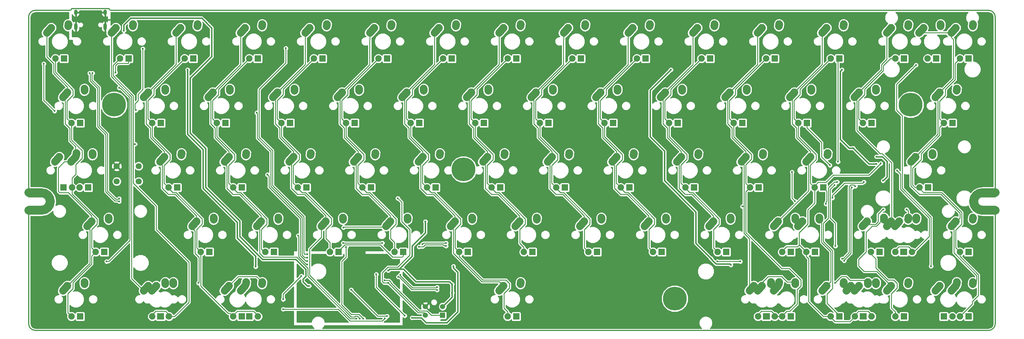
<source format=gbr>
%TF.GenerationSoftware,KiCad,Pcbnew,4.0.7*%
%TF.CreationDate,2018-04-08T23:12:55-07:00*%
%TF.ProjectId,VoyagerII,566F796167657249492E6B696361645F,rev?*%
%TF.FileFunction,Copper,L1,Top,Signal*%
%FSLAX46Y46*%
G04 Gerber Fmt 4.6, Leading zero omitted, Abs format (unit mm)*
G04 Created by KiCad (PCBNEW 4.0.7) date 04/08/18 23:12:55*
%MOMM*%
%LPD*%
G01*
G04 APERTURE LIST*
%ADD10C,0.100000*%
%ADD11C,0.300000*%
%ADD12C,2.501900*%
%ADD13C,2.250000*%
%ADD14C,2.250000*%
%ADD15C,1.905000*%
%ADD16R,1.905000X1.905000*%
%ADD17C,7.001300*%
%ADD18C,7.000240*%
%ADD19C,1.000000*%
%ADD20O,1.000000X1.600000*%
%ADD21O,1.000000X2.100000*%
%ADD22C,1.524000*%
%ADD23R,1.524000X1.524000*%
%ADD24C,1.800000*%
%ADD25C,0.600000*%
%ADD26C,0.381000*%
%ADD27C,0.254000*%
%ADD28C,0.228600*%
G04 APERTURE END LIST*
D10*
D11*
X50000000Y-47950000D02*
X60200000Y-47950000D01*
X71700000Y-47450000D02*
G75*
G03X72200000Y-47950000I500000J0D01*
G01*
X60200000Y-47950000D02*
G75*
G03X60700000Y-47450000I0J500000D01*
G01*
X60700000Y-47450000D02*
X71700000Y-47450000D01*
D12*
X329200000Y-101799050D02*
X333000000Y-101799050D01*
X329200000Y-107100950D02*
G75*
G02X326549050Y-104450000I0J2650950D01*
G01*
X326549050Y-104450000D02*
G75*
G02X329200000Y-101799050I2650950J0D01*
G01*
X329200000Y-107100950D02*
X333050000Y-107100950D01*
X48000000Y-107100950D02*
X51800000Y-107100950D01*
X54450950Y-104450000D02*
G75*
G03X51800000Y-101799050I-2650950J0D01*
G01*
X51800000Y-107100950D02*
G75*
G03X54450950Y-104450000I0J2650950D01*
G01*
D11*
X51800000Y-105850000D02*
G75*
G03X53200000Y-104450000I0J1400000D01*
G01*
D12*
X48000000Y-101799050D02*
X51800000Y-101799050D01*
D11*
X329200000Y-103050000D02*
X333000000Y-103050000D01*
X329200000Y-105850000D02*
X333000000Y-105850000D01*
X333000000Y-103050000D02*
X333000000Y-49950000D01*
X333000000Y-105850000D02*
X333000000Y-140550000D01*
X329200000Y-105850000D02*
G75*
G02X327800000Y-104450000I0J1400000D01*
G01*
X327800000Y-104450000D02*
G75*
G02X329200000Y-103050000I1400000J0D01*
G01*
X48000000Y-103050000D02*
X48000000Y-49950000D01*
X51800000Y-103050000D02*
X48000000Y-103050000D01*
X53200000Y-104450000D02*
G75*
G03X51800000Y-103050000I-1400000J0D01*
G01*
X48000000Y-105850000D02*
X51800000Y-105850000D01*
X48000000Y-140550000D02*
X48000000Y-105850000D01*
X333000000Y-49950000D02*
G75*
G03X331000000Y-47950000I-2000000J0D01*
G01*
X331000000Y-142550000D02*
G75*
G03X333000000Y-140550000I0J2000000D01*
G01*
X48000000Y-140550000D02*
G75*
G03X50000000Y-142550000I2000000J0D01*
G01*
X50000000Y-47950000D02*
G75*
G03X48000000Y-49950000I0J-2000000D01*
G01*
X331000000Y-47950000D02*
X72200000Y-47950000D01*
X50000000Y-142550000D02*
X331000000Y-142550000D01*
D13*
X309681250Y-109800000D02*
X309721250Y-109220000D01*
D14*
X309721250Y-109220000D03*
D13*
X303371250Y-111760000D02*
X304681252Y-110300000D01*
D14*
X304681250Y-110300000D03*
D15*
X308451250Y-119380000D03*
D16*
X305911250Y-119380000D03*
D13*
X193000000Y-128850000D02*
X193040000Y-128270000D01*
D14*
X193040000Y-128270000D03*
D13*
X186690000Y-130810000D02*
X188000002Y-129350000D01*
D14*
X188000000Y-129350000D03*
D15*
X189230000Y-138430000D03*
D16*
X191770000Y-138430000D03*
D13*
X266818750Y-128850000D02*
X266858750Y-128270000D01*
D14*
X266858750Y-128270000D03*
D13*
X260508750Y-130810000D02*
X261818752Y-129350000D01*
D14*
X261818750Y-129350000D03*
D15*
X263048750Y-138430000D03*
D16*
X265588750Y-138430000D03*
D13*
X269200000Y-128850000D02*
X269240000Y-128270000D01*
D14*
X269240000Y-128270000D03*
D13*
X262890000Y-130810000D02*
X264200002Y-129350000D01*
D14*
X264200000Y-129350000D03*
D15*
X267970000Y-138430000D03*
D16*
X265430000Y-138430000D03*
D13*
X273962500Y-128850000D02*
X274002500Y-128270000D01*
D14*
X274002500Y-128270000D03*
D13*
X267652500Y-130810000D02*
X268962502Y-129350000D01*
D14*
X268962500Y-129350000D03*
D15*
X270192500Y-138430000D03*
D16*
X272732500Y-138430000D03*
D13*
X321587500Y-128850000D02*
X321627500Y-128270000D01*
D14*
X321627500Y-128270000D03*
D13*
X315277500Y-130810000D02*
X316587502Y-129350000D01*
D14*
X316587500Y-129350000D03*
D15*
X320357500Y-138430000D03*
D16*
X317817500Y-138430000D03*
D13*
X297775000Y-128850000D02*
X297815000Y-128270000D01*
D14*
X297815000Y-128270000D03*
D13*
X291465000Y-130810000D02*
X292775002Y-129350000D01*
D14*
X292775000Y-129350000D03*
D15*
X296545000Y-138430000D03*
D16*
X294005000Y-138430000D03*
D13*
X116800000Y-128850000D02*
X116840000Y-128270000D01*
D14*
X116840000Y-128270000D03*
D13*
X110490000Y-130810000D02*
X111800002Y-129350000D01*
D14*
X111800000Y-129350000D03*
D15*
X115570000Y-138430000D03*
D16*
X113030000Y-138430000D03*
D13*
X90606250Y-128850000D02*
X90646250Y-128270000D01*
D14*
X90646250Y-128270000D03*
D13*
X84296250Y-130810000D02*
X85606252Y-129350000D01*
D14*
X85606250Y-129350000D03*
D15*
X89376250Y-138430000D03*
D16*
X86836250Y-138430000D03*
D13*
X62031250Y-90750000D02*
X62071250Y-90170000D01*
D14*
X62071250Y-90170000D03*
D13*
X55721250Y-92710000D02*
X57031252Y-91250000D01*
D14*
X57031250Y-91250000D03*
D15*
X60801250Y-100330000D03*
D16*
X58261250Y-100330000D03*
D13*
X326350000Y-109800000D02*
X326390000Y-109220000D01*
D14*
X326390000Y-109220000D03*
D13*
X320040000Y-111760000D02*
X321350002Y-110300000D01*
D14*
X321350000Y-110300000D03*
D15*
X322580000Y-119380000D03*
D16*
X325120000Y-119380000D03*
D13*
X307300000Y-109800000D02*
X307340000Y-109220000D01*
D14*
X307340000Y-109220000D03*
D13*
X300990000Y-111760000D02*
X302300002Y-110300000D01*
D14*
X302300000Y-110300000D03*
D15*
X303530000Y-119380000D03*
D16*
X306070000Y-119380000D03*
D13*
X300156250Y-109800000D02*
X300196250Y-109220000D01*
D14*
X300196250Y-109220000D03*
D13*
X293846250Y-111760000D02*
X295156252Y-110300000D01*
D14*
X295156250Y-110300000D03*
D15*
X296386250Y-119380000D03*
D16*
X298926250Y-119380000D03*
D13*
X281106250Y-109800000D02*
X281146250Y-109220000D01*
D14*
X281146250Y-109220000D03*
D13*
X274796250Y-111760000D02*
X276106252Y-110300000D01*
D14*
X276106250Y-110300000D03*
D15*
X277336250Y-119380000D03*
D16*
X279876250Y-119380000D03*
D13*
X273962500Y-109800000D02*
X274002500Y-109220000D01*
D14*
X274002500Y-109220000D03*
D13*
X267652500Y-111760000D02*
X268962502Y-110300000D01*
D14*
X268962500Y-110300000D03*
D15*
X270192500Y-119380000D03*
D16*
X272732500Y-119380000D03*
D13*
X326350000Y-128850000D02*
X326390000Y-128270000D01*
D14*
X326390000Y-128270000D03*
D13*
X320040000Y-130810000D02*
X321350002Y-129350000D01*
D14*
X321350000Y-129350000D03*
D15*
X322580000Y-138430000D03*
D16*
X325120000Y-138430000D03*
D13*
X307300000Y-128850000D02*
X307340000Y-128270000D01*
D14*
X307340000Y-128270000D03*
D13*
X300990000Y-130810000D02*
X302300002Y-129350000D01*
D14*
X302300000Y-129350000D03*
D15*
X303530000Y-138430000D03*
D16*
X306070000Y-138430000D03*
D13*
X295393750Y-128850000D02*
X295433750Y-128270000D01*
D14*
X295433750Y-128270000D03*
D13*
X289083750Y-130810000D02*
X290393752Y-129350000D01*
D14*
X290393750Y-129350000D03*
D15*
X291623750Y-138430000D03*
D16*
X294163750Y-138430000D03*
D13*
X288250000Y-128850000D02*
X288290000Y-128270000D01*
D14*
X288290000Y-128270000D03*
D13*
X281940000Y-130810000D02*
X283250002Y-129350000D01*
D14*
X283250000Y-129350000D03*
D15*
X284480000Y-138430000D03*
D16*
X287020000Y-138430000D03*
D13*
X112037500Y-128850000D02*
X112077500Y-128270000D01*
D14*
X112077500Y-128270000D03*
D13*
X105727500Y-130810000D02*
X107037502Y-129350000D01*
D14*
X107037500Y-129350000D03*
D15*
X108267500Y-138430000D03*
D16*
X110807500Y-138430000D03*
D13*
X88225000Y-128850000D02*
X88265000Y-128270000D01*
D14*
X88265000Y-128270000D03*
D13*
X81915000Y-130810000D02*
X83225002Y-129350000D01*
D14*
X83225000Y-129350000D03*
D15*
X84455000Y-138430000D03*
D16*
X86995000Y-138430000D03*
D13*
X64412500Y-128850000D02*
X64452500Y-128270000D01*
D14*
X64452500Y-128270000D03*
D13*
X58102500Y-130810000D02*
X59412502Y-129350000D01*
D14*
X59412500Y-129350000D03*
D15*
X60642500Y-138430000D03*
D16*
X63182500Y-138430000D03*
D13*
X297775000Y-71700000D02*
X297815000Y-71120000D01*
D14*
X297815000Y-71120000D03*
D13*
X291465000Y-73660000D02*
X292775002Y-72200000D01*
D14*
X292775000Y-72200000D03*
D15*
X294005000Y-81280000D03*
D16*
X296545000Y-81280000D03*
D13*
X321587500Y-71700000D02*
X321627500Y-71120000D01*
D14*
X321627500Y-71120000D03*
D13*
X315277500Y-73660000D02*
X316587502Y-72200000D01*
D14*
X316587500Y-72200000D03*
D15*
X317817500Y-81280000D03*
D16*
X320357500Y-81280000D03*
D13*
X278725000Y-71700000D02*
X278765000Y-71120000D01*
D14*
X278765000Y-71120000D03*
D13*
X272415000Y-73660000D02*
X273725002Y-72200000D01*
D14*
X273725000Y-72200000D03*
D15*
X274955000Y-81280000D03*
D16*
X277495000Y-81280000D03*
D13*
X102512500Y-109800000D02*
X102552500Y-109220000D01*
D14*
X102552500Y-109220000D03*
D13*
X96202500Y-111760000D02*
X97512502Y-110300000D01*
D14*
X97512500Y-110300000D03*
D15*
X98742500Y-119380000D03*
D16*
X101282500Y-119380000D03*
D13*
X183475000Y-71700000D02*
X183515000Y-71120000D01*
D14*
X183515000Y-71120000D03*
D13*
X177165000Y-73660000D02*
X178475002Y-72200000D01*
D14*
X178475000Y-72200000D03*
D15*
X179705000Y-81280000D03*
D16*
X182245000Y-81280000D03*
D13*
X121562500Y-109800000D02*
X121602500Y-109220000D01*
D14*
X121602500Y-109220000D03*
D13*
X115252500Y-111760000D02*
X116562502Y-110300000D01*
D14*
X116562500Y-110300000D03*
D15*
X117792500Y-119380000D03*
D16*
X120332500Y-119380000D03*
D13*
X107275000Y-71700000D02*
X107315000Y-71120000D01*
D14*
X107315000Y-71120000D03*
D13*
X100965000Y-73660000D02*
X102275002Y-72200000D01*
D14*
X102275000Y-72200000D03*
D15*
X103505000Y-81280000D03*
D16*
X106045000Y-81280000D03*
D13*
X159662500Y-109800000D02*
X159702500Y-109220000D01*
D14*
X159702500Y-109220000D03*
D13*
X153352500Y-111760000D02*
X154662502Y-110300000D01*
D14*
X154662500Y-110300000D03*
D15*
X155892500Y-119380000D03*
D16*
X158432500Y-119380000D03*
D13*
X202525000Y-71700000D02*
X202565000Y-71120000D01*
D14*
X202565000Y-71120000D03*
D13*
X196215000Y-73660000D02*
X197525002Y-72200000D01*
D14*
X197525000Y-72200000D03*
D15*
X198755000Y-81280000D03*
D16*
X201295000Y-81280000D03*
D13*
X64412500Y-71700000D02*
X64452500Y-71120000D01*
D14*
X64452500Y-71120000D03*
D13*
X58102500Y-73660000D02*
X59412502Y-72200000D01*
D14*
X59412500Y-72200000D03*
D15*
X60642500Y-81280000D03*
D16*
X63182500Y-81280000D03*
D13*
X164425000Y-71700000D02*
X164465000Y-71120000D01*
D14*
X164465000Y-71120000D03*
D13*
X158115000Y-73660000D02*
X159425002Y-72200000D01*
D14*
X159425000Y-72200000D03*
D15*
X160655000Y-81280000D03*
D16*
X163195000Y-81280000D03*
D13*
X71556250Y-109800000D02*
X71596250Y-109220000D01*
D14*
X71596250Y-109220000D03*
D13*
X65246250Y-111760000D02*
X66556252Y-110300000D01*
D14*
X66556250Y-110300000D03*
D15*
X67786250Y-119380000D03*
D16*
X70326250Y-119380000D03*
D13*
X112037500Y-90750000D02*
X112077500Y-90170000D01*
D14*
X112077500Y-90170000D03*
D13*
X105727500Y-92710000D02*
X107037502Y-91250000D01*
D14*
X107037500Y-91250000D03*
D15*
X108267500Y-100330000D03*
D16*
X110807500Y-100330000D03*
D13*
X145375000Y-71700000D02*
X145415000Y-71120000D01*
D14*
X145415000Y-71120000D03*
D13*
X139065000Y-73660000D02*
X140375002Y-72200000D01*
D14*
X140375000Y-72200000D03*
D15*
X141605000Y-81280000D03*
D16*
X144145000Y-81280000D03*
D13*
X88225000Y-71700000D02*
X88265000Y-71120000D01*
D14*
X88265000Y-71120000D03*
D13*
X81915000Y-73660000D02*
X83225002Y-72200000D01*
D14*
X83225000Y-72200000D03*
D15*
X84455000Y-81280000D03*
D16*
X86995000Y-81280000D03*
D13*
X259675000Y-71700000D02*
X259715000Y-71120000D01*
D14*
X259715000Y-71120000D03*
D13*
X253365000Y-73660000D02*
X254675002Y-72200000D01*
D14*
X254675000Y-72200000D03*
D15*
X255905000Y-81280000D03*
D16*
X258445000Y-81280000D03*
D13*
X240625000Y-71700000D02*
X240665000Y-71120000D01*
D14*
X240665000Y-71120000D03*
D13*
X234315000Y-73660000D02*
X235625002Y-72200000D01*
D14*
X235625000Y-72200000D03*
D15*
X236855000Y-81280000D03*
D16*
X239395000Y-81280000D03*
D13*
X197762500Y-109800000D02*
X197802500Y-109220000D01*
D14*
X197802500Y-109220000D03*
D13*
X191452500Y-111760000D02*
X192762502Y-110300000D01*
D14*
X192762500Y-110300000D03*
D15*
X193992500Y-119380000D03*
D16*
X196532500Y-119380000D03*
D13*
X216812500Y-109800000D02*
X216852500Y-109220000D01*
D14*
X216852500Y-109220000D03*
D13*
X210502500Y-111760000D02*
X211812502Y-110300000D01*
D14*
X211812500Y-110300000D03*
D15*
X213042500Y-119380000D03*
D16*
X215582500Y-119380000D03*
D13*
X245387500Y-90750000D02*
X245427500Y-90170000D01*
D14*
X245427500Y-90170000D03*
D13*
X239077500Y-92710000D02*
X240387502Y-91250000D01*
D14*
X240387500Y-91250000D03*
D15*
X241617500Y-100330000D03*
D16*
X244157500Y-100330000D03*
D13*
X226337500Y-90750000D02*
X226377500Y-90170000D01*
D14*
X226377500Y-90170000D03*
D13*
X220027500Y-92710000D02*
X221337502Y-91250000D01*
D14*
X221337500Y-91250000D03*
D15*
X222567500Y-100330000D03*
D16*
X225107500Y-100330000D03*
D13*
X207287500Y-90750000D02*
X207327500Y-90170000D01*
D14*
X207327500Y-90170000D03*
D13*
X200977500Y-92710000D02*
X202287502Y-91250000D01*
D14*
X202287500Y-91250000D03*
D15*
X203517500Y-100330000D03*
D16*
X206057500Y-100330000D03*
D13*
X221575000Y-71700000D02*
X221615000Y-71120000D01*
D14*
X221615000Y-71120000D03*
D13*
X215265000Y-73660000D02*
X216575002Y-72200000D01*
D14*
X216575000Y-72200000D03*
D15*
X217805000Y-81280000D03*
D16*
X220345000Y-81280000D03*
D13*
X188237500Y-90750000D02*
X188277500Y-90170000D01*
D14*
X188277500Y-90170000D03*
D13*
X181927500Y-92710000D02*
X183237502Y-91250000D01*
D14*
X183237500Y-91250000D03*
D15*
X184467500Y-100330000D03*
D16*
X187007500Y-100330000D03*
D13*
X169187500Y-90750000D02*
X169227500Y-90170000D01*
D14*
X169227500Y-90170000D03*
D13*
X162877500Y-92710000D02*
X164187502Y-91250000D01*
D14*
X164187500Y-91250000D03*
D15*
X165417500Y-100330000D03*
D16*
X167957500Y-100330000D03*
D13*
X150137500Y-90750000D02*
X150177500Y-90170000D01*
D14*
X150177500Y-90170000D03*
D13*
X143827500Y-92710000D02*
X145137502Y-91250000D01*
D14*
X145137500Y-91250000D03*
D15*
X146367500Y-100330000D03*
D16*
X148907500Y-100330000D03*
D13*
X59650000Y-52650000D02*
X59690000Y-52070000D01*
D14*
X59690000Y-52070000D03*
D13*
X53340000Y-54610000D02*
X54650002Y-53150000D01*
D14*
X54650000Y-53150000D03*
D15*
X55880000Y-62230000D03*
D16*
X58420000Y-62230000D03*
D13*
X314443750Y-90750000D02*
X314483750Y-90170000D01*
D14*
X314483750Y-90170000D03*
D13*
X308133750Y-92710000D02*
X309443752Y-91250000D01*
D14*
X309443750Y-91250000D03*
D15*
X310673750Y-100330000D03*
D16*
X313213750Y-100330000D03*
D13*
X126325000Y-71700000D02*
X126365000Y-71120000D01*
D14*
X126365000Y-71120000D03*
D13*
X120015000Y-73660000D02*
X121325002Y-72200000D01*
D14*
X121325000Y-72200000D03*
D15*
X122555000Y-81280000D03*
D16*
X125095000Y-81280000D03*
D13*
X307300000Y-52650000D02*
X307340000Y-52070000D01*
D14*
X307340000Y-52070000D03*
D13*
X300990000Y-54610000D02*
X302300002Y-53150000D01*
D14*
X302300000Y-53150000D03*
D15*
X303530000Y-62230000D03*
D16*
X306070000Y-62230000D03*
D13*
X131087500Y-90750000D02*
X131127500Y-90170000D01*
D14*
X131127500Y-90170000D03*
D13*
X124777500Y-92710000D02*
X126087502Y-91250000D01*
D14*
X126087500Y-91250000D03*
D15*
X127317500Y-100330000D03*
D16*
X129857500Y-100330000D03*
D13*
X66793750Y-90750000D02*
X66833750Y-90170000D01*
D14*
X66833750Y-90170000D03*
D13*
X60483750Y-92710000D02*
X61793752Y-91250000D01*
D14*
X61793750Y-91250000D03*
D15*
X63023750Y-100330000D03*
D16*
X65563750Y-100330000D03*
D13*
X140612500Y-109800000D02*
X140652500Y-109220000D01*
D14*
X140652500Y-109220000D03*
D13*
X134302500Y-111760000D02*
X135612502Y-110300000D01*
D14*
X135612500Y-110300000D03*
D15*
X136842500Y-119380000D03*
D16*
X139382500Y-119380000D03*
D13*
X326350000Y-52650000D02*
X326390000Y-52070000D01*
D14*
X326390000Y-52070000D03*
D13*
X320040000Y-54610000D02*
X321350002Y-53150000D01*
D14*
X321350000Y-53150000D03*
D15*
X322580000Y-62230000D03*
D16*
X325120000Y-62230000D03*
D13*
X316825000Y-52650000D02*
X316865000Y-52070000D01*
D14*
X316865000Y-52070000D03*
D13*
X310515000Y-54610000D02*
X311825002Y-53150000D01*
D14*
X311825000Y-53150000D03*
D15*
X313055000Y-62230000D03*
D16*
X315595000Y-62230000D03*
D13*
X178712500Y-109800000D02*
X178752500Y-109220000D01*
D14*
X178752500Y-109220000D03*
D13*
X172402500Y-111760000D02*
X173712502Y-110300000D01*
D14*
X173712500Y-110300000D03*
D15*
X174942500Y-119380000D03*
D16*
X177482500Y-119380000D03*
D13*
X92987500Y-90750000D02*
X93027500Y-90170000D01*
D14*
X93027500Y-90170000D03*
D13*
X86677500Y-92710000D02*
X87987502Y-91250000D01*
D14*
X87987500Y-91250000D03*
D15*
X89217500Y-100330000D03*
D16*
X91757500Y-100330000D03*
D13*
X288250000Y-52650000D02*
X288290000Y-52070000D01*
D14*
X288290000Y-52070000D03*
D13*
X281940000Y-54610000D02*
X283250002Y-53150000D01*
D14*
X283250000Y-53150000D03*
D15*
X284480000Y-62230000D03*
D16*
X287020000Y-62230000D03*
D13*
X264437500Y-90750000D02*
X264477500Y-90170000D01*
D14*
X264477500Y-90170000D03*
D13*
X258127500Y-92710000D02*
X259437502Y-91250000D01*
D14*
X259437500Y-91250000D03*
D15*
X260667500Y-100330000D03*
D16*
X263207500Y-100330000D03*
D13*
X254912500Y-109800000D02*
X254952500Y-109220000D01*
D14*
X254952500Y-109220000D03*
D13*
X248602500Y-111760000D02*
X249912502Y-110300000D01*
D14*
X249912500Y-110300000D03*
D15*
X251142500Y-119380000D03*
D16*
X253682500Y-119380000D03*
D13*
X269200000Y-52650000D02*
X269240000Y-52070000D01*
D14*
X269240000Y-52070000D03*
D13*
X262890000Y-54610000D02*
X264200002Y-53150000D01*
D14*
X264200000Y-53150000D03*
D15*
X265430000Y-62230000D03*
D16*
X267970000Y-62230000D03*
D13*
X235862500Y-109800000D02*
X235902500Y-109220000D01*
D14*
X235902500Y-109220000D03*
D13*
X229552500Y-111760000D02*
X230862502Y-110300000D01*
D14*
X230862500Y-110300000D03*
D15*
X232092500Y-119380000D03*
D16*
X234632500Y-119380000D03*
D13*
X231100000Y-52650000D02*
X231140000Y-52070000D01*
D14*
X231140000Y-52070000D03*
D13*
X224790000Y-54610000D02*
X226100002Y-53150000D01*
D14*
X226100000Y-53150000D03*
D15*
X227330000Y-62230000D03*
D16*
X229870000Y-62230000D03*
D13*
X212050000Y-52650000D02*
X212090000Y-52070000D01*
D14*
X212090000Y-52070000D03*
D13*
X205740000Y-54610000D02*
X207050002Y-53150000D01*
D14*
X207050000Y-53150000D03*
D15*
X208280000Y-62230000D03*
D16*
X210820000Y-62230000D03*
D13*
X193000000Y-52650000D02*
X193040000Y-52070000D01*
D14*
X193040000Y-52070000D03*
D13*
X186690000Y-54610000D02*
X188000002Y-53150000D01*
D14*
X188000000Y-53150000D03*
D15*
X189230000Y-62230000D03*
D16*
X191770000Y-62230000D03*
D13*
X173950000Y-52650000D02*
X173990000Y-52070000D01*
D14*
X173990000Y-52070000D03*
D13*
X167640000Y-54610000D02*
X168950002Y-53150000D01*
D14*
X168950000Y-53150000D03*
D15*
X170180000Y-62230000D03*
D16*
X172720000Y-62230000D03*
D13*
X154900000Y-52650000D02*
X154940000Y-52070000D01*
D14*
X154940000Y-52070000D03*
D13*
X148590000Y-54610000D02*
X149900002Y-53150000D01*
D14*
X149900000Y-53150000D03*
D15*
X151130000Y-62230000D03*
D16*
X153670000Y-62230000D03*
D13*
X135850000Y-52650000D02*
X135890000Y-52070000D01*
D14*
X135890000Y-52070000D03*
D13*
X129540000Y-54610000D02*
X130850002Y-53150000D01*
D14*
X130850000Y-53150000D03*
D15*
X132080000Y-62230000D03*
D16*
X134620000Y-62230000D03*
D13*
X116800000Y-52650000D02*
X116840000Y-52070000D01*
D14*
X116840000Y-52070000D03*
D13*
X110490000Y-54610000D02*
X111800002Y-53150000D01*
D14*
X111800000Y-53150000D03*
D15*
X113030000Y-62230000D03*
D16*
X115570000Y-62230000D03*
D13*
X97750000Y-52650000D02*
X97790000Y-52070000D01*
D14*
X97790000Y-52070000D03*
D13*
X91440000Y-54610000D02*
X92750002Y-53150000D01*
D14*
X92750000Y-53150000D03*
D15*
X93980000Y-62230000D03*
D16*
X96520000Y-62230000D03*
D13*
X78700000Y-52650000D02*
X78740000Y-52070000D01*
D14*
X78740000Y-52070000D03*
D13*
X72390000Y-54610000D02*
X73700002Y-53150000D01*
D14*
X73700000Y-53150000D03*
D15*
X74930000Y-62230000D03*
D16*
X77470000Y-62230000D03*
D13*
X250150000Y-52650000D02*
X250190000Y-52070000D01*
D14*
X250190000Y-52070000D03*
D13*
X243840000Y-54610000D02*
X245150002Y-53150000D01*
D14*
X245150000Y-53150000D03*
D15*
X246380000Y-62230000D03*
D16*
X248920000Y-62230000D03*
D17*
X73200000Y-75850000D03*
D18*
X176200000Y-94950000D03*
X238500000Y-133150000D03*
X308050000Y-75850000D03*
D19*
X73200000Y-73550000D03*
X70900000Y-75850000D03*
X75500000Y-75850000D03*
X73200000Y-78150000D03*
X71573654Y-74223654D03*
X74826346Y-74223654D03*
X71573654Y-77476346D03*
X74826346Y-77476346D03*
X308050000Y-73550000D03*
X308050000Y-78150000D03*
X309250000Y-78150000D03*
X306850000Y-78150000D03*
X306850000Y-73550000D03*
X309250000Y-73533000D03*
X238500000Y-130850000D03*
X238500000Y-135450000D03*
X239700000Y-130850000D03*
X237300000Y-130850000D03*
X237300000Y-135450000D03*
X239700000Y-135450000D03*
X176200000Y-92650000D03*
X177400000Y-92650000D03*
X175000000Y-92650000D03*
X176200000Y-97250000D03*
X175000000Y-97250000D03*
X177400000Y-97250000D03*
X54400000Y-104450000D03*
X51800000Y-101850000D03*
X51800000Y-107050000D03*
X53638478Y-102611522D03*
X53638478Y-106288478D03*
X49757965Y-101850000D03*
X49757965Y-107050000D03*
X326600000Y-104450000D03*
X327361522Y-102611522D03*
X329200000Y-101850000D03*
X331242035Y-101850000D03*
X331242035Y-107050000D03*
X329200000Y-107050000D03*
X327361522Y-106288478D03*
D20*
X70557600Y-48600000D03*
X61917600Y-48600000D03*
D21*
X70557600Y-52780000D03*
X61917600Y-52780000D03*
D22*
X170053000Y-135509000D03*
X164973000Y-135509000D03*
D23*
X170053000Y-138049000D03*
D22*
X164973000Y-138049000D03*
D24*
X73966000Y-94016000D03*
X80466000Y-98516000D03*
X73966000Y-98516000D03*
X80466000Y-94016000D03*
D13*
X283487500Y-90750000D02*
X283527500Y-90170000D01*
D14*
X283527500Y-90170000D03*
D13*
X277177500Y-92710000D02*
X278487502Y-91250000D01*
D14*
X278487500Y-91250000D03*
D15*
X279717500Y-100330000D03*
D16*
X282257500Y-100330000D03*
D25*
X164973000Y-110363000D03*
X154051000Y-124841000D03*
X172847000Y-131445000D03*
X172847000Y-128905000D03*
X129540000Y-141478000D03*
X127000000Y-141478000D03*
X137160000Y-141478000D03*
X139700000Y-141478000D03*
X142240000Y-141478000D03*
X144780000Y-141478000D03*
X147320000Y-141478000D03*
X149860000Y-141478000D03*
X152400000Y-141478000D03*
X154940000Y-141478000D03*
X157480000Y-141478000D03*
X137922000Y-131318000D03*
X135890000Y-127762000D03*
X130937000Y-132080000D03*
X291211000Y-102997000D03*
X294894000Y-100457000D03*
X156083000Y-138430000D03*
X70557600Y-54546500D03*
X61917600Y-54673500D03*
X300863000Y-115570000D03*
X133350000Y-118364000D03*
X268351000Y-115824000D03*
X77597000Y-127381000D03*
X299720000Y-122301000D03*
X295402000Y-58420000D03*
X321056000Y-49403000D03*
X306832000Y-99568000D03*
X279908000Y-126873000D03*
X283337000Y-81407000D03*
X283337000Y-68707000D03*
X266700000Y-81407000D03*
X247650000Y-81407000D03*
X228473000Y-81407000D03*
X209804000Y-81407000D03*
X191262000Y-83947000D03*
X171958000Y-83947000D03*
X152146000Y-83947000D03*
X134620000Y-83947000D03*
X112522000Y-83947000D03*
X99695000Y-83947000D03*
X73914000Y-84328000D03*
X62230000Y-68707000D03*
X243332000Y-120523000D03*
X127889000Y-124714000D03*
X160147000Y-136444000D03*
X291084000Y-126809500D03*
X243205000Y-109855000D03*
X268224000Y-123698000D03*
X160655000Y-123571000D03*
X168402000Y-123952000D03*
X290068000Y-87376000D03*
X237490000Y-63373000D03*
X143637000Y-62738000D03*
X107188000Y-62992000D03*
X125095000Y-123063000D03*
X292100000Y-108839000D03*
X261874000Y-125476000D03*
X156591000Y-128651000D03*
X98679000Y-133604000D03*
X77089000Y-119253000D03*
X138557000Y-121793000D03*
X141097000Y-122555000D03*
X129667000Y-127762000D03*
X128905000Y-137668000D03*
X151511000Y-123063000D03*
X156464000Y-123063000D03*
X143891000Y-136017000D03*
X149733000Y-130810000D03*
X147066000Y-127508000D03*
X141224000Y-130937000D03*
X293116000Y-88709500D03*
X300228000Y-96012000D03*
X295338500Y-98044000D03*
X66167000Y-49911000D03*
X68580000Y-59944000D03*
X65024000Y-59944000D03*
X299910500Y-98298000D03*
X94869000Y-65532000D03*
X114935000Y-123698000D03*
X249174000Y-121285000D03*
X237363000Y-65532000D03*
X161036000Y-138811000D03*
X287782000Y-65532000D03*
X173228000Y-123571000D03*
X76073000Y-53975000D03*
X130683000Y-129413000D03*
X255016000Y-123190000D03*
X297942000Y-91249500D03*
X297942000Y-93345000D03*
X291084000Y-88709500D03*
X156845000Y-103505000D03*
X154051000Y-128524000D03*
X140843000Y-112141000D03*
X141605000Y-117902000D03*
X146685000Y-139065000D03*
X145669000Y-139065000D03*
X144653000Y-139065000D03*
X98061500Y-128524000D03*
X115270000Y-78232000D03*
X130129000Y-121031000D03*
X123063000Y-133350000D03*
X153670000Y-138303000D03*
X143123559Y-130550559D03*
X128397000Y-126492000D03*
X140716000Y-116713000D03*
X127461981Y-114554000D03*
X130129000Y-123063000D03*
X164084000Y-117094000D03*
X171069000Y-116713000D03*
X152273000Y-116713000D03*
X273050000Y-95758000D03*
X273959250Y-104340170D03*
X118364000Y-96520000D03*
X130129000Y-122047000D03*
X79629000Y-77470000D03*
X52451000Y-63754000D03*
X55626000Y-77724000D03*
X81661000Y-59309000D03*
X123825000Y-59182000D03*
X130129000Y-120015000D03*
X74714445Y-104449409D03*
X65994000Y-66548000D03*
X74714445Y-103595409D03*
X66848000Y-66548000D03*
X152908000Y-127762000D03*
X285750000Y-128524000D03*
X258445000Y-105918000D03*
X306832000Y-106807000D03*
X299974000Y-106807000D03*
X158877000Y-138176000D03*
X150495000Y-125984000D03*
X257810000Y-122174000D03*
X251079000Y-122174000D03*
X314071000Y-123571000D03*
X309626000Y-64135000D03*
X74676000Y-70866000D03*
X70993000Y-122174000D03*
X287861066Y-121364066D03*
X168402000Y-129748000D03*
X157591434Y-126126566D03*
X291719000Y-99949000D03*
X288464934Y-121967934D03*
X168402000Y-130602000D03*
X156987566Y-126730434D03*
X290703000Y-100330000D03*
X284988000Y-103378000D03*
X294259000Y-98679000D03*
X73579000Y-66340000D03*
X286639000Y-92710000D03*
X283083000Y-105156000D03*
X285559500Y-99631500D03*
X163068000Y-117856000D03*
X171069000Y-117602000D03*
X285877000Y-117602000D03*
X284226000Y-93726000D03*
X153035000Y-138984000D03*
X123063000Y-136271000D03*
X286385000Y-98679000D03*
X79375000Y-87503000D03*
X299212000Y-93218000D03*
X304038000Y-95331000D03*
D26*
X158496000Y-124460000D02*
X157099000Y-124460000D01*
X157099000Y-124460000D02*
X154432000Y-124460000D01*
X164973000Y-110363000D02*
X164973000Y-113665000D01*
X164973000Y-113665000D02*
X161036000Y-117602000D01*
X161036000Y-117602000D02*
X161036000Y-120650000D01*
X161036000Y-120650000D02*
X157226000Y-124460000D01*
X157226000Y-124460000D02*
X157099000Y-124460000D01*
X154432000Y-124460000D02*
X154051000Y-124841000D01*
X162179000Y-128143000D02*
X158496000Y-124460000D01*
X172085000Y-128143000D02*
X162179000Y-128143000D01*
X172339000Y-128397000D02*
X172085000Y-128143000D01*
X172847000Y-128905000D02*
X172339000Y-128397000D01*
X172847000Y-131445000D02*
X172847000Y-132715000D01*
X172847000Y-132715000D02*
X170053000Y-135509000D01*
X172847000Y-128905000D02*
X172847000Y-131445000D01*
X121412000Y-137922000D02*
X124968000Y-141478000D01*
X124968000Y-141478000D02*
X127000000Y-141478000D01*
X121412000Y-137287000D02*
X121412000Y-137922000D01*
X139700000Y-141478000D02*
X137160000Y-141478000D01*
X144780000Y-141478000D02*
X142240000Y-141478000D01*
X149860000Y-141478000D02*
X147320000Y-141478000D01*
X154940000Y-141478000D02*
X152400000Y-141478000D01*
X160147000Y-140208000D02*
X158877000Y-141478000D01*
X158877000Y-141478000D02*
X157480000Y-141478000D01*
X160147000Y-139446000D02*
X160147000Y-140208000D01*
X135890000Y-127762000D02*
X135890000Y-129286000D01*
X135890000Y-129286000D02*
X137922000Y-131318000D01*
X131699000Y-129159000D02*
X131699000Y-131318000D01*
X131699000Y-131318000D02*
X130937000Y-132080000D01*
X130302000Y-127762000D02*
X131699000Y-129159000D01*
X129667000Y-127762000D02*
X130302000Y-127762000D01*
X294894000Y-100457000D02*
X293751000Y-100457000D01*
X293751000Y-100457000D02*
X291211000Y-102997000D01*
X295275000Y-102997000D02*
X295275000Y-100457000D01*
X295275000Y-100457000D02*
X295275000Y-98107500D01*
X294894000Y-100457000D02*
X295275000Y-100457000D01*
X70557600Y-50800000D02*
X70557600Y-52780000D01*
X77851000Y-49530000D02*
X76835000Y-50546000D01*
X70557600Y-48600000D02*
X70557600Y-50800000D01*
X76581000Y-50800000D02*
X76835000Y-50546000D01*
X70557600Y-50800000D02*
X76581000Y-50800000D01*
X149733000Y-133223000D02*
X154940000Y-138430000D01*
X154940000Y-138430000D02*
X156083000Y-138430000D01*
X70557600Y-52780000D02*
X70557600Y-54546500D01*
X70557600Y-54546500D02*
X70557600Y-55045400D01*
X61917600Y-52780000D02*
X61917600Y-54673500D01*
X61917600Y-54673500D02*
X61917600Y-54932600D01*
X301244000Y-122301000D02*
X299720000Y-122301000D01*
X305308000Y-122301000D02*
X301244000Y-122301000D01*
X301244000Y-122301000D02*
X301244000Y-115951000D01*
X301244000Y-115951000D02*
X300863000Y-115570000D01*
X73966000Y-90805000D02*
X73966000Y-84380000D01*
X73966000Y-90805000D02*
X73966000Y-91619000D01*
X73966000Y-91619000D02*
X75184000Y-92837000D01*
X77279500Y-74104500D02*
X77279500Y-92837000D01*
X77279500Y-92837000D02*
X77279500Y-94043500D01*
X74005000Y-94016000D02*
X75184000Y-92837000D01*
X75184000Y-92837000D02*
X77279500Y-92837000D01*
X73966000Y-94016000D02*
X74005000Y-94016000D01*
X77279500Y-94043500D02*
X77279500Y-115379500D01*
X77252000Y-94016000D02*
X77279500Y-94043500D01*
X68580000Y-59944000D02*
X68580000Y-66167000D01*
X68580000Y-66167000D02*
X74168000Y-71755000D01*
X74168000Y-71755000D02*
X74930000Y-71755000D01*
X74930000Y-71755000D02*
X77279500Y-74104500D01*
X77279500Y-115379500D02*
X75946000Y-116713000D01*
X275209000Y-131699000D02*
X276606000Y-130302000D01*
X275209000Y-131699000D02*
X275209000Y-135509000D01*
X275209000Y-135509000D02*
X275463000Y-135763000D01*
X268351000Y-120523000D02*
X268351000Y-115824000D01*
X270510000Y-122682000D02*
X268351000Y-120523000D01*
X273304000Y-122682000D02*
X270510000Y-122682000D01*
X276606000Y-125984000D02*
X273304000Y-122682000D01*
X276606000Y-130302000D02*
X276606000Y-125984000D01*
X275463000Y-140843000D02*
X308356000Y-140843000D01*
X275463000Y-140843000D02*
X275463000Y-135763000D01*
X256921000Y-140843000D02*
X275463000Y-140843000D01*
X77089000Y-126746000D02*
X77089000Y-127381000D01*
X77089000Y-127381000D02*
X77089000Y-134366000D01*
X77597000Y-127381000D02*
X77089000Y-127381000D01*
X62103000Y-55118000D02*
X63754000Y-55118000D01*
X63754000Y-55118000D02*
X70485000Y-55118000D01*
X65024000Y-56388000D02*
X63754000Y-55118000D01*
X65024000Y-59944000D02*
X65024000Y-56388000D01*
X311912000Y-128905000D02*
X305308000Y-122301000D01*
X311912000Y-130175000D02*
X311912000Y-128905000D01*
X294894000Y-58420000D02*
X294894000Y-53467000D01*
X294894000Y-62103000D02*
X294894000Y-58420000D01*
X294894000Y-58420000D02*
X295402000Y-58420000D01*
X323850000Y-53086000D02*
X323850000Y-52197000D01*
X323850000Y-52197000D02*
X321056000Y-49403000D01*
X325882000Y-55118000D02*
X323850000Y-53086000D01*
X329692000Y-55118000D02*
X325882000Y-55118000D01*
X331216000Y-56642000D02*
X329692000Y-55118000D01*
X331216000Y-75184000D02*
X331216000Y-56642000D01*
X320929000Y-85471000D02*
X331216000Y-75184000D01*
X320929000Y-104521000D02*
X320929000Y-85471000D01*
X323977000Y-107569000D02*
X320929000Y-104521000D01*
X323977000Y-107776764D02*
X323977000Y-107569000D01*
X323977000Y-110490000D02*
X323977000Y-107776764D01*
X325628000Y-112141000D02*
X323977000Y-110490000D01*
X329311000Y-112141000D02*
X325628000Y-112141000D01*
X331343000Y-114173000D02*
X329311000Y-112141000D01*
X331343000Y-136398000D02*
X331343000Y-114173000D01*
X326898000Y-140843000D02*
X331343000Y-136398000D01*
X308356000Y-140843000D02*
X326898000Y-140843000D01*
X316103000Y-109474000D02*
X306832000Y-100203000D01*
X306832000Y-100203000D02*
X306832000Y-99568000D01*
X316103000Y-125984000D02*
X316103000Y-109474000D01*
X311912000Y-130175000D02*
X316103000Y-125984000D01*
X311912000Y-137287000D02*
X311912000Y-130175000D01*
X308356000Y-140843000D02*
X311912000Y-137287000D01*
X243032001Y-126954001D02*
X256921000Y-140843000D01*
X243332000Y-120523000D02*
X243032001Y-120822999D01*
X243032001Y-120822999D02*
X243032001Y-126954001D01*
X283337000Y-68707000D02*
X283337000Y-81407000D01*
X276733000Y-60198000D02*
X266700000Y-70231000D01*
X266700000Y-70231000D02*
X266700000Y-81407000D01*
X276733000Y-49530000D02*
X258191000Y-49530000D01*
X290957000Y-49530000D02*
X276733000Y-49530000D01*
X276733000Y-49530000D02*
X276733000Y-60198000D01*
X247650000Y-70739000D02*
X247650000Y-81407000D01*
X258191000Y-60198000D02*
X247650000Y-70739000D01*
X258191000Y-49530000D02*
X237490000Y-49530000D01*
X258191000Y-49530000D02*
X258191000Y-60198000D01*
X230251000Y-81407000D02*
X230251000Y-87376000D01*
X230251000Y-71247000D02*
X230251000Y-81407000D01*
X230251000Y-81407000D02*
X228473000Y-81407000D01*
X218948000Y-62865000D02*
X209804000Y-72009000D01*
X209804000Y-72009000D02*
X209804000Y-81407000D01*
X218948000Y-49530000D02*
X198755000Y-49530000D01*
X237490000Y-49530000D02*
X218948000Y-49530000D01*
X218948000Y-49530000D02*
X218948000Y-62865000D01*
X198755000Y-64770000D02*
X191262000Y-72263000D01*
X191262000Y-72263000D02*
X191262000Y-83947000D01*
X198755000Y-49530000D02*
X181356000Y-49530000D01*
X198755000Y-49530000D02*
X198755000Y-64770000D01*
X171958000Y-72517000D02*
X171958000Y-83947000D01*
X181356000Y-63119000D02*
X171958000Y-72517000D01*
X181356000Y-49530000D02*
X163830000Y-49530000D01*
X181356000Y-49530000D02*
X181356000Y-63119000D01*
X152146000Y-71628000D02*
X152146000Y-83947000D01*
X163830000Y-59944000D02*
X152146000Y-71628000D01*
X163830000Y-49530000D02*
X143637000Y-49530000D01*
X163830000Y-49530000D02*
X163830000Y-59944000D01*
X134620000Y-71755000D02*
X134620000Y-83947000D01*
X143337001Y-63037999D02*
X134620000Y-71755000D01*
X143637000Y-62738000D02*
X143337001Y-63037999D01*
X112522000Y-69977000D02*
X112522000Y-83947000D01*
X121666000Y-60833000D02*
X112522000Y-69977000D01*
X121666000Y-49530000D02*
X107188000Y-49530000D01*
X143637000Y-49530000D02*
X121666000Y-49530000D01*
X121666000Y-49530000D02*
X121666000Y-60833000D01*
X97536000Y-72644000D02*
X97536000Y-81788000D01*
X97536000Y-81788000D02*
X99695000Y-83947000D01*
X97917000Y-72263000D02*
X97536000Y-72644000D01*
X107188000Y-62992000D02*
X97917000Y-72263000D01*
X73966000Y-84380000D02*
X73914000Y-84328000D01*
X62230000Y-68707000D02*
X62230000Y-62738000D01*
X62230000Y-62738000D02*
X65024000Y-59944000D01*
X243332000Y-120523000D02*
X243332000Y-109982000D01*
X243332000Y-109982000D02*
X243205000Y-109855000D01*
X160147000Y-136444000D02*
X160147000Y-139446000D01*
X160147000Y-139446000D02*
X162306000Y-141605000D01*
X173736000Y-122174000D02*
X171323000Y-122174000D01*
X171323000Y-122174000D02*
X169545000Y-123952000D01*
X175895000Y-124333000D02*
X173736000Y-122174000D01*
X175895000Y-136906000D02*
X175895000Y-124333000D01*
X171196000Y-141605000D02*
X175895000Y-136906000D01*
X162306000Y-141605000D02*
X171196000Y-141605000D01*
X77089000Y-126746000D02*
X73660000Y-126746000D01*
X73660000Y-126746000D02*
X69723000Y-122809000D01*
X69723000Y-122809000D02*
X69723000Y-121666000D01*
X71628000Y-121031000D02*
X75946000Y-116713000D01*
X69723000Y-121666000D02*
X70358000Y-121031000D01*
X70358000Y-121031000D02*
X71628000Y-121031000D01*
X291084000Y-109855000D02*
X291084000Y-126809500D01*
X292100000Y-108839000D02*
X291084000Y-109855000D01*
X233426000Y-100076000D02*
X243205000Y-109855000D01*
X233426000Y-90551000D02*
X233426000Y-100076000D01*
X230251000Y-87376000D02*
X233426000Y-90551000D01*
X237190001Y-64307999D02*
X230251000Y-71247000D01*
X237490000Y-63373000D02*
X237190001Y-63672999D01*
X237190001Y-63672999D02*
X237190001Y-64307999D01*
X263652000Y-123698000D02*
X268224000Y-123698000D01*
X168402000Y-123952000D02*
X161036000Y-123952000D01*
X161036000Y-123952000D02*
X160655000Y-123571000D01*
X164973000Y-135509000D02*
X166306499Y-136842499D01*
X171005501Y-136842499D02*
X173736000Y-134112000D01*
X166306499Y-136842499D02*
X171005501Y-136842499D01*
X173736000Y-134112000D02*
X173736000Y-128143000D01*
X173736000Y-128143000D02*
X169545000Y-123952000D01*
X169545000Y-123952000D02*
X168402000Y-123952000D01*
X149733000Y-130810000D02*
X149733000Y-130175000D01*
X149733000Y-130175000D02*
X147066000Y-127508000D01*
X141224000Y-130937000D02*
X141224000Y-133350000D01*
X141224000Y-133350000D02*
X143891000Y-136017000D01*
X146050000Y-127508000D02*
X144653000Y-127508000D01*
X144653000Y-127508000D02*
X141224000Y-130937000D01*
X73966000Y-94016000D02*
X73966000Y-94032000D01*
X289433000Y-86487000D02*
X289433000Y-80010000D01*
X289433000Y-86487000D02*
X289433000Y-86741000D01*
X289433000Y-86741000D02*
X290068000Y-87376000D01*
X292354000Y-87376000D02*
X291719000Y-87376000D01*
X291719000Y-87376000D02*
X290068000Y-87376000D01*
X237490000Y-49530000D02*
X237490000Y-63373000D01*
X143637000Y-49530000D02*
X143637000Y-62738000D01*
X107188000Y-49530000D02*
X77851000Y-49530000D01*
X107188000Y-49530000D02*
X107188000Y-62992000D01*
X294894000Y-53467000D02*
X290957000Y-49530000D01*
X288798000Y-68199000D02*
X294894000Y-62103000D01*
X288798000Y-79375000D02*
X288798000Y-68199000D01*
X289433000Y-80010000D02*
X288798000Y-79375000D01*
X121412000Y-137287000D02*
X121412000Y-126746000D01*
X121412000Y-126746000D02*
X125095000Y-123063000D01*
X117856000Y-140843000D02*
X121412000Y-137287000D01*
X105918000Y-140843000D02*
X117856000Y-140843000D01*
X105664000Y-140589000D02*
X105918000Y-140843000D01*
X98679000Y-133604000D02*
X105664000Y-140589000D01*
X295275000Y-103378000D02*
X292100000Y-106553000D01*
X292100000Y-106553000D02*
X292100000Y-108839000D01*
X295275000Y-102997000D02*
X295275000Y-103378000D01*
X261874000Y-125476000D02*
X263652000Y-123698000D01*
X293116000Y-88138000D02*
X292354000Y-87376000D01*
X293116000Y-88709500D02*
X293116000Y-88138000D01*
X92075000Y-140462000D02*
X98679000Y-133858000D01*
X98679000Y-133858000D02*
X98679000Y-133604000D01*
X83185000Y-140462000D02*
X92075000Y-140462000D01*
X77089000Y-134366000D02*
X83185000Y-140462000D01*
X77089000Y-123063000D02*
X77089000Y-126746000D01*
X77089000Y-119253000D02*
X77089000Y-123063000D01*
X143764000Y-119888000D02*
X145415000Y-118237000D01*
X141396999Y-122255001D02*
X143764000Y-119888000D01*
X141097000Y-122555000D02*
X141396999Y-122255001D01*
X295275000Y-98107500D02*
X295338500Y-98044000D01*
X300228000Y-92837000D02*
X299402500Y-92011500D01*
X299402500Y-92011500D02*
X296418000Y-92011500D01*
X296418000Y-92011500D02*
X293116000Y-88709500D01*
X300228000Y-96012000D02*
X300228000Y-92837000D01*
X147066000Y-127508000D02*
X146050000Y-127508000D01*
X146050000Y-127508000D02*
X141097000Y-122555000D01*
X149733000Y-130810000D02*
X149733000Y-133223000D01*
X156464000Y-123063000D02*
X151511000Y-123063000D01*
X151511000Y-123063000D02*
X147066000Y-127508000D01*
X295338500Y-98044000D02*
X298196000Y-98044000D01*
X298196000Y-98044000D02*
X298577000Y-97663000D01*
X298577000Y-97663000D02*
X300228000Y-96012000D01*
X66167000Y-48600000D02*
X70557600Y-48600000D01*
X61917600Y-48600000D02*
X66167000Y-48600000D01*
X66167000Y-48600000D02*
X66167000Y-49911000D01*
X61917600Y-54932600D02*
X62103000Y-55118000D01*
X70557600Y-55045400D02*
X70485000Y-55118000D01*
X61917600Y-48600000D02*
X61917600Y-52780000D01*
X65024000Y-59944000D02*
X68580000Y-59944000D01*
X301053500Y-97155000D02*
X300228000Y-97980500D01*
X300228000Y-97980500D02*
X299910500Y-98298000D01*
X76073000Y-53975000D02*
X76073000Y-52324000D01*
X76073000Y-52324000D02*
X78105000Y-50292000D01*
X99060000Y-50292000D02*
X101981000Y-53213000D01*
X130175000Y-129413000D02*
X130683000Y-129413000D01*
X78105000Y-50292000D02*
X99060000Y-50292000D01*
X126746000Y-121539000D02*
X129730490Y-124523490D01*
X95631000Y-67945000D02*
X95631000Y-84201000D01*
X110236000Y-110236000D02*
X110236000Y-114808000D01*
X101981000Y-53213000D02*
X101981000Y-61595000D01*
X101981000Y-61595000D02*
X95631000Y-67945000D01*
X129730490Y-124523490D02*
X129730490Y-126555510D01*
X100203000Y-100203000D02*
X110236000Y-110236000D01*
X95631000Y-84201000D02*
X100203000Y-88773000D01*
X100203000Y-88773000D02*
X100203000Y-100203000D01*
X110236000Y-114808000D02*
X116967000Y-121539000D01*
X116967000Y-121539000D02*
X126746000Y-121539000D01*
X129730490Y-126555510D02*
X128905000Y-127381000D01*
X128905000Y-127381000D02*
X128905000Y-128143000D01*
X128905000Y-128143000D02*
X130175000Y-129413000D01*
X161036000Y-138811000D02*
X163781739Y-138811000D01*
X163781739Y-138811000D02*
X165227000Y-140256261D01*
X165227000Y-140256261D02*
X171274739Y-140256261D01*
X171274739Y-140256261D02*
X174498000Y-137033000D01*
X174498000Y-137033000D02*
X174498000Y-125349000D01*
X174498000Y-125349000D02*
X173228000Y-124079000D01*
X173228000Y-124079000D02*
X173228000Y-123571000D01*
X114935000Y-123698000D02*
X114935000Y-120650000D01*
X99441000Y-89154000D02*
X94869000Y-84582000D01*
X114935000Y-120650000D02*
X109474000Y-115189000D01*
X109474000Y-115189000D02*
X109474000Y-110617000D01*
X109474000Y-110617000D02*
X99441000Y-100584000D01*
X94869000Y-84582000D02*
X94869000Y-65532000D01*
X99441000Y-100584000D02*
X99441000Y-89154000D01*
X244729000Y-114173000D02*
X244729000Y-112141000D01*
X244729000Y-114173000D02*
X244729000Y-116840000D01*
X244729000Y-116502264D02*
X244729000Y-114173000D01*
X244729000Y-116840000D02*
X249174000Y-121285000D01*
X249174000Y-121285000D02*
X249473999Y-121584999D01*
X249473999Y-121584999D02*
X249473999Y-121711999D01*
X249473999Y-121711999D02*
X250063000Y-122301000D01*
X231267000Y-71628000D02*
X237363000Y-65532000D01*
X231267000Y-85344000D02*
X231267000Y-71628000D01*
X235458000Y-89535000D02*
X231267000Y-85344000D01*
X235458000Y-98298000D02*
X235458000Y-89535000D01*
X244729000Y-107569000D02*
X235458000Y-98298000D01*
X244729000Y-107696000D02*
X244729000Y-107569000D01*
X244729000Y-112141000D02*
X244729000Y-107696000D01*
X287782000Y-65532000D02*
X287274000Y-66040000D01*
X287274000Y-66040000D02*
X287274000Y-86106000D01*
X287274000Y-86106000D02*
X289877500Y-88709500D01*
X289877500Y-88709500D02*
X291084000Y-88709500D01*
X250698000Y-122936000D02*
X254762000Y-122936000D01*
X254762000Y-122936000D02*
X255016000Y-123190000D01*
X250063000Y-122301000D02*
X250698000Y-122936000D01*
X297942000Y-91249500D02*
X299720000Y-91249500D01*
X301053500Y-92583000D02*
X301053500Y-97155000D01*
X299720000Y-91249500D02*
X301053500Y-92583000D01*
X291084000Y-88709500D02*
X295719500Y-93345000D01*
X295719500Y-93345000D02*
X297942000Y-93345000D01*
D27*
X154051000Y-128524000D02*
X152662118Y-128524000D01*
X152662118Y-128524000D02*
X152226999Y-128088881D01*
X157988000Y-104648000D02*
X156845000Y-103505000D01*
X152226999Y-128088881D02*
X152226999Y-125522001D01*
X156845000Y-123825000D02*
X160401000Y-120269000D01*
X152226999Y-125522001D02*
X153924000Y-123825000D01*
X153924000Y-123825000D02*
X156845000Y-123825000D01*
X160401000Y-120269000D02*
X160401000Y-112776000D01*
X160401000Y-112776000D02*
X157988000Y-110363000D01*
X157988000Y-110363000D02*
X157988000Y-104648000D01*
X164973000Y-137668000D02*
X164592000Y-137287000D01*
X164592000Y-137287000D02*
X162814000Y-137287000D01*
X162814000Y-137287000D02*
X162687000Y-137160000D01*
X154051000Y-128524000D02*
X162687000Y-137160000D01*
X164973000Y-138049000D02*
X164973000Y-137668000D01*
X215265000Y-73660000D02*
X215265000Y-73787000D01*
X215265000Y-73787000D02*
X216027000Y-74549000D01*
X216027000Y-74549000D02*
X216027000Y-81534000D01*
X216027000Y-81534000D02*
X217297000Y-82804000D01*
X217297000Y-82804000D02*
X217297000Y-85598000D01*
X217297000Y-85598000D02*
X221337500Y-89638500D01*
X221337500Y-89638500D02*
X221337500Y-89765500D01*
X221337500Y-89765500D02*
X221337500Y-91250000D01*
X220027500Y-92710000D02*
X220027500Y-93154500D01*
X220027500Y-93154500D02*
X220726000Y-93853000D01*
X220726000Y-93853000D02*
X220726000Y-100584000D01*
X220726000Y-100584000D02*
X222504000Y-102362000D01*
X222504000Y-102362000D02*
X224536000Y-102362000D01*
X224536000Y-102362000D02*
X230862500Y-108688500D01*
X230862500Y-108688500D02*
X230862500Y-108815500D01*
X230862500Y-108815500D02*
X230862500Y-110300000D01*
X224790000Y-54610000D02*
X224751901Y-54648099D01*
X224751901Y-54648099D02*
X224751901Y-64023099D01*
X224751901Y-64023099D02*
X217699999Y-71075001D01*
X217699999Y-71075001D02*
X216575000Y-72200000D01*
X196215000Y-73660000D02*
X196215000Y-73914000D01*
X196215000Y-73914000D02*
X196977000Y-74676000D01*
X196977000Y-74676000D02*
X196977000Y-81534000D01*
X202287500Y-89638500D02*
X202287500Y-89765500D01*
X196977000Y-81534000D02*
X198247000Y-82804000D01*
X198247000Y-82804000D02*
X198247000Y-85598000D01*
X198247000Y-85598000D02*
X202287500Y-89638500D01*
X202287500Y-89765500D02*
X202287500Y-91250000D01*
X200977500Y-92710000D02*
X200977500Y-93027500D01*
X200977500Y-93027500D02*
X201676000Y-93726000D01*
X205486000Y-102362000D02*
X211812500Y-108688500D01*
X201676000Y-93726000D02*
X201676000Y-100584000D01*
X201676000Y-100584000D02*
X203454000Y-102362000D01*
X203454000Y-102362000D02*
X205486000Y-102362000D01*
X211812500Y-108688500D02*
X211812500Y-108815500D01*
X211812500Y-108815500D02*
X211812500Y-110300000D01*
X205740000Y-54610000D02*
X205740000Y-56642000D01*
X205740000Y-56642000D02*
X205701901Y-56680099D01*
X205701901Y-56680099D02*
X205701901Y-64023099D01*
X205701901Y-64023099D02*
X198649999Y-71075001D01*
X198649999Y-71075001D02*
X197525000Y-72200000D01*
X177165000Y-73660000D02*
X177165000Y-73787000D01*
X177165000Y-73787000D02*
X177927000Y-74549000D01*
X183237500Y-89765500D02*
X183237500Y-91250000D01*
X177927000Y-74549000D02*
X177927000Y-81534000D01*
X177927000Y-81534000D02*
X179197000Y-82804000D01*
X179197000Y-82804000D02*
X179197000Y-85598000D01*
X179197000Y-85598000D02*
X183237500Y-89638500D01*
X183237500Y-89638500D02*
X183237500Y-89765500D01*
X192762500Y-110300000D02*
X192762500Y-108688500D01*
X192762500Y-108688500D02*
X186436000Y-102362000D01*
X186436000Y-102362000D02*
X184467500Y-102362000D01*
X182626000Y-93726000D02*
X181927500Y-93027500D01*
X184467500Y-102362000D02*
X182626000Y-100520500D01*
X182626000Y-100520500D02*
X182626000Y-93726000D01*
X181927500Y-93027500D02*
X181927500Y-92710000D01*
X186690000Y-54610000D02*
X186690000Y-63985000D01*
X186690000Y-63985000D02*
X178475000Y-72200000D01*
X158115000Y-73660000D02*
X158115000Y-73914000D01*
X158877000Y-74676000D02*
X158877000Y-81534000D01*
X158115000Y-73914000D02*
X158877000Y-74676000D01*
X158877000Y-81534000D02*
X160147000Y-82804000D01*
X160147000Y-82804000D02*
X160147000Y-85598000D01*
X164187500Y-89765500D02*
X164187500Y-91250000D01*
X160147000Y-85598000D02*
X164187500Y-89638500D01*
X164187500Y-89638500D02*
X164187500Y-89765500D01*
X172402500Y-111760000D02*
X172402500Y-111823500D01*
X172402500Y-111823500D02*
X173228000Y-112649000D01*
X186817000Y-128143000D02*
X188000000Y-129326000D01*
X173228000Y-112649000D02*
X173228000Y-119761000D01*
X173228000Y-119761000D02*
X181610000Y-128143000D01*
X181610000Y-128143000D02*
X186817000Y-128143000D01*
X188000000Y-129326000D02*
X188000000Y-129350000D01*
X162877500Y-92710000D02*
X162877500Y-93027500D01*
X162877500Y-93027500D02*
X163576000Y-93726000D01*
X163576000Y-93726000D02*
X163576000Y-100584000D01*
X163576000Y-100584000D02*
X165354000Y-102362000D01*
X165354000Y-102362000D02*
X167386000Y-102362000D01*
X167386000Y-102362000D02*
X173712500Y-108688500D01*
X173712500Y-108688500D02*
X173712500Y-108815500D01*
X173712500Y-108815500D02*
X173712500Y-110300000D01*
X167640000Y-54610000D02*
X167640000Y-63985000D01*
X167640000Y-63985000D02*
X159425000Y-72200000D01*
X139065000Y-73660000D02*
X139065000Y-73787000D01*
X139065000Y-73787000D02*
X139827000Y-74549000D01*
X139827000Y-74549000D02*
X139827000Y-81534000D01*
X139827000Y-81534000D02*
X141097000Y-82804000D01*
X141097000Y-82804000D02*
X141097000Y-84582000D01*
X141097000Y-84582000D02*
X141096990Y-84582010D01*
X141096990Y-85597990D02*
X145137500Y-89638500D01*
X141096990Y-84582010D02*
X141096990Y-85597990D01*
X145137500Y-89765500D02*
X145137500Y-91250000D01*
X145137500Y-89638500D02*
X145137500Y-89765500D01*
X143827500Y-92710000D02*
X143827500Y-92900500D01*
X143827500Y-92900500D02*
X144526000Y-93599000D01*
X144526000Y-93599000D02*
X144526000Y-100584000D01*
X146304000Y-102362000D02*
X148336000Y-102362000D01*
X144526000Y-100584000D02*
X146304000Y-102362000D01*
X154662500Y-108688500D02*
X154662500Y-108815500D01*
X148336000Y-102362000D02*
X154662500Y-108688500D01*
X154662500Y-108815500D02*
X154662500Y-110300000D01*
X142621000Y-111968001D02*
X153144499Y-111968001D01*
X142285999Y-111968001D02*
X142621000Y-111968001D01*
X142621000Y-111968001D02*
X141015999Y-111968001D01*
X141015999Y-111968001D02*
X140843000Y-112141000D01*
X141904999Y-111968001D02*
X142285999Y-111968001D01*
X141605000Y-120904000D02*
X140335000Y-122174000D01*
X141605000Y-120904000D02*
X141605000Y-117902000D01*
X140335000Y-122174000D02*
X140335000Y-135001000D01*
X140335000Y-135001000D02*
X143129000Y-137795000D01*
X143129000Y-137795000D02*
X145415000Y-137795000D01*
X145415000Y-137795000D02*
X146685000Y-139065000D01*
X153144499Y-111968001D02*
X153352500Y-111760000D01*
X148590000Y-54610000D02*
X148590000Y-56642000D01*
X148590000Y-56642000D02*
X148551901Y-56680099D01*
X148551901Y-56680099D02*
X148551901Y-64023099D01*
X148551901Y-64023099D02*
X141499999Y-71075001D01*
X141499999Y-71075001D02*
X140375000Y-72200000D01*
X120015000Y-73660000D02*
X120015000Y-73787000D01*
X120777000Y-74549000D02*
X120777000Y-81534000D01*
X120015000Y-73787000D02*
X120777000Y-74549000D01*
X120777000Y-81534000D02*
X122047000Y-82804000D01*
X122047000Y-82804000D02*
X122047000Y-85598000D01*
X122047000Y-85598000D02*
X126087500Y-89638500D01*
X126087500Y-89638500D02*
X126087500Y-89765500D01*
X126087500Y-89765500D02*
X126087500Y-91250000D01*
X135612500Y-110300000D02*
X135612500Y-108561500D01*
X135612500Y-108561500D02*
X129413000Y-102362000D01*
X129413000Y-102362000D02*
X127254000Y-102362000D01*
X125476000Y-100584000D02*
X125476000Y-93472000D01*
X127254000Y-102362000D02*
X125476000Y-100584000D01*
X125476000Y-93472000D02*
X124777500Y-92773500D01*
X124777500Y-92773500D02*
X124777500Y-92710000D01*
X134302500Y-111760000D02*
X134302500Y-114998500D01*
X134302500Y-114998500D02*
X130810000Y-118491000D01*
X130810000Y-118491000D02*
X130810000Y-126238000D01*
X130810000Y-126238000D02*
X143129000Y-138557000D01*
X143129000Y-138557000D02*
X144145000Y-138557000D01*
X144145000Y-138557000D02*
X144399000Y-138303000D01*
X144399000Y-138303000D02*
X144907000Y-138303000D01*
X144907000Y-138303000D02*
X145669000Y-139065000D01*
X129540000Y-54610000D02*
X129540000Y-63985000D01*
X129540000Y-63985000D02*
X121325000Y-72200000D01*
X100965000Y-73660000D02*
X100965000Y-73787000D01*
X100965000Y-73787000D02*
X101727000Y-74549000D01*
X101727000Y-74549000D02*
X101727000Y-81534000D01*
X101727000Y-81534000D02*
X102997000Y-82804000D01*
X102997000Y-82804000D02*
X102997000Y-85598000D01*
X107037500Y-89765500D02*
X107037500Y-91250000D01*
X102997000Y-85598000D02*
X107037500Y-89638500D01*
X107037500Y-89638500D02*
X107037500Y-89765500D01*
X105727500Y-92710000D02*
X105727500Y-93281500D01*
X105727500Y-93281500D02*
X106426000Y-93980000D01*
X106426000Y-100584000D02*
X108204000Y-102362000D01*
X106426000Y-93980000D02*
X106426000Y-100584000D01*
X108204000Y-102362000D02*
X110236000Y-102362000D01*
X116562500Y-108688500D02*
X116562500Y-108815500D01*
X110236000Y-102362000D02*
X116562500Y-108688500D01*
X116562500Y-108815500D02*
X116562500Y-110300000D01*
X115252500Y-111760000D02*
X116078000Y-112585500D01*
X116078000Y-112585500D02*
X116078000Y-119761000D01*
X116078000Y-119761000D02*
X117221000Y-120904000D01*
X130302000Y-126492000D02*
X142875000Y-139065000D01*
X117221000Y-120904000D02*
X127000000Y-120904000D01*
X127000000Y-120904000D02*
X130302000Y-124206000D01*
X130302000Y-124206000D02*
X130302000Y-126492000D01*
X142875000Y-139065000D02*
X144653000Y-139065000D01*
X110490000Y-54610000D02*
X110490000Y-63985000D01*
X110490000Y-63985000D02*
X102275000Y-72200000D01*
X81915000Y-73660000D02*
X81915000Y-73787000D01*
X81915000Y-73787000D02*
X82677000Y-74549000D01*
X82677000Y-74549000D02*
X82677000Y-81534000D01*
X82677000Y-81534000D02*
X83947000Y-82804000D01*
X83947000Y-82804000D02*
X83947000Y-85598000D01*
X83947000Y-85598000D02*
X87987500Y-89638500D01*
X87987500Y-89638500D02*
X87987500Y-89765500D01*
X87987500Y-89765500D02*
X87987500Y-91250000D01*
X116840000Y-128270000D02*
X115189000Y-126619000D01*
X115189000Y-126619000D02*
X109768500Y-126619000D01*
X109768500Y-126619000D02*
X109623501Y-126763999D01*
X109623501Y-126763999D02*
X107037500Y-129350000D01*
X96202500Y-111760000D02*
X96202500Y-112331500D01*
X96202500Y-112331500D02*
X97028000Y-113157000D01*
X98234490Y-128351010D02*
X98061500Y-128524000D01*
X97028000Y-113157000D02*
X97028000Y-119761000D01*
X97028000Y-119761000D02*
X98234490Y-120967490D01*
X98234490Y-120967490D02*
X98234490Y-128351010D01*
X86677500Y-92710000D02*
X86677500Y-93027500D01*
X86677500Y-93027500D02*
X87376000Y-93726000D01*
X97512500Y-108688500D02*
X97512500Y-108815500D01*
X87376000Y-93726000D02*
X87376000Y-100584000D01*
X87376000Y-100584000D02*
X89154000Y-102362000D01*
X89154000Y-102362000D02*
X91186000Y-102362000D01*
X91186000Y-102362000D02*
X97512500Y-108688500D01*
X97512500Y-108815500D02*
X97512500Y-110300000D01*
X91440000Y-54610000D02*
X91440000Y-63985000D01*
X91440000Y-63985000D02*
X83225000Y-72200000D01*
X72390000Y-54610000D02*
X72390000Y-67564000D01*
X72390000Y-67564000D02*
X78359000Y-73533000D01*
X78359000Y-127254000D02*
X81915000Y-130810000D01*
X78359000Y-73533000D02*
X78359000Y-127254000D01*
X53340000Y-54610000D02*
X53340000Y-61722000D01*
X53340000Y-61722000D02*
X55372000Y-63754000D01*
X55372000Y-63754000D02*
X55372000Y-66548000D01*
X55372000Y-66548000D02*
X59412500Y-70588500D01*
X59412500Y-70588500D02*
X59412500Y-70715500D01*
X59412500Y-70715500D02*
X59412500Y-72200000D01*
X66556250Y-110300000D02*
X66556250Y-108720250D01*
X66556250Y-108720250D02*
X59690000Y-101854000D01*
X59690000Y-101854000D02*
X57181749Y-101854000D01*
X57181749Y-101854000D02*
X56769000Y-101441251D01*
X56769000Y-101441251D02*
X56769000Y-94497396D01*
X56769000Y-94497396D02*
X58556396Y-92710000D01*
X58556396Y-92710000D02*
X60483750Y-92710000D01*
X61793750Y-91250000D02*
X61793750Y-88209750D01*
X58102500Y-73850500D02*
X58102500Y-73660000D01*
X61793750Y-88209750D02*
X60134490Y-86550490D01*
X60134490Y-86550490D02*
X60134490Y-82867490D01*
X60134490Y-82867490D02*
X58801000Y-81534000D01*
X58801000Y-81534000D02*
X58801000Y-74549000D01*
X58801000Y-74549000D02*
X58102500Y-73850500D01*
X65246250Y-111760000D02*
X65246250Y-111982250D01*
X65246250Y-111982250D02*
X66040000Y-112776000D01*
X66040000Y-112776000D02*
X66040000Y-122722500D01*
X66040000Y-122722500D02*
X58102500Y-130660000D01*
X58102500Y-130660000D02*
X58102500Y-130810000D01*
X130129000Y-121031000D02*
X129413000Y-121031000D01*
X129413000Y-121031000D02*
X128650991Y-120268991D01*
X128650991Y-120268991D02*
X128650991Y-118872009D01*
X128650991Y-118872009D02*
X128651000Y-118872000D01*
X128651000Y-118872000D02*
X128651000Y-109220000D01*
X128651000Y-109220000D02*
X119380000Y-99949000D01*
X119380000Y-99949000D02*
X119380000Y-89662000D01*
X115443000Y-78405000D02*
X115270000Y-78232000D01*
X119380000Y-89662000D02*
X115443000Y-85725000D01*
X115443000Y-85725000D02*
X115443000Y-78405000D01*
X123063000Y-131826000D02*
X123063000Y-133350000D01*
X153670000Y-138303000D02*
X150876000Y-138303000D01*
X150876000Y-138303000D02*
X143123559Y-130550559D01*
X128397000Y-126492000D02*
X123063000Y-131826000D01*
X140716000Y-116713000D02*
X141097000Y-116713000D01*
X130129000Y-123063000D02*
X129921000Y-123063000D01*
X129921000Y-123063000D02*
X127634972Y-120776972D01*
X127634972Y-120776972D02*
X127634971Y-114726990D01*
X127634971Y-114726990D02*
X127461981Y-114554000D01*
X164846000Y-116713000D02*
X164465000Y-116713000D01*
X164465000Y-116713000D02*
X164084000Y-117094000D01*
X164973000Y-116713000D02*
X164846000Y-116713000D01*
X171069000Y-116713000D02*
X164973000Y-116713000D01*
X141097000Y-116713000D02*
X152273000Y-116713000D01*
X273959250Y-104340170D02*
X273050000Y-103430920D01*
X273050000Y-103430920D02*
X273050000Y-95758000D01*
X130129000Y-122047000D02*
X129704736Y-122047000D01*
X129704736Y-122047000D02*
X128142981Y-120485245D01*
X128142981Y-120485245D02*
X128142981Y-109473981D01*
X128142981Y-109473981D02*
X118871990Y-100202990D01*
X118871990Y-100202990D02*
X118871990Y-97027990D01*
X118871990Y-97027990D02*
X118364000Y-96520000D01*
X81661000Y-59309000D02*
X81661000Y-71374000D01*
X81661000Y-71374000D02*
X80264000Y-72771000D01*
X80264000Y-72771000D02*
X80264000Y-74676000D01*
X80264000Y-74676000D02*
X79375000Y-75565000D01*
X79375000Y-75565000D02*
X79375000Y-77216000D01*
X79375000Y-77216000D02*
X79629000Y-77470000D01*
X55626000Y-77724000D02*
X52451000Y-74549000D01*
X52451000Y-74549000D02*
X52451000Y-63754000D01*
X123825000Y-59182000D02*
X123825000Y-63500000D01*
X119888000Y-89408000D02*
X119888000Y-99695000D01*
X129159000Y-119761000D02*
X129413000Y-120015000D01*
X123825000Y-63500000D02*
X115951000Y-71374000D01*
X115951000Y-71374000D02*
X115951000Y-85471000D01*
X115951000Y-85471000D02*
X119888000Y-89408000D01*
X129159000Y-108966000D02*
X129159000Y-119761000D01*
X119888000Y-99695000D02*
X129159000Y-108966000D01*
X129413000Y-120015000D02*
X130129000Y-120015000D01*
X65994000Y-66548000D02*
X66167001Y-66721001D01*
X66167001Y-68812211D02*
X68326000Y-70971210D01*
X74541444Y-104276408D02*
X74714445Y-104449409D01*
X68326000Y-70971210D02*
X68326000Y-82274210D01*
X66167001Y-66721001D02*
X66167001Y-68812211D01*
X68326000Y-82274210D02*
X70739000Y-84687210D01*
X70739000Y-84687210D02*
X70739000Y-101578210D01*
X70739000Y-101578210D02*
X73437198Y-104276408D01*
X73437198Y-104276408D02*
X74541444Y-104276408D01*
X66848000Y-66548000D02*
X66674999Y-66721001D01*
X66674999Y-66721001D02*
X66674999Y-68601789D01*
X66674999Y-68601789D02*
X68834000Y-70760790D01*
X68834000Y-82063790D02*
X71247000Y-84476790D01*
X71247000Y-101367790D02*
X73647620Y-103768410D01*
X68834000Y-70760790D02*
X68834000Y-82063790D01*
X71247000Y-84476790D02*
X71247000Y-101367790D01*
X73647620Y-103768410D02*
X74541444Y-103768410D01*
X74541444Y-103768410D02*
X74714445Y-103595409D01*
X152908000Y-127762000D02*
X154296882Y-127762000D01*
X163068000Y-136779000D02*
X165434764Y-136779000D01*
X154296882Y-127762000D02*
X154813000Y-128278118D01*
X154813000Y-128278118D02*
X154813000Y-128524000D01*
X154813000Y-128524000D02*
X163068000Y-136779000D01*
X165434764Y-136779000D02*
X166704764Y-138049000D01*
X166704764Y-138049000D02*
X170053000Y-138049000D01*
X320040000Y-111760000D02*
X320040000Y-112014000D01*
X320040000Y-112014000D02*
X320802000Y-112776000D01*
X327533000Y-127762000D02*
X327025000Y-128270000D01*
X327025000Y-128270000D02*
X326390000Y-128270000D01*
X320802000Y-112776000D02*
X320802000Y-119634000D01*
X320802000Y-119634000D02*
X327533000Y-126365000D01*
X327533000Y-126365000D02*
X327533000Y-127762000D01*
X321350000Y-110300000D02*
X321627000Y-110300000D01*
X322580000Y-109347000D02*
X322580000Y-107950000D01*
X321627000Y-110300000D02*
X322580000Y-109347000D01*
X308133750Y-99853750D02*
X308133750Y-92710000D01*
X322580000Y-107950000D02*
X316992000Y-102362000D01*
X316992000Y-102362000D02*
X310642000Y-102362000D01*
X310642000Y-102362000D02*
X308133750Y-99853750D01*
X315277500Y-73660000D02*
X315277500Y-73850500D01*
X315277500Y-73850500D02*
X316103000Y-74676000D01*
X316103000Y-74676000D02*
X316103000Y-84590750D01*
X316103000Y-84590750D02*
X310568749Y-90125001D01*
X310568749Y-90125001D02*
X309443750Y-91250000D01*
X310515000Y-54610000D02*
X320040000Y-54610000D01*
X320040000Y-111760000D02*
X320040000Y-111379000D01*
X320040000Y-54610000D02*
X320040000Y-55961786D01*
X320040000Y-55961786D02*
X320675000Y-56596786D01*
X320675000Y-56596786D02*
X320675000Y-68112500D01*
X320675000Y-68112500D02*
X317712499Y-71075001D01*
X317712499Y-71075001D02*
X316587500Y-72200000D01*
X302300000Y-129350000D02*
X298069000Y-125119000D01*
X298069000Y-125119000D02*
X294324146Y-125119000D01*
X294324146Y-125119000D02*
X292735000Y-123529854D01*
X292735000Y-123529854D02*
X292735000Y-121539000D01*
X292735000Y-121539000D02*
X294894000Y-119380000D01*
X294894000Y-119380000D02*
X294894000Y-113547396D01*
X297942000Y-111760000D02*
X299071251Y-110630749D01*
X299071251Y-110630749D02*
X299071251Y-110344999D01*
X296681396Y-111760000D02*
X297942000Y-111760000D01*
X299071251Y-110344999D02*
X300196250Y-109220000D01*
X294894000Y-113547396D02*
X296681396Y-111760000D01*
X291465000Y-73660000D02*
X291465000Y-73914000D01*
X291465000Y-73914000D02*
X292227000Y-74676000D01*
X292227000Y-74676000D02*
X292227000Y-83439000D01*
X292227000Y-83439000D02*
X299085000Y-90297000D01*
X299085000Y-90297000D02*
X299656500Y-90297000D01*
X299656500Y-90297000D02*
X302412401Y-93052901D01*
X302412401Y-93052901D02*
X302412401Y-110187599D01*
X302412401Y-110187599D02*
X302300000Y-110300000D01*
X303371250Y-111760000D02*
X302736250Y-111760000D01*
X302736250Y-111760000D02*
X300196250Y-109220000D01*
X300990000Y-54610000D02*
X300990000Y-62484000D01*
X300990000Y-62484000D02*
X299466000Y-64008000D01*
X299466000Y-64008000D02*
X299466000Y-65509000D01*
X299466000Y-65509000D02*
X298323000Y-66652000D01*
X298323000Y-66652000D02*
X292775000Y-72200000D01*
X281146250Y-109220000D02*
X281146250Y-110077250D01*
X281146250Y-110077250D02*
X281813000Y-110744000D01*
X281813000Y-110744000D02*
X281813000Y-116586000D01*
X281813000Y-116586000D02*
X284480000Y-119253000D01*
X283273000Y-129350000D02*
X283250000Y-129350000D01*
X284480000Y-119253000D02*
X284480000Y-128143000D01*
X284480000Y-128143000D02*
X283273000Y-129350000D01*
X278487500Y-91250000D02*
X278487500Y-89638500D01*
X278487500Y-89638500D02*
X274447000Y-85598000D01*
X274447000Y-85598000D02*
X274447000Y-82804000D01*
X274447000Y-82804000D02*
X273177000Y-81534000D01*
X273177000Y-81534000D02*
X273177000Y-74549000D01*
X273177000Y-74549000D02*
X272415000Y-73787000D01*
X272415000Y-73787000D02*
X272415000Y-73660000D01*
X285750000Y-128524000D02*
X287655000Y-126619000D01*
X278003000Y-93853000D02*
X278003000Y-101259500D01*
X278003000Y-101259500D02*
X277177500Y-102085000D01*
X277177500Y-93027500D02*
X278003000Y-93853000D01*
X277177500Y-92710000D02*
X277177500Y-93027500D01*
X295393750Y-128850000D02*
X295973750Y-128270000D01*
X295973750Y-128270000D02*
X297815000Y-128270000D01*
X277177500Y-102085000D02*
X268962500Y-110300000D01*
X294259000Y-127715250D02*
X295393750Y-128850000D01*
X287655000Y-126619000D02*
X289052000Y-126619000D01*
X294259000Y-127715250D02*
X290148250Y-127715250D01*
X290148250Y-127715250D02*
X289052000Y-126619000D01*
X281940000Y-54610000D02*
X281940000Y-63985000D01*
X281940000Y-63985000D02*
X273725000Y-72200000D01*
X253365000Y-73660000D02*
X253365000Y-73787000D01*
X254127000Y-74549000D02*
X254127000Y-81534000D01*
X253365000Y-73787000D02*
X254127000Y-74549000D01*
X254127000Y-81534000D02*
X255397000Y-82804000D01*
X255397000Y-82804000D02*
X255397000Y-85598000D01*
X255397000Y-85598000D02*
X259437500Y-89638500D01*
X259437500Y-89638500D02*
X259437500Y-89765500D01*
X259437500Y-89765500D02*
X259437500Y-91250000D01*
X274002500Y-128270000D02*
X271653000Y-128270000D01*
X266065000Y-126619000D02*
X270002000Y-126619000D01*
X270002000Y-126619000D02*
X271653000Y-128270000D01*
X264200000Y-128484000D02*
X266065000Y-126619000D01*
X264200000Y-129350000D02*
X264200000Y-128484000D01*
X258953000Y-93599000D02*
X258953000Y-105918000D01*
X258953000Y-105918000D02*
X258953000Y-113893599D01*
X258445000Y-105918000D02*
X258953000Y-105918000D01*
X260508750Y-115449349D02*
X259080000Y-114020599D01*
X258953000Y-113893599D02*
X259080000Y-114020599D01*
X258127500Y-92773500D02*
X258953000Y-93599000D01*
X258127500Y-92710000D02*
X258127500Y-92773500D01*
X264200000Y-129350000D02*
X261818750Y-129350000D01*
X260508750Y-130810000D02*
X260508750Y-115449349D01*
X262890000Y-54610000D02*
X262890000Y-63985000D01*
X262890000Y-63985000D02*
X254675000Y-72200000D01*
X234315000Y-73660000D02*
X234315000Y-73787000D01*
X234315000Y-73787000D02*
X235077000Y-74549000D01*
X235077000Y-74549000D02*
X235077000Y-81534000D01*
X235077000Y-81534000D02*
X236347000Y-82804000D01*
X240387500Y-89765500D02*
X240387500Y-91250000D01*
X236347000Y-82804000D02*
X236347000Y-85598000D01*
X236347000Y-85598000D02*
X240387500Y-89638500D01*
X240387500Y-89638500D02*
X240387500Y-89765500D01*
X239077500Y-92710000D02*
X239077500Y-92900500D01*
X239077500Y-92900500D02*
X239776000Y-93599000D01*
X239776000Y-93599000D02*
X239776000Y-100584000D01*
X239776000Y-100584000D02*
X241554000Y-102362000D01*
X241554000Y-102362000D02*
X243586000Y-102362000D01*
X243586000Y-102362000D02*
X249912500Y-108688500D01*
X249912500Y-108688500D02*
X249912500Y-108815500D01*
X249912500Y-108815500D02*
X249912500Y-110300000D01*
X243840000Y-54610000D02*
X243840000Y-63985000D01*
X243840000Y-63985000D02*
X235625000Y-72200000D01*
X274002500Y-109220000D02*
X275127499Y-110344999D01*
X275127499Y-110344999D02*
X276061251Y-110344999D01*
X276061251Y-110344999D02*
X276106250Y-110300000D01*
X299974000Y-106807000D02*
X299847000Y-106807000D01*
X299847000Y-106807000D02*
X298450000Y-108204000D01*
X298450000Y-108204000D02*
X298450000Y-110490000D01*
X298450000Y-110490000D02*
X297688000Y-111252000D01*
X297688000Y-111252000D02*
X294354250Y-111252000D01*
X294354250Y-111252000D02*
X293846250Y-111760000D01*
X306832000Y-106807000D02*
X306878000Y-106807000D01*
X306878000Y-106807000D02*
X307086000Y-107015000D01*
X307340000Y-109220000D02*
X307340000Y-107269000D01*
X307340000Y-107269000D02*
X307086000Y-107015000D01*
X307340000Y-109220000D02*
X309721250Y-109220000D01*
X150495000Y-125984000D02*
X150495000Y-129794000D01*
X150495000Y-129794000D02*
X151384000Y-130683000D01*
X151384000Y-130683000D02*
X158877000Y-138176000D01*
X251079000Y-122174000D02*
X257810000Y-122174000D01*
X314071000Y-109093000D02*
X314071000Y-123571000D01*
X314071000Y-109093000D02*
X305562000Y-100584000D01*
X303911000Y-77470000D02*
X303911000Y-69850000D01*
X305562000Y-100584000D02*
X305562000Y-79121000D01*
X305562000Y-79121000D02*
X303911000Y-77470000D01*
X303911000Y-69850000D02*
X309326001Y-64434999D01*
X309326001Y-64434999D02*
X309626000Y-64135000D01*
X70993000Y-122174000D02*
X71628000Y-122174000D01*
X71628000Y-122174000D02*
X77851000Y-115951000D01*
X77851000Y-115951000D02*
X77851000Y-73787000D01*
X77851000Y-73787000D02*
X75184000Y-71120000D01*
X75184000Y-71120000D02*
X74930000Y-71120000D01*
X74930000Y-71120000D02*
X74676000Y-70866000D01*
X291719000Y-99949000D02*
X291338000Y-99568000D01*
X291338000Y-99568000D02*
X290449000Y-99568000D01*
X290449000Y-99568000D02*
X289941000Y-100076000D01*
X289941000Y-100076000D02*
X289941000Y-119528790D01*
X289941000Y-119528790D02*
X288105724Y-121364066D01*
X288105724Y-121364066D02*
X287861066Y-121364066D01*
X168228999Y-129921001D02*
X168402000Y-129748000D01*
X157591434Y-126126566D02*
X157591434Y-126371224D01*
X157591434Y-126371224D02*
X161141211Y-129921001D01*
X161141211Y-129921001D02*
X168228999Y-129921001D01*
X290703000Y-100330000D02*
X290449000Y-100584000D01*
X290449000Y-100584000D02*
X290449000Y-119739210D01*
X290449000Y-119739210D02*
X288464934Y-121723276D01*
X288464934Y-121723276D02*
X288464934Y-121967934D01*
X157232224Y-126730434D02*
X160930789Y-130428999D01*
X156987566Y-126730434D02*
X157232224Y-126730434D01*
X160930789Y-130428999D02*
X168228999Y-130428999D01*
X168228999Y-130428999D02*
X168402000Y-130602000D01*
X266858750Y-128270000D02*
X267983749Y-129394999D01*
X267983749Y-129394999D02*
X268917501Y-129394999D01*
X268917501Y-129394999D02*
X268962500Y-129350000D01*
X284988000Y-103378000D02*
X284988000Y-102616000D01*
X284988000Y-102616000D02*
X288544000Y-99060000D01*
X288544000Y-99060000D02*
X293878000Y-99060000D01*
X293878000Y-99060000D02*
X294259000Y-98679000D01*
X73579000Y-66340000D02*
X73579000Y-64343000D01*
X77470000Y-63436500D02*
X77470000Y-62230000D01*
X73579000Y-64343000D02*
X74295000Y-63627000D01*
X74295000Y-63627000D02*
X77279500Y-63627000D01*
X77279500Y-63627000D02*
X77470000Y-63436500D01*
X286639000Y-92710000D02*
X286639000Y-62611000D01*
X286639000Y-62611000D02*
X287020000Y-62230000D01*
X283083000Y-105156000D02*
X283083000Y-104648000D01*
X283083000Y-104648000D02*
X283337000Y-104394000D01*
X283337000Y-104394000D02*
X283337000Y-101409500D01*
X283337000Y-101409500D02*
X282257500Y-100330000D01*
X282257500Y-100330000D02*
X282257500Y-100393500D01*
X285559500Y-99631500D02*
X284353000Y-100838000D01*
X284353000Y-100838000D02*
X284353000Y-109347000D01*
X284353000Y-109347000D02*
X285877000Y-110871000D01*
X285877000Y-110871000D02*
X285877000Y-117602000D01*
X139382500Y-119380000D02*
X139382500Y-119062500D01*
X158432500Y-120586500D02*
X158432500Y-119380000D01*
X139382500Y-119062500D02*
X141224000Y-117221000D01*
X141224000Y-117221000D02*
X151638000Y-117221000D01*
X151638000Y-117221000D02*
X155321000Y-120904000D01*
X155321000Y-120904000D02*
X158115000Y-120904000D01*
X158115000Y-120904000D02*
X158432500Y-120586500D01*
X164338000Y-117856000D02*
X163068000Y-117856000D01*
X164973000Y-117221000D02*
X164338000Y-117856000D01*
X170263736Y-117221000D02*
X164973000Y-117221000D01*
X171069000Y-117602000D02*
X170644736Y-117602000D01*
X170644736Y-117602000D02*
X170263736Y-117221000D01*
X283972000Y-93472000D02*
X284226000Y-93726000D01*
X281813000Y-91313000D02*
X283210000Y-92710000D01*
X283210000Y-92710000D02*
X283972000Y-93472000D01*
X281813000Y-86995000D02*
X281813000Y-91313000D01*
X277495000Y-82677000D02*
X281813000Y-86995000D01*
X277495000Y-81280000D02*
X277495000Y-82677000D01*
X284861000Y-99377500D02*
X283845000Y-100393500D01*
X283845000Y-100393500D02*
X283845000Y-109347000D01*
X282321000Y-110871000D02*
X282321000Y-116325651D01*
X287020000Y-138134854D02*
X287020000Y-138430000D01*
X283845000Y-109347000D02*
X282321000Y-110871000D01*
X282321000Y-116325651D02*
X284988000Y-118992651D01*
X284988000Y-118992651D02*
X284988000Y-130175000D01*
X284988000Y-130175000D02*
X284861000Y-130302000D01*
X283375099Y-131826000D02*
X283375099Y-134489953D01*
X283375099Y-134489953D02*
X287020000Y-138134854D01*
X284861000Y-130302000D02*
X284861000Y-130340099D01*
X284861000Y-130340099D02*
X283375099Y-131826000D01*
D28*
X284861000Y-99377500D02*
X285559500Y-98679000D01*
X285559500Y-98679000D02*
X286385000Y-98679000D01*
D27*
X139319000Y-136271000D02*
X142794001Y-139746001D01*
X142794001Y-139746001D02*
X152272999Y-139746001D01*
X152272999Y-139746001D02*
X153035000Y-138984000D01*
X123063000Y-136271000D02*
X139319000Y-136271000D01*
X246380000Y-62230000D02*
X237363000Y-71247000D01*
X237363000Y-71247000D02*
X237363000Y-72898000D01*
X237363000Y-72898000D02*
X235585000Y-74676000D01*
X235585000Y-74676000D02*
X235585000Y-80010000D01*
X235585000Y-80010000D02*
X236855000Y-81280000D01*
X241617500Y-100330000D02*
X240284000Y-98996500D01*
X240284000Y-98996500D02*
X240284000Y-93726000D01*
X240284000Y-93726000D02*
X242062000Y-91948000D01*
X242062000Y-90551000D02*
X236855000Y-85344000D01*
X242062000Y-91948000D02*
X242062000Y-90551000D01*
X236855000Y-85344000D02*
X236855000Y-84582000D01*
X236855000Y-84582000D02*
X236855000Y-81280000D01*
X251142500Y-119380000D02*
X249936000Y-118173500D01*
X249936000Y-118173500D02*
X249936000Y-112750599D01*
X249936000Y-112750599D02*
X251587000Y-111099599D01*
X251587000Y-111099599D02*
X251587000Y-109601000D01*
X242951000Y-101854000D02*
X241617500Y-100520500D01*
X251587000Y-109601000D02*
X243840000Y-101854000D01*
X243840000Y-101854000D02*
X242951000Y-101854000D01*
X241617500Y-100520500D02*
X241617500Y-100330000D01*
X88392000Y-136906000D02*
X89376250Y-137890250D01*
X89376250Y-137890250D02*
X89376250Y-138430000D01*
X85471000Y-136906000D02*
X88392000Y-136906000D01*
X84455000Y-137922000D02*
X85471000Y-136906000D01*
X84455000Y-138430000D02*
X84455000Y-137922000D01*
X78867000Y-87503000D02*
X78867000Y-99060000D01*
X85598000Y-112776000D02*
X95250000Y-122428000D01*
X95250000Y-134239000D02*
X91059000Y-138430000D01*
X78867000Y-99060000D02*
X85598000Y-105791000D01*
X85598000Y-105791000D02*
X85598000Y-112776000D01*
X95250000Y-122428000D02*
X95250000Y-134239000D01*
X91059000Y-138430000D02*
X89376250Y-138430000D01*
X78867000Y-73279000D02*
X78867000Y-87503000D01*
X78867000Y-87503000D02*
X79375000Y-87503000D01*
X72898000Y-67310000D02*
X78867000Y-73279000D01*
X74930000Y-62230000D02*
X72898000Y-64262000D01*
X72898000Y-64262000D02*
X72898000Y-67310000D01*
X93980000Y-62230000D02*
X84963000Y-71247000D01*
X84963000Y-71247000D02*
X84963000Y-72898000D01*
X84963000Y-72898000D02*
X83185000Y-74676000D01*
X83185000Y-74676000D02*
X83185000Y-80010000D01*
X83185000Y-80010000D02*
X84455000Y-81280000D01*
X89217500Y-100330000D02*
X87884000Y-98996500D01*
X87884000Y-98996500D02*
X87884000Y-93853000D01*
X87884000Y-93853000D02*
X89662000Y-92075000D01*
X89662000Y-92075000D02*
X89662000Y-90551000D01*
X89662000Y-90551000D02*
X84455000Y-85344000D01*
X84455000Y-84582000D02*
X84455000Y-81280000D01*
X84455000Y-85344000D02*
X84455000Y-84582000D01*
X98742500Y-119380000D02*
X97536000Y-118173500D01*
X97536000Y-118173500D02*
X97536000Y-112734501D01*
X97536000Y-112734501D02*
X99187000Y-111083501D01*
X89217500Y-100520500D02*
X89217500Y-100330000D01*
X99187000Y-111083501D02*
X99187000Y-109601000D01*
X99187000Y-109601000D02*
X91440000Y-101854000D01*
X91440000Y-101854000D02*
X90551000Y-101854000D01*
X90551000Y-101854000D02*
X89217500Y-100520500D01*
X108267500Y-138430000D02*
X108267500Y-138112500D01*
X108267500Y-138112500D02*
X109474000Y-136906000D01*
X109474000Y-136906000D02*
X114300000Y-136906000D01*
X114300000Y-136906000D02*
X115570000Y-138176000D01*
X115570000Y-138176000D02*
X115570000Y-138430000D01*
X98742500Y-119380000D02*
X98742500Y-129458214D01*
X107315001Y-137477501D02*
X108267500Y-138430000D01*
X98742500Y-129458214D02*
X106761787Y-137477501D01*
X106761787Y-137477501D02*
X107315001Y-137477501D01*
X113030000Y-62230000D02*
X104013000Y-71247000D01*
X104013000Y-71247000D02*
X104013000Y-72898000D01*
X104013000Y-72898000D02*
X102235000Y-74676000D01*
X102235000Y-74676000D02*
X102235000Y-80010000D01*
X102235000Y-80010000D02*
X103505000Y-81280000D01*
X108267500Y-100330000D02*
X106934000Y-98996500D01*
X106934000Y-98996500D02*
X106934000Y-93853000D01*
X106934000Y-93853000D02*
X108712000Y-92075000D01*
X108712000Y-92075000D02*
X108712000Y-90551000D01*
X108712000Y-90551000D02*
X103505000Y-85344000D01*
X103505000Y-85344000D02*
X103505000Y-84709000D01*
X103505000Y-84709000D02*
X103505000Y-81280000D01*
X117792500Y-119380000D02*
X117475000Y-119380000D01*
X117475000Y-119380000D02*
X116586000Y-118491000D01*
X118237000Y-111125000D02*
X118237000Y-109601000D01*
X116586000Y-118491000D02*
X116586000Y-112776000D01*
X116586000Y-112776000D02*
X118237000Y-111125000D01*
X118237000Y-109601000D02*
X110490000Y-101854000D01*
X110490000Y-101854000D02*
X109601000Y-101854000D01*
X108267500Y-100520500D02*
X108267500Y-100330000D01*
X109601000Y-101854000D02*
X108267500Y-100520500D01*
X132080000Y-62230000D02*
X123063000Y-71247000D01*
X123063000Y-71247000D02*
X123063000Y-72898000D01*
X123063000Y-72898000D02*
X121285000Y-74676000D01*
X121285000Y-74676000D02*
X121285000Y-80010000D01*
X121285000Y-80010000D02*
X122555000Y-81280000D01*
X127317500Y-100330000D02*
X125984000Y-98996500D01*
X125984000Y-98996500D02*
X125984000Y-93853000D01*
X127762000Y-92075000D02*
X127762000Y-90551000D01*
X125984000Y-93853000D02*
X127762000Y-92075000D01*
X127762000Y-90551000D02*
X122555000Y-85344000D01*
X122555000Y-85344000D02*
X122555000Y-84963000D01*
X122555000Y-84963000D02*
X122555000Y-81280000D01*
X136842500Y-119380000D02*
X136842500Y-116586000D01*
X136842500Y-116586000D02*
X135636000Y-115379500D01*
X135636000Y-112776000D02*
X137287000Y-111125000D01*
X135636000Y-115379500D02*
X135636000Y-112776000D01*
X137287000Y-111125000D02*
X137287000Y-109474000D01*
X137287000Y-109474000D02*
X129667000Y-101854000D01*
X129667000Y-101854000D02*
X128651000Y-101854000D01*
X128651000Y-101854000D02*
X127317500Y-100520500D01*
X127317500Y-100520500D02*
X127317500Y-100330000D01*
X151130000Y-62230000D02*
X142113000Y-71247000D01*
X142113000Y-71247000D02*
X142113000Y-72898000D01*
X142113000Y-72898000D02*
X140335000Y-74676000D01*
X140335000Y-74676000D02*
X140335000Y-80010000D01*
X140335000Y-80010000D02*
X141605000Y-81280000D01*
X146367500Y-100330000D02*
X145034000Y-98996500D01*
X145034000Y-98996500D02*
X145034000Y-93853000D01*
X145034000Y-93853000D02*
X146812000Y-92075000D01*
X146812000Y-92075000D02*
X146812000Y-90551000D01*
X146812000Y-90551000D02*
X141605000Y-85344000D01*
X141605000Y-85344000D02*
X141605000Y-84836000D01*
X141605000Y-84836000D02*
X141605000Y-81280000D01*
X146367500Y-100330000D02*
X146367500Y-100520500D01*
X146367500Y-100520500D02*
X147701000Y-101854000D01*
X147701000Y-101854000D02*
X148590000Y-101854000D01*
X148590000Y-101854000D02*
X156337000Y-109601000D01*
X156337000Y-109601000D02*
X156337000Y-111125000D01*
X156337000Y-111125000D02*
X154686000Y-112776000D01*
X154686000Y-112776000D02*
X154686000Y-115341401D01*
X154686000Y-115341401D02*
X155892500Y-116547901D01*
X155892500Y-116547901D02*
X155892500Y-119380000D01*
X170180000Y-62230000D02*
X161163000Y-71247000D01*
X161163000Y-71247000D02*
X161163000Y-72898000D01*
X161163000Y-72898000D02*
X159385000Y-74676000D01*
X159385000Y-74676000D02*
X159385000Y-80010000D01*
X159385000Y-80010000D02*
X160655000Y-81280000D01*
X165417500Y-100330000D02*
X164084000Y-98996500D01*
X164084000Y-98996500D02*
X164084000Y-93853000D01*
X164084000Y-93853000D02*
X165862000Y-92075000D01*
X165862000Y-92075000D02*
X165862000Y-90551000D01*
X165862000Y-90551000D02*
X160655000Y-85344000D01*
X160655000Y-85344000D02*
X160655000Y-84836000D01*
X160655000Y-84836000D02*
X160655000Y-81280000D01*
X165417500Y-100330000D02*
X165417500Y-100520500D01*
X173837599Y-118275099D02*
X174942500Y-119380000D01*
X165417500Y-100520500D02*
X166751000Y-101854000D01*
X175387000Y-111125000D02*
X173736000Y-112776000D01*
X166751000Y-101854000D02*
X167640000Y-101854000D01*
X167640000Y-101854000D02*
X175387000Y-109601000D01*
X175387000Y-109601000D02*
X175387000Y-111125000D01*
X173736000Y-112776000D02*
X173736000Y-118173500D01*
X173736000Y-118173500D02*
X173837599Y-118275099D01*
X189230000Y-138430000D02*
X189230000Y-137082962D01*
X189230000Y-137082962D02*
X188125099Y-135978061D01*
X188125099Y-135978061D02*
X188125099Y-131660901D01*
X188125099Y-131660901D02*
X189738000Y-130048000D01*
X175260000Y-121031000D02*
X175246462Y-121031000D01*
X189738000Y-130048000D02*
X189738000Y-128651000D01*
X188722000Y-127635000D02*
X181864000Y-127635000D01*
X189738000Y-128651000D02*
X188722000Y-127635000D01*
X175246462Y-121031000D02*
X174942500Y-120727038D01*
X181864000Y-127635000D02*
X175260000Y-121031000D01*
X174942500Y-120727038D02*
X174942500Y-119380000D01*
X189230000Y-62230000D02*
X180213000Y-71247000D01*
X180213000Y-71247000D02*
X180213000Y-72898000D01*
X180213000Y-72898000D02*
X178435000Y-74676000D01*
X178435000Y-74676000D02*
X178435000Y-80010000D01*
X178435000Y-80010000D02*
X179705000Y-81280000D01*
X184467500Y-100330000D02*
X183134000Y-98996500D01*
X183134000Y-98996500D02*
X183134000Y-93853000D01*
X183134000Y-93853000D02*
X184912000Y-92075000D01*
X184912000Y-92075000D02*
X184912000Y-90551000D01*
X184912000Y-90551000D02*
X179705000Y-85344000D01*
X179705000Y-85344000D02*
X179705000Y-84455000D01*
X179705000Y-84455000D02*
X179705000Y-81280000D01*
X184467500Y-100330000D02*
X184467500Y-100520500D01*
X192786000Y-112776000D02*
X192786000Y-116826462D01*
X184467500Y-100520500D02*
X185801000Y-101854000D01*
X194437000Y-109601000D02*
X194437000Y-111125000D01*
X185801000Y-101854000D02*
X186690000Y-101854000D01*
X186690000Y-101854000D02*
X194437000Y-109601000D01*
X194437000Y-111125000D02*
X192786000Y-112776000D01*
X192786000Y-116826462D02*
X193992500Y-118032962D01*
X193992500Y-118032962D02*
X193992500Y-119380000D01*
X208280000Y-62230000D02*
X199263000Y-71247000D01*
X199263000Y-71247000D02*
X199263000Y-72898000D01*
X199263000Y-72898000D02*
X197485000Y-74676000D01*
X197485000Y-74676000D02*
X197485000Y-80010000D01*
X197485000Y-80010000D02*
X198755000Y-81280000D01*
X203517500Y-100330000D02*
X202184000Y-98996500D01*
X202184000Y-98996500D02*
X202184000Y-93853000D01*
X202184000Y-93853000D02*
X203962000Y-92075000D01*
X203962000Y-92075000D02*
X203962000Y-90551000D01*
X203962000Y-90551000D02*
X198755000Y-85344000D01*
X198755000Y-85344000D02*
X198755000Y-84709000D01*
X198755000Y-84709000D02*
X198755000Y-81280000D01*
X203517500Y-100330000D02*
X203517500Y-100520500D01*
X203517500Y-100520500D02*
X204851000Y-101854000D01*
X204851000Y-101854000D02*
X205740000Y-101854000D01*
X205740000Y-101854000D02*
X213487000Y-109601000D01*
X213487000Y-109601000D02*
X213487000Y-111125000D01*
X211836000Y-112776000D02*
X211836000Y-118173500D01*
X213487000Y-111125000D02*
X211836000Y-112776000D01*
X211836000Y-118173500D02*
X211937599Y-118275099D01*
X211937599Y-118275099D02*
X213042500Y-119380000D01*
X227330000Y-62230000D02*
X218313000Y-71247000D01*
X218313000Y-71247000D02*
X218313000Y-72898000D01*
X218313000Y-72898000D02*
X216535000Y-74676000D01*
X216535000Y-74676000D02*
X216535000Y-80010000D01*
X216535000Y-80010000D02*
X217805000Y-81280000D01*
X222567500Y-100330000D02*
X221234000Y-98996500D01*
X221234000Y-93853000D02*
X223012000Y-92075000D01*
X221234000Y-98996500D02*
X221234000Y-93853000D01*
X223012000Y-92075000D02*
X223012000Y-90551000D01*
X223012000Y-90551000D02*
X217805000Y-85344000D01*
X217805000Y-85344000D02*
X217805000Y-84836000D01*
X217805000Y-84836000D02*
X217805000Y-81280000D01*
X222567500Y-100330000D02*
X222567500Y-100520500D01*
X232537000Y-109601000D02*
X232537000Y-111125000D01*
X222567500Y-100520500D02*
X223901000Y-101854000D01*
X230886000Y-118173500D02*
X230987599Y-118275099D01*
X223901000Y-101854000D02*
X224790000Y-101854000D01*
X232537000Y-111125000D02*
X230886000Y-112776000D01*
X230886000Y-112776000D02*
X230886000Y-118173500D01*
X224790000Y-101854000D02*
X232537000Y-109601000D01*
X230987599Y-118275099D02*
X232092500Y-119380000D01*
X284480000Y-62230000D02*
X275463000Y-71247000D01*
X275463000Y-71247000D02*
X275463000Y-72898000D01*
X273685000Y-74676000D02*
X273685000Y-80010000D01*
X275463000Y-72898000D02*
X273685000Y-74676000D01*
X273685000Y-80010000D02*
X274955000Y-81280000D01*
X279717500Y-100330000D02*
X278511000Y-99123500D01*
X278511000Y-93726000D02*
X280162000Y-92075000D01*
X278511000Y-99123500D02*
X278511000Y-93726000D01*
X280162000Y-92075000D02*
X280162000Y-90551000D01*
X280162000Y-90551000D02*
X274955000Y-85344000D01*
X274955000Y-84963000D02*
X274955000Y-81280000D01*
X274955000Y-85344000D02*
X274955000Y-84963000D01*
X284480000Y-138430000D02*
X284480000Y-138684000D01*
X284480000Y-138684000D02*
X285750000Y-139954000D01*
X285750000Y-139954000D02*
X290099750Y-139954000D01*
X290099750Y-139954000D02*
X290671251Y-139382499D01*
X290671251Y-139382499D02*
X291623750Y-138430000D01*
X271462501Y-117792499D02*
X270192500Y-119062500D01*
X270192500Y-119062500D02*
X270192500Y-119380000D01*
X274701000Y-117792499D02*
X271462501Y-117792499D01*
X275209000Y-117284499D02*
X274701000Y-117792499D01*
X275209000Y-117252750D02*
X275209000Y-113655251D01*
X275209000Y-113655251D02*
X277749000Y-111115251D01*
X277749000Y-111115251D02*
X277749000Y-106924251D01*
X277749000Y-106924251D02*
X279717500Y-104955751D01*
X279717500Y-104955751D02*
X279717500Y-100330000D01*
X275209000Y-117252750D02*
X275209000Y-117284499D01*
X275209000Y-117252750D02*
X275310599Y-117354349D01*
X285242000Y-96647000D02*
X283083000Y-98806000D01*
X285242000Y-96647000D02*
X295783000Y-96647000D01*
X295783000Y-96647000D02*
X295948099Y-96481901D01*
X299212000Y-93218000D02*
X295948099Y-96481901D01*
X283083000Y-98806000D02*
X280797000Y-98806000D01*
X280797000Y-98806000D02*
X279717500Y-99885500D01*
X279717500Y-99885500D02*
X279717500Y-100330000D01*
X295529000Y-136906000D02*
X296545000Y-137922000D01*
X296545000Y-137922000D02*
X296545000Y-138430000D01*
X292735000Y-136906000D02*
X295529000Y-136906000D01*
X291623750Y-138017250D02*
X292735000Y-136906000D01*
X291623750Y-138430000D02*
X291623750Y-138017250D01*
X284480000Y-138430000D02*
X282321000Y-138430000D01*
X277957786Y-134066786D02*
X277957786Y-121348574D01*
X282321000Y-138430000D02*
X277957786Y-134066786D01*
X277336250Y-120727038D02*
X277336250Y-119380000D01*
X277957786Y-121348574D02*
X277336250Y-120727038D01*
X275310599Y-117354349D02*
X276383751Y-118427501D01*
X276002749Y-118046499D02*
X276383751Y-118427501D01*
X276383751Y-118427501D02*
X277336250Y-119380000D01*
X265430000Y-62230000D02*
X256413000Y-71247000D01*
X256413000Y-71247000D02*
X256413000Y-72898000D01*
X256413000Y-72898000D02*
X254635000Y-74676000D01*
X254635000Y-74676000D02*
X254635000Y-80010000D01*
X254635000Y-80010000D02*
X255905000Y-81280000D01*
X260667500Y-100330000D02*
X259461000Y-99123500D01*
X259461000Y-99123500D02*
X259461000Y-93599000D01*
X259461000Y-93599000D02*
X261112000Y-91948000D01*
X261112000Y-91948000D02*
X261112000Y-90551000D01*
X261112000Y-90551000D02*
X255905000Y-85344000D01*
X255905000Y-84836000D02*
X255905000Y-81280000D01*
X255905000Y-85344000D02*
X255905000Y-84836000D01*
X264033000Y-136906000D02*
X263048750Y-137890250D01*
X263048750Y-137890250D02*
X263048750Y-138430000D01*
X266954000Y-136906000D02*
X264033000Y-136906000D01*
X267970000Y-137922000D02*
X266954000Y-136906000D01*
X267970000Y-138430000D02*
X267970000Y-137922000D01*
X271526000Y-136906000D02*
X270192500Y-138239500D01*
X270192500Y-138239500D02*
X270192500Y-138430000D01*
X274574000Y-134747000D02*
X272415000Y-136906000D01*
X272415000Y-136906000D02*
X271526000Y-136906000D01*
X260667500Y-100330000D02*
X259461000Y-101536500D01*
X259461000Y-101536500D02*
X259461000Y-113665000D01*
X275717000Y-127635000D02*
X275717000Y-129413000D01*
X275717000Y-129413000D02*
X274574000Y-130556000D01*
X259461000Y-113665000D02*
X260858000Y-115062000D01*
X260858000Y-115062000D02*
X260858000Y-115080165D01*
X260858000Y-115080165D02*
X270002000Y-124224165D01*
X270002000Y-124224165D02*
X272306165Y-124224165D01*
X272306165Y-124224165D02*
X275717000Y-127635000D01*
X274574000Y-130556000D02*
X274574000Y-134747000D01*
X270192500Y-138430000D02*
X267970000Y-138430000D01*
X317817500Y-81280000D02*
X316611000Y-80073500D01*
X316611000Y-80073500D02*
X316611000Y-74803000D01*
X316611000Y-74803000D02*
X318262000Y-73152000D01*
X318262000Y-73152000D02*
X318262000Y-71374000D01*
X318262000Y-71374000D02*
X321183000Y-68453000D01*
X321183000Y-68453000D02*
X321183000Y-63627000D01*
X321183000Y-63627000D02*
X322580000Y-62230000D01*
X317817500Y-81280000D02*
X316611000Y-82486500D01*
X311150000Y-92075000D02*
X308641760Y-94583240D01*
X309372000Y-100330000D02*
X310673750Y-100330000D01*
X316611000Y-82486500D02*
X316611000Y-84836000D01*
X316611000Y-84836000D02*
X311150000Y-90297000D01*
X311150000Y-90297000D02*
X311150000Y-92075000D01*
X308641760Y-94583240D02*
X308641760Y-99599760D01*
X308641760Y-99599760D02*
X309372000Y-100330000D01*
X323088000Y-111125000D02*
X321310000Y-112903000D01*
X321310000Y-112903000D02*
X321310000Y-118110000D01*
X321310000Y-118110000D02*
X322580000Y-119380000D01*
X310673750Y-100330000D02*
X310673750Y-100615750D01*
X310673750Y-100615750D02*
X311912000Y-101854000D01*
X323088000Y-107696000D02*
X323088000Y-111125000D01*
X311912000Y-101854000D02*
X317246000Y-101854000D01*
X317246000Y-101854000D02*
X323088000Y-107696000D01*
X322580000Y-138430000D02*
X326224901Y-134785099D01*
X326224901Y-134785099D02*
X326224901Y-134023099D01*
X326224901Y-134023099D02*
X328041000Y-132207000D01*
X328041000Y-132207000D02*
X328041000Y-126111000D01*
X328041000Y-126111000D02*
X322580000Y-120650000D01*
X322580000Y-120650000D02*
X322580000Y-120523000D01*
X322580000Y-120523000D02*
X322580000Y-119380000D01*
X60642500Y-81280000D02*
X59309000Y-79946500D01*
X55880000Y-66294000D02*
X55880000Y-65786000D01*
X59309000Y-79946500D02*
X59309000Y-74803000D01*
X59309000Y-74803000D02*
X61087000Y-73025000D01*
X61087000Y-73025000D02*
X61087000Y-71501000D01*
X61087000Y-71501000D02*
X55880000Y-66294000D01*
X55880000Y-65786000D02*
X55880000Y-62230000D01*
X60801250Y-100330000D02*
X60801250Y-97497901D01*
X60801250Y-97497901D02*
X61906151Y-96393000D01*
X61906151Y-96393000D02*
X61906151Y-93541849D01*
X61906151Y-93541849D02*
X63754000Y-91694000D01*
X63754000Y-91694000D02*
X63754000Y-89408000D01*
X60642500Y-85852000D02*
X60642500Y-81280000D01*
X63754000Y-89408000D02*
X60642500Y-86296500D01*
X60642500Y-86296500D02*
X60642500Y-85852000D01*
X68199000Y-109601000D02*
X61087000Y-102489000D01*
X60801250Y-100330000D02*
X60801250Y-102203250D01*
X60801250Y-102203250D02*
X61087000Y-102489000D01*
X67786250Y-119380000D02*
X66548000Y-120618250D01*
X66548000Y-120618250D02*
X66548000Y-122936000D01*
X66548000Y-122936000D02*
X61087000Y-128397000D01*
X61087000Y-128397000D02*
X61087000Y-130175000D01*
X59537599Y-131724401D02*
X59537599Y-137325099D01*
X61087000Y-130175000D02*
X59537599Y-131724401D01*
X59537599Y-137325099D02*
X60642500Y-138430000D01*
X67786250Y-119380000D02*
X66548000Y-118141750D01*
X68199000Y-111125000D02*
X68199000Y-109601000D01*
X66548000Y-118141750D02*
X66548000Y-112776000D01*
X66548000Y-112776000D02*
X68199000Y-111125000D01*
X303530000Y-62230000D02*
X302078896Y-62230000D01*
X302078896Y-62230000D02*
X299974000Y-64334896D01*
X299974000Y-64334896D02*
X299974000Y-65786000D01*
X294513000Y-72898000D02*
X292735000Y-74676000D01*
X299974000Y-65786000D02*
X294513000Y-71247000D01*
X294513000Y-71247000D02*
X294513000Y-72898000D01*
X292735000Y-74676000D02*
X292735000Y-80010000D01*
X292735000Y-80010000D02*
X294005000Y-81280000D01*
X307467000Y-117856000D02*
X308451250Y-118840250D01*
X308451250Y-118840250D02*
X308451250Y-119380000D01*
X304546000Y-117856000D02*
X307467000Y-117856000D01*
X303530000Y-118872000D02*
X304546000Y-117856000D01*
X303530000Y-119380000D02*
X303530000Y-118872000D01*
X303530000Y-138430000D02*
X303530000Y-137082962D01*
X303530000Y-137082962D02*
X302387000Y-135939962D01*
X302387000Y-135939962D02*
X302387000Y-131699000D01*
X302387000Y-131699000D02*
X304038000Y-130048000D01*
X304038000Y-130048000D02*
X304038000Y-128651000D01*
X297815000Y-124079000D02*
X297815000Y-121412000D01*
X304038000Y-128651000D02*
X303022000Y-127635000D01*
X303022000Y-127635000D02*
X301371000Y-127635000D01*
X301371000Y-127635000D02*
X297815000Y-124079000D01*
X297815000Y-121412000D02*
X296386250Y-119983250D01*
X296386250Y-119983250D02*
X296386250Y-119380000D01*
X308451250Y-119380000D02*
X308991000Y-119380000D01*
X308991000Y-119380000D02*
X313563000Y-114808000D01*
X313563000Y-114808000D02*
X313563000Y-109347000D01*
X313563000Y-109347000D02*
X305054000Y-100838000D01*
X305054000Y-100838000D02*
X305054000Y-96347000D01*
X305054000Y-96347000D02*
X304038000Y-95331000D01*
G36*
X69422600Y-48173000D02*
X69422600Y-48473000D01*
X70430600Y-48473000D01*
X70430600Y-48453000D01*
X70684600Y-48453000D01*
X70684600Y-48473000D01*
X70704600Y-48473000D01*
X70704600Y-48727000D01*
X70684600Y-48727000D01*
X70684600Y-49867954D01*
X70859474Y-49994119D01*
X71247000Y-49803839D01*
X71247000Y-51326161D01*
X70859474Y-51135881D01*
X70684600Y-51262046D01*
X70684600Y-52653000D01*
X70704600Y-52653000D01*
X70704600Y-52907000D01*
X70684600Y-52907000D01*
X70684600Y-54297954D01*
X70801367Y-54382197D01*
X70750887Y-54734669D01*
X70906344Y-55342354D01*
X71243710Y-55792507D01*
X70851141Y-55792165D01*
X70351986Y-55998412D01*
X69969754Y-56379977D01*
X69762636Y-56878772D01*
X69762165Y-57418859D01*
X69968412Y-57918014D01*
X70349977Y-58300246D01*
X70848772Y-58507364D01*
X71388859Y-58507835D01*
X71780400Y-58346053D01*
X71780400Y-67564000D01*
X71826803Y-67797284D01*
X71958948Y-67995052D01*
X74199633Y-70235737D01*
X74012931Y-70422114D01*
X73893536Y-70709648D01*
X73893264Y-71020986D01*
X74012157Y-71308728D01*
X74232114Y-71529069D01*
X74519648Y-71648464D01*
X74644898Y-71648573D01*
X74696716Y-71683197D01*
X74930000Y-71729600D01*
X74931496Y-71729600D01*
X77241400Y-74039505D01*
X77241400Y-115698496D01*
X71431289Y-121508607D01*
X71149352Y-121391536D01*
X70838014Y-121391264D01*
X70550272Y-121510157D01*
X70329931Y-121730114D01*
X70210536Y-122017648D01*
X70210264Y-122328986D01*
X70329157Y-122616728D01*
X70549114Y-122837069D01*
X70836648Y-122956464D01*
X71147986Y-122956736D01*
X71435728Y-122837843D01*
X71490066Y-122783600D01*
X71628000Y-122783600D01*
X71861284Y-122737197D01*
X72059052Y-122605052D01*
X77749400Y-116914704D01*
X77749400Y-127254000D01*
X77795803Y-127487284D01*
X77927948Y-127685052D01*
X80436193Y-130193297D01*
X80364814Y-130313750D01*
X80275887Y-130934669D01*
X80431344Y-131542354D01*
X80768710Y-131992507D01*
X80376141Y-131992165D01*
X79876986Y-132198412D01*
X79494754Y-132579977D01*
X79287636Y-133078772D01*
X79287165Y-133618859D01*
X79493412Y-134118014D01*
X79874977Y-134500246D01*
X80373772Y-134707364D01*
X80913859Y-134707835D01*
X81413014Y-134501588D01*
X81795246Y-134120023D01*
X81835468Y-134023158D01*
X81874662Y-134118014D01*
X82256227Y-134500246D01*
X82755022Y-134707364D01*
X83295109Y-134707835D01*
X83561063Y-134597945D01*
X83624301Y-134750992D01*
X84320344Y-135448251D01*
X85230232Y-135826070D01*
X86215445Y-135826929D01*
X86916224Y-135537373D01*
X87611482Y-135826070D01*
X88596695Y-135826929D01*
X89507242Y-135450699D01*
X90204501Y-134754656D01*
X90269674Y-134597701D01*
X90533772Y-134707364D01*
X91073859Y-134707835D01*
X91573014Y-134501588D01*
X91955246Y-134120023D01*
X91995468Y-134023158D01*
X92034662Y-134118014D01*
X92416227Y-134500246D01*
X92915022Y-134707364D01*
X93455109Y-134707835D01*
X93954264Y-134501588D01*
X94336496Y-134120023D01*
X94543614Y-133621228D01*
X94544085Y-133081141D01*
X94337838Y-132581986D01*
X93956273Y-132199754D01*
X93457478Y-131992636D01*
X92917391Y-131992165D01*
X92418236Y-132198412D01*
X92036004Y-132579977D01*
X91995782Y-132676842D01*
X91956588Y-132581986D01*
X91575023Y-132199754D01*
X91076228Y-131992636D01*
X90536141Y-131992165D01*
X90270187Y-132102055D01*
X90206949Y-131949008D01*
X89510906Y-131251749D01*
X88601018Y-130873930D01*
X87615805Y-130873071D01*
X86915026Y-131162627D01*
X86350167Y-130928076D01*
X86773300Y-130456494D01*
X86968312Y-130261821D01*
X87078727Y-129995913D01*
X87506509Y-130326484D01*
X88111834Y-130490892D01*
X88733997Y-130411139D01*
X89278281Y-130099364D01*
X89396268Y-129946681D01*
X89887759Y-130326484D01*
X90493084Y-130490892D01*
X91115247Y-130411139D01*
X91659531Y-130099364D01*
X92043073Y-129603034D01*
X92207481Y-128997709D01*
X92231923Y-128643309D01*
X92253571Y-128591174D01*
X92254129Y-127951631D01*
X92179085Y-127770010D01*
X92172846Y-127721342D01*
X92123071Y-127634447D01*
X92009902Y-127360557D01*
X91907318Y-127257794D01*
X91861071Y-127177058D01*
X91710808Y-127060941D01*
X91558071Y-126907938D01*
X91460244Y-126867317D01*
X91364741Y-126793516D01*
X91127027Y-126728952D01*
X90967424Y-126662679D01*
X90882747Y-126662605D01*
X90759416Y-126629108D01*
X90500701Y-126662272D01*
X90327881Y-126662121D01*
X90249623Y-126694457D01*
X90137253Y-126708861D01*
X89936618Y-126823788D01*
X89736807Y-126906348D01*
X89661840Y-126981185D01*
X89592969Y-127020635D01*
X89493918Y-127148814D01*
X89471819Y-127170875D01*
X89329558Y-127060941D01*
X89176821Y-126907938D01*
X89078994Y-126867317D01*
X88983491Y-126793516D01*
X88745777Y-126728952D01*
X88586174Y-126662679D01*
X88501497Y-126662605D01*
X88378166Y-126629108D01*
X88119451Y-126662272D01*
X87946631Y-126662121D01*
X87868373Y-126694457D01*
X87756003Y-126708861D01*
X87555368Y-126823788D01*
X87355557Y-126906348D01*
X87280590Y-126981185D01*
X87211719Y-127020635D01*
X87112668Y-127148814D01*
X86902938Y-127358179D01*
X86847255Y-127492277D01*
X86828177Y-127516966D01*
X86811487Y-127578418D01*
X86657679Y-127948826D01*
X86657562Y-128082423D01*
X86546970Y-128016888D01*
X86518071Y-127987938D01*
X86451397Y-127960253D01*
X86174110Y-127795936D01*
X85993327Y-127770045D01*
X85927424Y-127742679D01*
X85801484Y-127742569D01*
X85553191Y-127707009D01*
X85415502Y-127742232D01*
X85287881Y-127742121D01*
X85079719Y-127828132D01*
X84945506Y-127862466D01*
X84882692Y-127909542D01*
X84696807Y-127986348D01*
X84445595Y-128237123D01*
X84443569Y-128238641D01*
X84439232Y-128243474D01*
X84432942Y-128249753D01*
X84332483Y-128115709D01*
X84165720Y-128016888D01*
X84136821Y-127987938D01*
X84070147Y-127960253D01*
X83792860Y-127795936D01*
X83612077Y-127770045D01*
X83546174Y-127742679D01*
X83420234Y-127742569D01*
X83171941Y-127707009D01*
X83034252Y-127742232D01*
X82906631Y-127742121D01*
X82698469Y-127828132D01*
X82564256Y-127862466D01*
X82501442Y-127909542D01*
X82315557Y-127986348D01*
X82064345Y-128237123D01*
X82062319Y-128238641D01*
X82057982Y-128243474D01*
X81862938Y-128438179D01*
X81845413Y-128480383D01*
X81184300Y-129217195D01*
X78968600Y-127001496D01*
X78968600Y-124031172D01*
X79589594Y-124653251D01*
X80499482Y-125031070D01*
X81484695Y-125031929D01*
X82395242Y-124655699D01*
X83092501Y-123959656D01*
X83470320Y-123049768D01*
X83471179Y-122064555D01*
X83094949Y-121154008D01*
X82398906Y-120456749D01*
X81489018Y-120078930D01*
X80503805Y-120078071D01*
X79593258Y-120454301D01*
X78968600Y-121077870D01*
X78968600Y-107712386D01*
X78987302Y-107712386D01*
X79292145Y-108450163D01*
X79856118Y-109015121D01*
X80593361Y-109321251D01*
X81391636Y-109321948D01*
X82129413Y-109017105D01*
X82694371Y-108453132D01*
X83000501Y-107715889D01*
X83001198Y-106917614D01*
X82696355Y-106179837D01*
X82132382Y-105614879D01*
X81395139Y-105308749D01*
X80596864Y-105308052D01*
X79859087Y-105612895D01*
X79294129Y-106176868D01*
X78987999Y-106914111D01*
X78987302Y-107712386D01*
X78968600Y-107712386D01*
X78968600Y-100023704D01*
X84988400Y-106043505D01*
X84988400Y-112776000D01*
X85034803Y-113009284D01*
X85166948Y-113207052D01*
X94640400Y-122680505D01*
X94640400Y-133986496D01*
X90806496Y-137820400D01*
X90677149Y-137820400D01*
X90593578Y-137618143D01*
X90190230Y-137214091D01*
X89662961Y-136995150D01*
X89342975Y-136994871D01*
X88823052Y-136474948D01*
X88625284Y-136342803D01*
X88392000Y-136296400D01*
X85471000Y-136296400D01*
X85237716Y-136342803D01*
X85039948Y-136474948D01*
X84519939Y-136994957D01*
X84170793Y-136994652D01*
X83643143Y-137212672D01*
X83239091Y-137616020D01*
X83020150Y-138143289D01*
X83019652Y-138714207D01*
X83237672Y-139241857D01*
X83641020Y-139645909D01*
X84168289Y-139864850D01*
X84739207Y-139865348D01*
X85266857Y-139647328D01*
X85413906Y-139500535D01*
X85425347Y-139561341D01*
X85531042Y-139725595D01*
X85692313Y-139835787D01*
X85883750Y-139874554D01*
X87947500Y-139874554D01*
X88126341Y-139840903D01*
X88290595Y-139735208D01*
X88400787Y-139573937D01*
X88415904Y-139499287D01*
X88562270Y-139645909D01*
X89089539Y-139864850D01*
X89660457Y-139865348D01*
X90188107Y-139647328D01*
X90592159Y-139243980D01*
X90677025Y-139039600D01*
X91059000Y-139039600D01*
X91292284Y-138993197D01*
X91490052Y-138861052D01*
X95681052Y-134670052D01*
X95813197Y-134472284D01*
X95859600Y-134239000D01*
X95859600Y-122428000D01*
X95813197Y-122194716D01*
X95789535Y-122159303D01*
X95681052Y-121996947D01*
X86207600Y-112523496D01*
X86207600Y-105791000D01*
X86161197Y-105557716D01*
X86113911Y-105486948D01*
X86029052Y-105359947D01*
X80567794Y-99898690D01*
X80739810Y-99898840D01*
X81248157Y-99688795D01*
X81637428Y-99300203D01*
X81848360Y-98792223D01*
X81848840Y-98242190D01*
X81638795Y-97733843D01*
X81250203Y-97344572D01*
X80742223Y-97133640D01*
X80192190Y-97133160D01*
X79683843Y-97343205D01*
X79476600Y-97550087D01*
X79476600Y-94981872D01*
X79681797Y-95187428D01*
X80189777Y-95398360D01*
X80739810Y-95398840D01*
X81248157Y-95188795D01*
X81637428Y-94800203D01*
X81848360Y-94292223D01*
X81848840Y-93742190D01*
X81638795Y-93233843D01*
X81250203Y-92844572D01*
X80742223Y-92633640D01*
X80192190Y-92633160D01*
X79683843Y-92843205D01*
X79476600Y-93050087D01*
X79476600Y-88285689D01*
X79529986Y-88285736D01*
X79817728Y-88166843D01*
X80038069Y-87946886D01*
X80157464Y-87659352D01*
X80157736Y-87348014D01*
X80038843Y-87060272D01*
X79818886Y-86839931D01*
X79531352Y-86720536D01*
X79476600Y-86720488D01*
X79476600Y-78252467D01*
X79783986Y-78252736D01*
X80071728Y-78133843D01*
X80292069Y-77913886D01*
X80411464Y-77626352D01*
X80411524Y-77557397D01*
X80913859Y-77557835D01*
X81413014Y-77351588D01*
X81795246Y-76970023D01*
X82002364Y-76471228D01*
X82002835Y-75931141D01*
X81796588Y-75431986D01*
X81617732Y-75252817D01*
X81968061Y-75302991D01*
X82067400Y-75277578D01*
X82067400Y-81534000D01*
X82113803Y-81767284D01*
X82245948Y-81965052D01*
X83337400Y-83056504D01*
X83337400Y-85598000D01*
X83383803Y-85831284D01*
X83515948Y-86029052D01*
X87282517Y-89795621D01*
X87263942Y-89809542D01*
X87078057Y-89886348D01*
X86826845Y-90137123D01*
X86824819Y-90138641D01*
X86820482Y-90143474D01*
X86625438Y-90338179D01*
X86607913Y-90380383D01*
X85447087Y-91674127D01*
X85127314Y-92213750D01*
X85038387Y-92834669D01*
X85193844Y-93442354D01*
X85531210Y-93892507D01*
X85138641Y-93892165D01*
X84639486Y-94098412D01*
X84257254Y-94479977D01*
X84050136Y-94978772D01*
X84049665Y-95518859D01*
X84255912Y-96018014D01*
X84637477Y-96400246D01*
X85136272Y-96607364D01*
X85676359Y-96607835D01*
X86175514Y-96401588D01*
X86557746Y-96020023D01*
X86764864Y-95521228D01*
X86765335Y-94981141D01*
X86559088Y-94481986D01*
X86380232Y-94302817D01*
X86730561Y-94352991D01*
X86766400Y-94343823D01*
X86766400Y-100584000D01*
X86812803Y-100817284D01*
X86944948Y-101015052D01*
X88722948Y-102793052D01*
X88920716Y-102925197D01*
X89154000Y-102971600D01*
X90933496Y-102971600D01*
X96807517Y-108845621D01*
X96788942Y-108859542D01*
X96603057Y-108936348D01*
X96351845Y-109187123D01*
X96349819Y-109188641D01*
X96345482Y-109193474D01*
X96150438Y-109388179D01*
X96132913Y-109430383D01*
X94972087Y-110724127D01*
X94652314Y-111263750D01*
X94563387Y-111884669D01*
X94718844Y-112492354D01*
X95056210Y-112942507D01*
X94663641Y-112942165D01*
X94164486Y-113148412D01*
X93782254Y-113529977D01*
X93575136Y-114028772D01*
X93574665Y-114568859D01*
X93780912Y-115068014D01*
X94162477Y-115450246D01*
X94661272Y-115657364D01*
X95201359Y-115657835D01*
X95700514Y-115451588D01*
X96082746Y-115070023D01*
X96289864Y-114571228D01*
X96290335Y-114031141D01*
X96084088Y-113531986D01*
X95905232Y-113352817D01*
X96255561Y-113402991D01*
X96380042Y-113371147D01*
X96418400Y-113409505D01*
X96418400Y-119761000D01*
X96464803Y-119994284D01*
X96596948Y-120192052D01*
X97624890Y-121219995D01*
X97624890Y-127857629D01*
X97618772Y-127860157D01*
X97398431Y-128080114D01*
X97279036Y-128367648D01*
X97278764Y-128678986D01*
X97397657Y-128966728D01*
X97617614Y-129187069D01*
X97905148Y-129306464D01*
X98132900Y-129306663D01*
X98132900Y-129458214D01*
X98179303Y-129691498D01*
X98311448Y-129889266D01*
X106330734Y-137908553D01*
X106499044Y-138021014D01*
X106528503Y-138040698D01*
X106761787Y-138087101D01*
X106855981Y-138087101D01*
X106832650Y-138143289D01*
X106832152Y-138714207D01*
X107050172Y-139241857D01*
X107453520Y-139645909D01*
X107980789Y-139864850D01*
X108551707Y-139865348D01*
X109079357Y-139647328D01*
X109362946Y-139364233D01*
X109362946Y-139382500D01*
X109396597Y-139561341D01*
X109502292Y-139725595D01*
X109663563Y-139835787D01*
X109855000Y-139874554D01*
X111760000Y-139874554D01*
X111924579Y-139843587D01*
X112077500Y-139874554D01*
X113982500Y-139874554D01*
X114161341Y-139840903D01*
X114325595Y-139735208D01*
X114435787Y-139573937D01*
X114474554Y-139382500D01*
X114474554Y-139363952D01*
X114756020Y-139645909D01*
X115283289Y-139864850D01*
X115854207Y-139865348D01*
X116381857Y-139647328D01*
X116785909Y-139243980D01*
X117004850Y-138716711D01*
X117005348Y-138145793D01*
X116787328Y-137618143D01*
X116383980Y-137214091D01*
X115856711Y-136995150D01*
X115285793Y-136994652D01*
X115261000Y-137004896D01*
X114731052Y-136474948D01*
X114533284Y-136342803D01*
X114300000Y-136296400D01*
X109474000Y-136296400D01*
X109240716Y-136342803D01*
X109161502Y-136395733D01*
X109042948Y-136474947D01*
X108522773Y-136995123D01*
X107983293Y-136994652D01*
X107778765Y-137079161D01*
X107746053Y-137046449D01*
X107548285Y-136914304D01*
X107315001Y-136867901D01*
X107014292Y-136867901D01*
X104816840Y-134670449D01*
X105225514Y-134501588D01*
X105607746Y-134120023D01*
X105814864Y-133621228D01*
X105815335Y-133081141D01*
X105609088Y-132581986D01*
X105430232Y-132402817D01*
X105780561Y-132452991D01*
X106388246Y-132297534D01*
X106890183Y-131921359D01*
X108204550Y-130456494D01*
X108399562Y-130261821D01*
X108535679Y-129934016D01*
X108587688Y-129846250D01*
X108595883Y-129789029D01*
X108644821Y-129671174D01*
X108645018Y-129445956D01*
X108676615Y-129225331D01*
X108645317Y-129102985D01*
X108645379Y-129031631D01*
X108597289Y-128915245D01*
X108543729Y-128705876D01*
X110021005Y-127228600D01*
X110845243Y-127228600D01*
X110715438Y-127358179D01*
X110659755Y-127492277D01*
X110640677Y-127516966D01*
X110623987Y-127578418D01*
X110470179Y-127948826D01*
X110469948Y-128213949D01*
X110455707Y-128420441D01*
X110437938Y-128438179D01*
X110420413Y-128480383D01*
X109259587Y-129774127D01*
X108939814Y-130313750D01*
X108850887Y-130934669D01*
X108855389Y-130952266D01*
X108136508Y-131249301D01*
X107439249Y-131945344D01*
X107061430Y-132855232D01*
X107060571Y-133840445D01*
X107436801Y-134750992D01*
X108132844Y-135448251D01*
X109042732Y-135826070D01*
X110027945Y-135826929D01*
X110938492Y-135450699D01*
X111635751Y-134754656D01*
X111918981Y-134072564D01*
X112199301Y-134750992D01*
X112895344Y-135448251D01*
X113805232Y-135826070D01*
X114790445Y-135826929D01*
X115700992Y-135450699D01*
X116398251Y-134754656D01*
X116776070Y-133844768D01*
X116776266Y-133618859D01*
X118022165Y-133618859D01*
X118228412Y-134118014D01*
X118609977Y-134500246D01*
X119108772Y-134707364D01*
X119648859Y-134707835D01*
X120148014Y-134501588D01*
X120530246Y-134120023D01*
X120737364Y-133621228D01*
X120737835Y-133081141D01*
X120531588Y-132581986D01*
X120150023Y-132199754D01*
X119651228Y-131992636D01*
X119111141Y-131992165D01*
X118611986Y-132198412D01*
X118229754Y-132579977D01*
X118022636Y-133078772D01*
X118022165Y-133618859D01*
X116776266Y-133618859D01*
X116776929Y-132859555D01*
X116400699Y-131949008D01*
X115704656Y-131251749D01*
X114794768Y-130873930D01*
X113809555Y-130873071D01*
X112899008Y-131249301D01*
X112201749Y-131945344D01*
X111918519Y-132627436D01*
X111638199Y-131949008D01*
X111628609Y-131939401D01*
X111652683Y-131921359D01*
X112967050Y-130456494D01*
X113162062Y-130261821D01*
X113298179Y-129934016D01*
X113350188Y-129846250D01*
X113358383Y-129789029D01*
X113390658Y-129711302D01*
X113474323Y-129603034D01*
X113638731Y-128997709D01*
X113663173Y-128643309D01*
X113684821Y-128591174D01*
X113685379Y-127951631D01*
X113610335Y-127770010D01*
X113604096Y-127721342D01*
X113554321Y-127634447D01*
X113441152Y-127360557D01*
X113338568Y-127257794D01*
X113321845Y-127228600D01*
X114936496Y-127228600D01*
X115357095Y-127649200D01*
X115232679Y-127948826D01*
X115232448Y-128213949D01*
X115193651Y-128776495D01*
X115273404Y-129398658D01*
X115585179Y-129942942D01*
X116081509Y-130326484D01*
X116686834Y-130490892D01*
X117308997Y-130411139D01*
X117853281Y-130099364D01*
X118236823Y-129603034D01*
X118401231Y-128997709D01*
X118425673Y-128643309D01*
X118447321Y-128591174D01*
X118447879Y-127951631D01*
X118372835Y-127770010D01*
X118366596Y-127721342D01*
X118316821Y-127634447D01*
X118203652Y-127360557D01*
X118101068Y-127257794D01*
X118054821Y-127177058D01*
X117904558Y-127060941D01*
X117751821Y-126907938D01*
X117653994Y-126867317D01*
X117558491Y-126793516D01*
X117320777Y-126728952D01*
X117161174Y-126662679D01*
X117076497Y-126662605D01*
X116953166Y-126629108D01*
X116694451Y-126662272D01*
X116521631Y-126662121D01*
X116443373Y-126694457D01*
X116331003Y-126708861D01*
X116210177Y-126778072D01*
X115620052Y-126187948D01*
X115422284Y-126055803D01*
X115189000Y-126009400D01*
X109768500Y-126009400D01*
X109535216Y-126055803D01*
X109456002Y-126108733D01*
X109337448Y-126187947D01*
X109192452Y-126332944D01*
X109192449Y-126332946D01*
X107683283Y-127842112D01*
X107605360Y-127795936D01*
X107424577Y-127770045D01*
X107358674Y-127742679D01*
X107232734Y-127742569D01*
X106984441Y-127707009D01*
X106846752Y-127742232D01*
X106719131Y-127742121D01*
X106510969Y-127828132D01*
X106376756Y-127862466D01*
X106313942Y-127909542D01*
X106128057Y-127986348D01*
X105876845Y-128237123D01*
X105874819Y-128238641D01*
X105870482Y-128243474D01*
X105675438Y-128438179D01*
X105657913Y-128480383D01*
X104497087Y-129774127D01*
X104177314Y-130313750D01*
X104088387Y-130934669D01*
X104243844Y-131542354D01*
X104581210Y-131992507D01*
X104188641Y-131992165D01*
X103689486Y-132198412D01*
X103307254Y-132579977D01*
X103136819Y-132990429D01*
X99352100Y-129205710D01*
X99352100Y-120680899D01*
X99554357Y-120597328D01*
X99837946Y-120314233D01*
X99837946Y-120332500D01*
X99871597Y-120511341D01*
X99977292Y-120675595D01*
X100138563Y-120785787D01*
X100330000Y-120824554D01*
X102235000Y-120824554D01*
X102413841Y-120790903D01*
X102578095Y-120685208D01*
X102688287Y-120523937D01*
X102727054Y-120332500D01*
X102727054Y-118427500D01*
X102693403Y-118248659D01*
X102587708Y-118084405D01*
X102426437Y-117974213D01*
X102235000Y-117935446D01*
X100330000Y-117935446D01*
X100151159Y-117969097D01*
X99986905Y-118074792D01*
X99876713Y-118236063D01*
X99837946Y-118427500D01*
X99837946Y-118446048D01*
X99556480Y-118164091D01*
X99029211Y-117945150D01*
X98458293Y-117944652D01*
X98253765Y-118029161D01*
X98145600Y-117920996D01*
X98145600Y-115935199D01*
X98607844Y-116398251D01*
X99517732Y-116776070D01*
X100502945Y-116776929D01*
X101413492Y-116400699D01*
X102110751Y-115704656D01*
X102488570Y-114794768D01*
X102488766Y-114568859D01*
X103734665Y-114568859D01*
X103940912Y-115068014D01*
X104322477Y-115450246D01*
X104821272Y-115657364D01*
X105361359Y-115657835D01*
X105860514Y-115451588D01*
X106242746Y-115070023D01*
X106449864Y-114571228D01*
X106450335Y-114031141D01*
X106244088Y-113531986D01*
X105862523Y-113149754D01*
X105363728Y-112942636D01*
X104823641Y-112942165D01*
X104324486Y-113148412D01*
X103942254Y-113529977D01*
X103735136Y-114028772D01*
X103734665Y-114568859D01*
X102488766Y-114568859D01*
X102489429Y-113809555D01*
X102113199Y-112899008D01*
X101417156Y-112201749D01*
X100507268Y-111823930D01*
X99522055Y-111823071D01*
X99159892Y-111972713D01*
X99618053Y-111514553D01*
X99720560Y-111361139D01*
X99750197Y-111316785D01*
X99796600Y-111083501D01*
X99796600Y-109726495D01*
X100906151Y-109726495D01*
X100985904Y-110348658D01*
X101297679Y-110892942D01*
X101794009Y-111276484D01*
X102399334Y-111440892D01*
X103021497Y-111361139D01*
X103565781Y-111049364D01*
X103949323Y-110553034D01*
X104113731Y-109947709D01*
X104138173Y-109593309D01*
X104159821Y-109541174D01*
X104160379Y-108901631D01*
X104085335Y-108720010D01*
X104079096Y-108671342D01*
X104029321Y-108584447D01*
X103916152Y-108310557D01*
X103813568Y-108207794D01*
X103767321Y-108127058D01*
X103617058Y-108010941D01*
X103464321Y-107857938D01*
X103366494Y-107817317D01*
X103270991Y-107743516D01*
X103033277Y-107678952D01*
X102873674Y-107612679D01*
X102788997Y-107612605D01*
X102665666Y-107579108D01*
X102406951Y-107612272D01*
X102234131Y-107612121D01*
X102155873Y-107644457D01*
X102043503Y-107658861D01*
X101842868Y-107773788D01*
X101643057Y-107856348D01*
X101568090Y-107931185D01*
X101499219Y-107970635D01*
X101400168Y-108098814D01*
X101190438Y-108308179D01*
X101134755Y-108442277D01*
X101115677Y-108466966D01*
X101098987Y-108528418D01*
X100945179Y-108898826D01*
X100944948Y-109163949D01*
X100906151Y-109726495D01*
X99796600Y-109726495D01*
X99796600Y-109601000D01*
X99750197Y-109367716D01*
X99693890Y-109283447D01*
X99618052Y-109169947D01*
X92222658Y-101774554D01*
X92710000Y-101774554D01*
X92888841Y-101740903D01*
X93053095Y-101635208D01*
X93163287Y-101473937D01*
X93202054Y-101282500D01*
X93202054Y-99377500D01*
X93168403Y-99198659D01*
X93062708Y-99034405D01*
X92901437Y-98924213D01*
X92710000Y-98885446D01*
X90805000Y-98885446D01*
X90626159Y-98919097D01*
X90461905Y-99024792D01*
X90351713Y-99186063D01*
X90312946Y-99377500D01*
X90312946Y-99396048D01*
X90031480Y-99114091D01*
X89504211Y-98895150D01*
X88933293Y-98894652D01*
X88728765Y-98979161D01*
X88493600Y-98743996D01*
X88493600Y-96757978D01*
X89082844Y-97348251D01*
X89992732Y-97726070D01*
X90977945Y-97726929D01*
X91888492Y-97350699D01*
X92585751Y-96654656D01*
X92963570Y-95744768D01*
X92963766Y-95518859D01*
X94209665Y-95518859D01*
X94415912Y-96018014D01*
X94797477Y-96400246D01*
X95296272Y-96607364D01*
X95836359Y-96607835D01*
X96335514Y-96401588D01*
X96717746Y-96020023D01*
X96924864Y-95521228D01*
X96925335Y-94981141D01*
X96719088Y-94481986D01*
X96337523Y-94099754D01*
X95838728Y-93892636D01*
X95298641Y-93892165D01*
X94799486Y-94098412D01*
X94417254Y-94479977D01*
X94210136Y-94978772D01*
X94209665Y-95518859D01*
X92963766Y-95518859D01*
X92964429Y-94759555D01*
X92588199Y-93849008D01*
X91892156Y-93151749D01*
X90982268Y-92773930D01*
X89997055Y-92773071D01*
X89705611Y-92893493D01*
X90093052Y-92506052D01*
X90225197Y-92308284D01*
X90271600Y-92075000D01*
X90271600Y-90676495D01*
X91381151Y-90676495D01*
X91460904Y-91298658D01*
X91772679Y-91842942D01*
X92269009Y-92226484D01*
X92874334Y-92390892D01*
X93496497Y-92311139D01*
X94040781Y-91999364D01*
X94424323Y-91503034D01*
X94588731Y-90897709D01*
X94613173Y-90543309D01*
X94634821Y-90491174D01*
X94635379Y-89851631D01*
X94560335Y-89670010D01*
X94554096Y-89621342D01*
X94504321Y-89534447D01*
X94391152Y-89260557D01*
X94288568Y-89157794D01*
X94242321Y-89077058D01*
X94092058Y-88960941D01*
X93939321Y-88807938D01*
X93841494Y-88767317D01*
X93745991Y-88693516D01*
X93508277Y-88628952D01*
X93348674Y-88562679D01*
X93263997Y-88562605D01*
X93140666Y-88529108D01*
X92881951Y-88562272D01*
X92709131Y-88562121D01*
X92630873Y-88594457D01*
X92518503Y-88608861D01*
X92317868Y-88723788D01*
X92118057Y-88806348D01*
X92043090Y-88881185D01*
X91974219Y-88920635D01*
X91875168Y-89048814D01*
X91665438Y-89258179D01*
X91609755Y-89392277D01*
X91590677Y-89416966D01*
X91573987Y-89478418D01*
X91420179Y-89848826D01*
X91419948Y-90113949D01*
X91381151Y-90676495D01*
X90271600Y-90676495D01*
X90271600Y-90551000D01*
X90225197Y-90317716D01*
X90093052Y-90119948D01*
X85064600Y-85091496D01*
X85064600Y-82580899D01*
X85266857Y-82497328D01*
X85550446Y-82214233D01*
X85550446Y-82232500D01*
X85584097Y-82411341D01*
X85689792Y-82575595D01*
X85851063Y-82685787D01*
X86042500Y-82724554D01*
X87947500Y-82724554D01*
X88126341Y-82690903D01*
X88290595Y-82585208D01*
X88400787Y-82423937D01*
X88439554Y-82232500D01*
X88439554Y-80327500D01*
X88405903Y-80148659D01*
X88300208Y-79984405D01*
X88138937Y-79874213D01*
X87947500Y-79835446D01*
X86042500Y-79835446D01*
X85863659Y-79869097D01*
X85699405Y-79974792D01*
X85589213Y-80136063D01*
X85550446Y-80327500D01*
X85550446Y-80346048D01*
X85268980Y-80064091D01*
X84741711Y-79845150D01*
X84170793Y-79844652D01*
X83966265Y-79929161D01*
X83794600Y-79757496D01*
X83794600Y-77771589D01*
X84320344Y-78298251D01*
X85230232Y-78676070D01*
X86215445Y-78676929D01*
X87125992Y-78300699D01*
X87823251Y-77604656D01*
X88201070Y-76694768D01*
X88201266Y-76468859D01*
X89447165Y-76468859D01*
X89653412Y-76968014D01*
X90034977Y-77350246D01*
X90533772Y-77557364D01*
X91073859Y-77557835D01*
X91573014Y-77351588D01*
X91955246Y-76970023D01*
X92162364Y-76471228D01*
X92162835Y-75931141D01*
X91956588Y-75431986D01*
X91575023Y-75049754D01*
X91076228Y-74842636D01*
X90536141Y-74842165D01*
X90036986Y-75048412D01*
X89654754Y-75429977D01*
X89447636Y-75928772D01*
X89447165Y-76468859D01*
X88201266Y-76468859D01*
X88201929Y-75709555D01*
X87825699Y-74799008D01*
X87129656Y-74101749D01*
X86219768Y-73723930D01*
X85234555Y-73723071D01*
X84834898Y-73888206D01*
X85394052Y-73329052D01*
X85526197Y-73131284D01*
X85572600Y-72898000D01*
X85572600Y-71626495D01*
X86618651Y-71626495D01*
X86698404Y-72248658D01*
X87010179Y-72792942D01*
X87506509Y-73176484D01*
X88111834Y-73340892D01*
X88733997Y-73261139D01*
X89278281Y-72949364D01*
X89661823Y-72453034D01*
X89826231Y-71847709D01*
X89850673Y-71493309D01*
X89872321Y-71441174D01*
X89872879Y-70801631D01*
X89797835Y-70620010D01*
X89791596Y-70571342D01*
X89741821Y-70484447D01*
X89628652Y-70210557D01*
X89526068Y-70107794D01*
X89479821Y-70027058D01*
X89329558Y-69910941D01*
X89176821Y-69757938D01*
X89078994Y-69717317D01*
X88983491Y-69643516D01*
X88745777Y-69578952D01*
X88586174Y-69512679D01*
X88501497Y-69512605D01*
X88378166Y-69479108D01*
X88119451Y-69512272D01*
X87946631Y-69512121D01*
X87868373Y-69544457D01*
X87756003Y-69558861D01*
X87555368Y-69673788D01*
X87355557Y-69756348D01*
X87280590Y-69831185D01*
X87211719Y-69870635D01*
X87112668Y-69998814D01*
X86902938Y-70208179D01*
X86847255Y-70342277D01*
X86828177Y-70366966D01*
X86811487Y-70428418D01*
X86657679Y-70798826D01*
X86657448Y-71063949D01*
X86618651Y-71626495D01*
X85572600Y-71626495D01*
X85572600Y-71499504D01*
X93491178Y-63580926D01*
X93693289Y-63664850D01*
X94264207Y-63665348D01*
X94791857Y-63447328D01*
X95075446Y-63164233D01*
X95075446Y-63182500D01*
X95109097Y-63361341D01*
X95214792Y-63525595D01*
X95376063Y-63635787D01*
X95567500Y-63674554D01*
X97472500Y-63674554D01*
X97651341Y-63640903D01*
X97815595Y-63535208D01*
X97925787Y-63373937D01*
X97964554Y-63182500D01*
X97964554Y-61277500D01*
X97930903Y-61098659D01*
X97825208Y-60934405D01*
X97663937Y-60824213D01*
X97472500Y-60785446D01*
X95567500Y-60785446D01*
X95388659Y-60819097D01*
X95224405Y-60924792D01*
X95114213Y-61086063D01*
X95075446Y-61277500D01*
X95075446Y-61296048D01*
X94793980Y-61014091D01*
X94266711Y-60795150D01*
X93695793Y-60794652D01*
X93168143Y-61012672D01*
X92764091Y-61416020D01*
X92545150Y-61943289D01*
X92544652Y-62514207D01*
X92629161Y-62718734D01*
X92049600Y-63298295D01*
X92049600Y-57640445D01*
X92773071Y-57640445D01*
X93149301Y-58550992D01*
X93845344Y-59248251D01*
X94755232Y-59626070D01*
X95740445Y-59626929D01*
X96650992Y-59250699D01*
X97348251Y-58554656D01*
X97726070Y-57644768D01*
X97726929Y-56659555D01*
X97350699Y-55749008D01*
X96654656Y-55051749D01*
X95744768Y-54673930D01*
X94759555Y-54673071D01*
X93849008Y-55049301D01*
X93151749Y-55745344D01*
X92773930Y-56655232D01*
X92773071Y-57640445D01*
X92049600Y-57640445D01*
X92049600Y-56110618D01*
X92100746Y-56097534D01*
X92602683Y-55721359D01*
X93917050Y-54256494D01*
X94112062Y-54061821D01*
X94248179Y-53734016D01*
X94300188Y-53646250D01*
X94308383Y-53589029D01*
X94357321Y-53471174D01*
X94357518Y-53245956D01*
X94389115Y-53025331D01*
X94357817Y-52902985D01*
X94357879Y-52831631D01*
X94309789Y-52715245D01*
X94233658Y-52417646D01*
X94129274Y-52278364D01*
X94113652Y-52240557D01*
X94062647Y-52189463D01*
X93857483Y-51915709D01*
X93690720Y-51816888D01*
X93661821Y-51787938D01*
X93595147Y-51760253D01*
X93317860Y-51595936D01*
X93137077Y-51570045D01*
X93071174Y-51542679D01*
X92945234Y-51542569D01*
X92696941Y-51507009D01*
X92559252Y-51542232D01*
X92431631Y-51542121D01*
X92223469Y-51628132D01*
X92089256Y-51662466D01*
X92026442Y-51709542D01*
X91840557Y-51786348D01*
X91589345Y-52037123D01*
X91587319Y-52038641D01*
X91582982Y-52043474D01*
X91387938Y-52238179D01*
X91370413Y-52280383D01*
X90209587Y-53574127D01*
X89889814Y-54113750D01*
X89800887Y-54734669D01*
X89956344Y-55342354D01*
X90293710Y-55792507D01*
X89901141Y-55792165D01*
X89401986Y-55998412D01*
X89019754Y-56379977D01*
X88812636Y-56878772D01*
X88812165Y-57418859D01*
X89018412Y-57918014D01*
X89399977Y-58300246D01*
X89898772Y-58507364D01*
X90438859Y-58507835D01*
X90830400Y-58346053D01*
X90830400Y-63732495D01*
X83870783Y-70692112D01*
X83792860Y-70645936D01*
X83612077Y-70620045D01*
X83546174Y-70592679D01*
X83420234Y-70592569D01*
X83171941Y-70557009D01*
X83034252Y-70592232D01*
X82906631Y-70592121D01*
X82698469Y-70678132D01*
X82564256Y-70712466D01*
X82501442Y-70759542D01*
X82315557Y-70836348D01*
X82270600Y-70881227D01*
X82270600Y-59806262D01*
X82324069Y-59752886D01*
X82443464Y-59465352D01*
X82443736Y-59154014D01*
X82324843Y-58866272D01*
X82104886Y-58645931D01*
X81817352Y-58526536D01*
X81506014Y-58526264D01*
X81218272Y-58645157D01*
X80997931Y-58865114D01*
X80878536Y-59152648D01*
X80878264Y-59463986D01*
X80997157Y-59751728D01*
X81051400Y-59806066D01*
X81051400Y-71121495D01*
X79832948Y-72339948D01*
X79700803Y-72537716D01*
X79654400Y-72771000D01*
X79654400Y-74423496D01*
X79476600Y-74601296D01*
X79476600Y-73279000D01*
X79430197Y-73045716D01*
X79298052Y-72847948D01*
X73572699Y-67122595D01*
X73733986Y-67122736D01*
X74021728Y-67003843D01*
X74242069Y-66783886D01*
X74361464Y-66496352D01*
X74361736Y-66185014D01*
X74242843Y-65897272D01*
X74188600Y-65842934D01*
X74188600Y-64595504D01*
X74547504Y-64236600D01*
X77279500Y-64236600D01*
X77512784Y-64190197D01*
X77710552Y-64058052D01*
X77901053Y-63867552D01*
X78013807Y-63698803D01*
X78030010Y-63674554D01*
X78422500Y-63674554D01*
X78601341Y-63640903D01*
X78765595Y-63535208D01*
X78875787Y-63373937D01*
X78914554Y-63182500D01*
X78914554Y-61277500D01*
X78880903Y-61098659D01*
X78775208Y-60934405D01*
X78613937Y-60824213D01*
X78422500Y-60785446D01*
X76517500Y-60785446D01*
X76338659Y-60819097D01*
X76174405Y-60924792D01*
X76064213Y-61086063D01*
X76025446Y-61277500D01*
X76025446Y-61296048D01*
X75743980Y-61014091D01*
X75216711Y-60795150D01*
X74645793Y-60794652D01*
X74118143Y-61012672D01*
X73714091Y-61416020D01*
X73495150Y-61943289D01*
X73494652Y-62514207D01*
X73579161Y-62718735D01*
X72999600Y-63298296D01*
X72999600Y-56110618D01*
X73050746Y-56097534D01*
X73552683Y-55721359D01*
X74867050Y-54256494D01*
X75062062Y-54061821D01*
X75198179Y-53734016D01*
X75250188Y-53646250D01*
X75258383Y-53589029D01*
X75307321Y-53471174D01*
X75307518Y-53245956D01*
X75339115Y-53025331D01*
X75307817Y-52902985D01*
X75307879Y-52831631D01*
X75259789Y-52715245D01*
X75183658Y-52417646D01*
X75079274Y-52278364D01*
X75063652Y-52240557D01*
X75012647Y-52189463D01*
X74807483Y-51915709D01*
X74640720Y-51816888D01*
X74611821Y-51787938D01*
X74545147Y-51760253D01*
X74267860Y-51595936D01*
X74087077Y-51570045D01*
X74021174Y-51542679D01*
X73895234Y-51542569D01*
X73646941Y-51507009D01*
X73509252Y-51542232D01*
X73381631Y-51542121D01*
X73173469Y-51628132D01*
X73039256Y-51662466D01*
X72976442Y-51709542D01*
X72790557Y-51786348D01*
X72539345Y-52037123D01*
X72537319Y-52038641D01*
X72532982Y-52043474D01*
X72337938Y-52238179D01*
X72320413Y-52280383D01*
X72263000Y-52344370D01*
X72263000Y-48582600D01*
X301131923Y-48582600D01*
X300686879Y-49026868D01*
X300380749Y-49764111D01*
X300380052Y-50562386D01*
X300684895Y-51300163D01*
X301248868Y-51865121D01*
X301293204Y-51883531D01*
X301139345Y-52037123D01*
X301137319Y-52038641D01*
X301132982Y-52043474D01*
X300937938Y-52238179D01*
X300920413Y-52280383D01*
X299759587Y-53574127D01*
X299439814Y-54113750D01*
X299350887Y-54734669D01*
X299506344Y-55342354D01*
X299843710Y-55792507D01*
X299451141Y-55792165D01*
X298951986Y-55998412D01*
X298569754Y-56379977D01*
X298362636Y-56878772D01*
X298362165Y-57418859D01*
X298568412Y-57918014D01*
X298949977Y-58300246D01*
X299448772Y-58507364D01*
X299988859Y-58507835D01*
X300380400Y-58346053D01*
X300380400Y-62231495D01*
X299034948Y-63576948D01*
X298902803Y-63774716D01*
X298856400Y-64008000D01*
X298856400Y-65256496D01*
X293420784Y-70692112D01*
X293342860Y-70645936D01*
X293162077Y-70620045D01*
X293096174Y-70592679D01*
X292970234Y-70592569D01*
X292721941Y-70557009D01*
X292584252Y-70592232D01*
X292456631Y-70592121D01*
X292248469Y-70678132D01*
X292114256Y-70712466D01*
X292051442Y-70759542D01*
X291865557Y-70836348D01*
X291614345Y-71087123D01*
X291612319Y-71088641D01*
X291607982Y-71093474D01*
X291412938Y-71288179D01*
X291395413Y-71330383D01*
X290234587Y-72624127D01*
X289914814Y-73163750D01*
X289825887Y-73784669D01*
X289981344Y-74392354D01*
X290318710Y-74842507D01*
X289926141Y-74842165D01*
X289426986Y-75048412D01*
X289044754Y-75429977D01*
X288837636Y-75928772D01*
X288837165Y-76468859D01*
X289043412Y-76968014D01*
X289424977Y-77350246D01*
X289923772Y-77557364D01*
X290463859Y-77557835D01*
X290963014Y-77351588D01*
X291345246Y-76970023D01*
X291552364Y-76471228D01*
X291552835Y-75931141D01*
X291346588Y-75431986D01*
X291167732Y-75252817D01*
X291518061Y-75302991D01*
X291617400Y-75277578D01*
X291617400Y-83439000D01*
X291663803Y-83672284D01*
X291795948Y-83870052D01*
X298502295Y-90576400D01*
X298361729Y-90576400D01*
X298098352Y-90467036D01*
X297787014Y-90466764D01*
X297499272Y-90585657D01*
X297278931Y-90805614D01*
X297159536Y-91093148D01*
X297159264Y-91404486D01*
X297278157Y-91692228D01*
X297498114Y-91912569D01*
X297785648Y-92031964D01*
X298096986Y-92032236D01*
X298362324Y-91922600D01*
X299441192Y-91922600D01*
X300380400Y-92861807D01*
X300380400Y-96876193D01*
X299752046Y-97504546D01*
X299752044Y-97504549D01*
X299731341Y-97525252D01*
X299467772Y-97634157D01*
X299247431Y-97854114D01*
X299128036Y-98141648D01*
X299127764Y-98452986D01*
X299246657Y-98740728D01*
X299466614Y-98961069D01*
X299754148Y-99080464D01*
X300065486Y-99080736D01*
X300353228Y-98961843D01*
X300573569Y-98741886D01*
X300683668Y-98476739D01*
X300703951Y-98456456D01*
X300703954Y-98456454D01*
X301529451Y-97630956D01*
X301529454Y-97630954D01*
X301675363Y-97412584D01*
X301726600Y-97155000D01*
X301726600Y-93229205D01*
X301802801Y-93305406D01*
X301802801Y-101799830D01*
X301410406Y-101406749D01*
X300500518Y-101028930D01*
X299515305Y-101028071D01*
X298604758Y-101404301D01*
X297907499Y-102100344D01*
X297529680Y-103010232D01*
X297528821Y-103995445D01*
X297905051Y-104905992D01*
X298601094Y-105603251D01*
X299510982Y-105981070D01*
X300496195Y-105981929D01*
X301406742Y-105605699D01*
X301802801Y-105210331D01*
X301802801Y-108766012D01*
X301773469Y-108778132D01*
X301755047Y-108782844D01*
X301729085Y-108720010D01*
X301722846Y-108671342D01*
X301673071Y-108584447D01*
X301559902Y-108310557D01*
X301457318Y-108207794D01*
X301411071Y-108127058D01*
X301260808Y-108010941D01*
X301108071Y-107857938D01*
X301010244Y-107817317D01*
X300914741Y-107743516D01*
X300677027Y-107678952D01*
X300517424Y-107612679D01*
X300432747Y-107612605D01*
X300309416Y-107579108D01*
X300050701Y-107612272D01*
X299903961Y-107612144D01*
X299926546Y-107589559D01*
X300128986Y-107589736D01*
X300416728Y-107470843D01*
X300637069Y-107250886D01*
X300756464Y-106963352D01*
X300756736Y-106652014D01*
X300637843Y-106364272D01*
X300417886Y-106143931D01*
X300130352Y-106024536D01*
X299819014Y-106024264D01*
X299531272Y-106143157D01*
X299310931Y-106363114D01*
X299227246Y-106564649D01*
X298018948Y-107772948D01*
X297886803Y-107970716D01*
X297840400Y-108204000D01*
X297840400Y-110237496D01*
X297435496Y-110642400D01*
X296754757Y-110642400D01*
X296763571Y-110621174D01*
X296763768Y-110395956D01*
X296795365Y-110175331D01*
X296764067Y-110052985D01*
X296764129Y-109981631D01*
X296716039Y-109865245D01*
X296639908Y-109567646D01*
X296535524Y-109428364D01*
X296519902Y-109390557D01*
X296468897Y-109339463D01*
X296263733Y-109065709D01*
X296262521Y-109064991D01*
X296378413Y-109017105D01*
X296943371Y-108453132D01*
X297249501Y-107715889D01*
X297250198Y-106917614D01*
X296945355Y-106179837D01*
X296381382Y-105614879D01*
X295644139Y-105308749D01*
X294845864Y-105308052D01*
X294108087Y-105612895D01*
X293543129Y-106176868D01*
X293236999Y-106914111D01*
X293236302Y-107712386D01*
X293541145Y-108450163D01*
X294105118Y-109015121D01*
X294149454Y-109033531D01*
X293995595Y-109187123D01*
X293993569Y-109188641D01*
X293989232Y-109193474D01*
X293794188Y-109388179D01*
X293776663Y-109430383D01*
X292615837Y-110724127D01*
X292296064Y-111263750D01*
X292207137Y-111884669D01*
X292362594Y-112492354D01*
X292699960Y-112942507D01*
X292307391Y-112942165D01*
X291808236Y-113148412D01*
X291426004Y-113529977D01*
X291218886Y-114028772D01*
X291218415Y-114568859D01*
X291424662Y-115068014D01*
X291806227Y-115450246D01*
X292305022Y-115657364D01*
X292845109Y-115657835D01*
X293344264Y-115451588D01*
X293726496Y-115070023D01*
X293933614Y-114571228D01*
X293934085Y-114031141D01*
X293727838Y-113531986D01*
X293548982Y-113352817D01*
X293899311Y-113402991D01*
X294348135Y-113288174D01*
X294330803Y-113314112D01*
X294284400Y-113547396D01*
X294284400Y-119127496D01*
X292303948Y-121107948D01*
X292171803Y-121305716D01*
X292125400Y-121539000D01*
X292125400Y-123529854D01*
X292171803Y-123763138D01*
X292303948Y-123960906D01*
X293893094Y-125550052D01*
X294090862Y-125682197D01*
X294324146Y-125728600D01*
X297816496Y-125728600D01*
X300753880Y-128665985D01*
X299759587Y-129774127D01*
X299439814Y-130313750D01*
X299350887Y-130934669D01*
X299506344Y-131542354D01*
X299843710Y-131992507D01*
X299451141Y-131992165D01*
X298951986Y-132198412D01*
X298847027Y-132303188D01*
X298743773Y-132199754D01*
X298244978Y-131992636D01*
X297704891Y-131992165D01*
X297438937Y-132102055D01*
X297375699Y-131949008D01*
X296679656Y-131251749D01*
X295769768Y-130873930D01*
X294784555Y-130873071D01*
X294083776Y-131162627D01*
X293518917Y-130928076D01*
X293942050Y-130456494D01*
X294137062Y-130261821D01*
X294247477Y-129995913D01*
X294675259Y-130326484D01*
X295280584Y-130490892D01*
X295902747Y-130411139D01*
X296447031Y-130099364D01*
X296565018Y-129946681D01*
X297056509Y-130326484D01*
X297661834Y-130490892D01*
X298283997Y-130411139D01*
X298828281Y-130099364D01*
X299211823Y-129603034D01*
X299376231Y-128997709D01*
X299400673Y-128643309D01*
X299422321Y-128591174D01*
X299422879Y-127951631D01*
X299347835Y-127770010D01*
X299341596Y-127721342D01*
X299291821Y-127634447D01*
X299178652Y-127360557D01*
X299076068Y-127257794D01*
X299029821Y-127177058D01*
X298879558Y-127060941D01*
X298726821Y-126907938D01*
X298628994Y-126867317D01*
X298533491Y-126793516D01*
X298295777Y-126728952D01*
X298136174Y-126662679D01*
X298051497Y-126662605D01*
X297928166Y-126629108D01*
X297669451Y-126662272D01*
X297496631Y-126662121D01*
X297418373Y-126694457D01*
X297306003Y-126708861D01*
X297105368Y-126823788D01*
X296905557Y-126906348D01*
X296830590Y-126981185D01*
X296761719Y-127020635D01*
X296662668Y-127148814D01*
X296640569Y-127170875D01*
X296498308Y-127060941D01*
X296345571Y-126907938D01*
X296247744Y-126867317D01*
X296152241Y-126793516D01*
X295914527Y-126728952D01*
X295754924Y-126662679D01*
X295670247Y-126662605D01*
X295546916Y-126629108D01*
X295288201Y-126662272D01*
X295115381Y-126662121D01*
X295037123Y-126694457D01*
X294924753Y-126708861D01*
X294724118Y-126823788D01*
X294524307Y-126906348D01*
X294449340Y-126981185D01*
X294380469Y-127020635D01*
X294307343Y-127115266D01*
X294259000Y-127105650D01*
X290400755Y-127105650D01*
X289483052Y-126187948D01*
X289285284Y-126055803D01*
X289052000Y-126009400D01*
X287655000Y-126009400D01*
X287421716Y-126055803D01*
X287223948Y-126187948D01*
X285670566Y-127741330D01*
X285597600Y-127741266D01*
X285597600Y-118992651D01*
X285551197Y-118759367D01*
X285470594Y-118638736D01*
X285419053Y-118561599D01*
X282930600Y-116073147D01*
X282930600Y-115456214D01*
X283415022Y-115657364D01*
X283955109Y-115657835D01*
X284454264Y-115451588D01*
X284836496Y-115070023D01*
X285043614Y-114571228D01*
X285044085Y-114031141D01*
X284837838Y-113531986D01*
X284456273Y-113149754D01*
X283957478Y-112942636D01*
X283417391Y-112942165D01*
X282930600Y-113143303D01*
X282930600Y-111123504D01*
X284099000Y-109955105D01*
X285267400Y-111123505D01*
X285267400Y-117104738D01*
X285213931Y-117158114D01*
X285094536Y-117445648D01*
X285094264Y-117756986D01*
X285213157Y-118044728D01*
X285433114Y-118265069D01*
X285720648Y-118384464D01*
X286031986Y-118384736D01*
X286319728Y-118265843D01*
X286540069Y-118045886D01*
X286659464Y-117758352D01*
X286659736Y-117447014D01*
X286540843Y-117159272D01*
X286486600Y-117104934D01*
X286486600Y-110871000D01*
X286440197Y-110637716D01*
X286412513Y-110596284D01*
X286308052Y-110439947D01*
X284962600Y-109094496D01*
X284962600Y-104160578D01*
X285142986Y-104160736D01*
X285430728Y-104041843D01*
X285651069Y-103821886D01*
X285770464Y-103534352D01*
X285770736Y-103223014D01*
X285651843Y-102935272D01*
X285597600Y-102880934D01*
X285597600Y-102868504D01*
X288796505Y-99669600D01*
X289493476Y-99669600D01*
X289377803Y-99842716D01*
X289331400Y-100076000D01*
X289331400Y-119276286D01*
X288023541Y-120584145D01*
X288017418Y-120581602D01*
X287706080Y-120581330D01*
X287418338Y-120700223D01*
X287197997Y-120920180D01*
X287078602Y-121207714D01*
X287078330Y-121519052D01*
X287197223Y-121806794D01*
X287417180Y-122027135D01*
X287689311Y-122140134D01*
X287801091Y-122410662D01*
X288021048Y-122631003D01*
X288308582Y-122750398D01*
X288619920Y-122750670D01*
X288907662Y-122631777D01*
X289128003Y-122411820D01*
X289247398Y-122124286D01*
X289247670Y-121812948D01*
X289244657Y-121805657D01*
X290880052Y-120170262D01*
X291012197Y-119972494D01*
X291058600Y-119739210D01*
X291058600Y-101029844D01*
X291145728Y-100993843D01*
X291366069Y-100773886D01*
X291410004Y-100668080D01*
X291562648Y-100731464D01*
X291873986Y-100731736D01*
X292161728Y-100612843D01*
X292382069Y-100392886D01*
X292501464Y-100105352D01*
X292501736Y-99794014D01*
X292450329Y-99669600D01*
X293878000Y-99669600D01*
X294111284Y-99623197D01*
X294309052Y-99491052D01*
X294338434Y-99461670D01*
X294413986Y-99461736D01*
X294701728Y-99342843D01*
X294922069Y-99122886D01*
X295041464Y-98835352D01*
X295041736Y-98524014D01*
X294922843Y-98236272D01*
X294702886Y-98015931D01*
X294415352Y-97896536D01*
X294104014Y-97896264D01*
X293816272Y-98015157D01*
X293595931Y-98235114D01*
X293506536Y-98450400D01*
X288544000Y-98450400D01*
X288310716Y-98496803D01*
X288112947Y-98628948D01*
X284962600Y-101779296D01*
X284962600Y-101090504D01*
X285638935Y-100414170D01*
X285714486Y-100414236D01*
X286002228Y-100295343D01*
X286222569Y-100075386D01*
X286341964Y-99787852D01*
X286342236Y-99476514D01*
X286336056Y-99461558D01*
X286539986Y-99461736D01*
X286827728Y-99342843D01*
X287048069Y-99122886D01*
X287167464Y-98835352D01*
X287167736Y-98524014D01*
X287048843Y-98236272D01*
X286828886Y-98015931D01*
X286541352Y-97896536D01*
X286230014Y-97896264D01*
X285942272Y-98015157D01*
X285875212Y-98082100D01*
X285559500Y-98082100D01*
X285331076Y-98127536D01*
X285137428Y-98256928D01*
X284484074Y-98910282D01*
X284429948Y-98946448D01*
X283702054Y-99674342D01*
X283702054Y-99377500D01*
X283668403Y-99198659D01*
X283623001Y-99128103D01*
X285494504Y-97256600D01*
X295783000Y-97256600D01*
X296016284Y-97210197D01*
X296214052Y-97078052D01*
X299291434Y-94000670D01*
X299366986Y-94000736D01*
X299654728Y-93881843D01*
X299875069Y-93661886D01*
X299994464Y-93374352D01*
X299994736Y-93063014D01*
X299875843Y-92775272D01*
X299655886Y-92554931D01*
X299368352Y-92435536D01*
X299057014Y-92435264D01*
X298769272Y-92554157D01*
X298548931Y-92774114D01*
X298528067Y-92824360D01*
X298385886Y-92681931D01*
X298098352Y-92562536D01*
X297787014Y-92562264D01*
X297521676Y-92671900D01*
X295998308Y-92671900D01*
X291856747Y-88530339D01*
X291747843Y-88266772D01*
X291527886Y-88046431D01*
X291240352Y-87927036D01*
X290929014Y-87926764D01*
X290663676Y-88036400D01*
X290156308Y-88036400D01*
X287947100Y-85827192D01*
X287947100Y-66318808D01*
X287961160Y-66304747D01*
X288224728Y-66195843D01*
X288445069Y-65975886D01*
X288564464Y-65688352D01*
X288564736Y-65377014D01*
X288445843Y-65089272D01*
X288225886Y-64868931D01*
X287938352Y-64749536D01*
X287627014Y-64749264D01*
X287339272Y-64868157D01*
X287248600Y-64958671D01*
X287248600Y-63674554D01*
X287972500Y-63674554D01*
X288151341Y-63640903D01*
X288315595Y-63535208D01*
X288425787Y-63373937D01*
X288464554Y-63182500D01*
X288464554Y-61277500D01*
X288430903Y-61098659D01*
X288325208Y-60934405D01*
X288163937Y-60824213D01*
X287972500Y-60785446D01*
X286067500Y-60785446D01*
X285888659Y-60819097D01*
X285724405Y-60924792D01*
X285614213Y-61086063D01*
X285575446Y-61277500D01*
X285575446Y-61296048D01*
X285293980Y-61014091D01*
X284766711Y-60795150D01*
X284195793Y-60794652D01*
X283668143Y-61012672D01*
X283264091Y-61416020D01*
X283045150Y-61943289D01*
X283044652Y-62514207D01*
X283129161Y-62718734D01*
X282549600Y-63298295D01*
X282549600Y-57640445D01*
X283273071Y-57640445D01*
X283649301Y-58550992D01*
X284345344Y-59248251D01*
X285255232Y-59626070D01*
X286240445Y-59626929D01*
X287150992Y-59250699D01*
X287848251Y-58554656D01*
X288226070Y-57644768D01*
X288226266Y-57418859D01*
X289472165Y-57418859D01*
X289678412Y-57918014D01*
X290059977Y-58300246D01*
X290558772Y-58507364D01*
X291098859Y-58507835D01*
X291598014Y-58301588D01*
X291980246Y-57920023D01*
X292187364Y-57421228D01*
X292187835Y-56881141D01*
X291981588Y-56381986D01*
X291600023Y-55999754D01*
X291101228Y-55792636D01*
X290561141Y-55792165D01*
X290061986Y-55998412D01*
X289679754Y-56379977D01*
X289472636Y-56878772D01*
X289472165Y-57418859D01*
X288226266Y-57418859D01*
X288226929Y-56659555D01*
X287850699Y-55749008D01*
X287154656Y-55051749D01*
X286244768Y-54673930D01*
X285259555Y-54673071D01*
X284349008Y-55049301D01*
X283651749Y-55745344D01*
X283273930Y-56655232D01*
X283273071Y-57640445D01*
X282549600Y-57640445D01*
X282549600Y-56110618D01*
X282600746Y-56097534D01*
X283102683Y-55721359D01*
X284417050Y-54256494D01*
X284612062Y-54061821D01*
X284748179Y-53734016D01*
X284800188Y-53646250D01*
X284808383Y-53589029D01*
X284857321Y-53471174D01*
X284857518Y-53245956D01*
X284889115Y-53025331D01*
X284857817Y-52902985D01*
X284857879Y-52831631D01*
X284809789Y-52715245D01*
X284774295Y-52576495D01*
X286643651Y-52576495D01*
X286723404Y-53198658D01*
X287035179Y-53742942D01*
X287531509Y-54126484D01*
X288136834Y-54290892D01*
X288758997Y-54211139D01*
X289303281Y-53899364D01*
X289686823Y-53403034D01*
X289851231Y-52797709D01*
X289875673Y-52443309D01*
X289897321Y-52391174D01*
X289897879Y-51751631D01*
X289822835Y-51570010D01*
X289816596Y-51521342D01*
X289766821Y-51434447D01*
X289653652Y-51160557D01*
X289551068Y-51057794D01*
X289504821Y-50977058D01*
X289354558Y-50860941D01*
X289201821Y-50707938D01*
X289103994Y-50667317D01*
X289008491Y-50593516D01*
X288770777Y-50528952D01*
X288611174Y-50462679D01*
X288526497Y-50462605D01*
X288403166Y-50429108D01*
X288144451Y-50462272D01*
X287971631Y-50462121D01*
X287893373Y-50494457D01*
X287781003Y-50508861D01*
X287580368Y-50623788D01*
X287380557Y-50706348D01*
X287305590Y-50781185D01*
X287236719Y-50820635D01*
X287137668Y-50948814D01*
X286927938Y-51158179D01*
X286872255Y-51292277D01*
X286853177Y-51316966D01*
X286836487Y-51378418D01*
X286682679Y-51748826D01*
X286682448Y-52013949D01*
X286643651Y-52576495D01*
X284774295Y-52576495D01*
X284733658Y-52417646D01*
X284629274Y-52278364D01*
X284613652Y-52240557D01*
X284562647Y-52189463D01*
X284357483Y-51915709D01*
X284190720Y-51816888D01*
X284161821Y-51787938D01*
X284095147Y-51760253D01*
X283817860Y-51595936D01*
X283637077Y-51570045D01*
X283571174Y-51542679D01*
X283445234Y-51542569D01*
X283196941Y-51507009D01*
X283059252Y-51542232D01*
X282931631Y-51542121D01*
X282723469Y-51628132D01*
X282589256Y-51662466D01*
X282526442Y-51709542D01*
X282340557Y-51786348D01*
X282089345Y-52037123D01*
X282087319Y-52038641D01*
X282082982Y-52043474D01*
X281887938Y-52238179D01*
X281870413Y-52280383D01*
X280709587Y-53574127D01*
X280389814Y-54113750D01*
X280300887Y-54734669D01*
X280456344Y-55342354D01*
X280793710Y-55792507D01*
X280401141Y-55792165D01*
X279901986Y-55998412D01*
X279519754Y-56379977D01*
X279312636Y-56878772D01*
X279312165Y-57418859D01*
X279518412Y-57918014D01*
X279899977Y-58300246D01*
X280398772Y-58507364D01*
X280938859Y-58507835D01*
X281330400Y-58346053D01*
X281330400Y-63732495D01*
X274370783Y-70692112D01*
X274292860Y-70645936D01*
X274112077Y-70620045D01*
X274046174Y-70592679D01*
X273920234Y-70592569D01*
X273671941Y-70557009D01*
X273534252Y-70592232D01*
X273406631Y-70592121D01*
X273198469Y-70678132D01*
X273064256Y-70712466D01*
X273001442Y-70759542D01*
X272815557Y-70836348D01*
X272564345Y-71087123D01*
X272562319Y-71088641D01*
X272557982Y-71093474D01*
X272362938Y-71288179D01*
X272345413Y-71330383D01*
X271184587Y-72624127D01*
X270864814Y-73163750D01*
X270775887Y-73784669D01*
X270931344Y-74392354D01*
X271268710Y-74842507D01*
X270876141Y-74842165D01*
X270376986Y-75048412D01*
X269994754Y-75429977D01*
X269787636Y-75928772D01*
X269787165Y-76468859D01*
X269993412Y-76968014D01*
X270374977Y-77350246D01*
X270873772Y-77557364D01*
X271413859Y-77557835D01*
X271913014Y-77351588D01*
X272295246Y-76970023D01*
X272502364Y-76471228D01*
X272502835Y-75931141D01*
X272296588Y-75431986D01*
X272117732Y-75252817D01*
X272468061Y-75302991D01*
X272567400Y-75277578D01*
X272567400Y-81534000D01*
X272613803Y-81767284D01*
X272745948Y-81965052D01*
X273837400Y-83056504D01*
X273837400Y-85598000D01*
X273883803Y-85831284D01*
X274015948Y-86029052D01*
X277782517Y-89795621D01*
X277763942Y-89809542D01*
X277578057Y-89886348D01*
X277326845Y-90137123D01*
X277324819Y-90138641D01*
X277320482Y-90143474D01*
X277125438Y-90338179D01*
X277107913Y-90380383D01*
X275947087Y-91674127D01*
X275627314Y-92213750D01*
X275538387Y-92834669D01*
X275693844Y-93442354D01*
X276031210Y-93892507D01*
X275638641Y-93892165D01*
X275139486Y-94098412D01*
X274757254Y-94479977D01*
X274550136Y-94978772D01*
X274549665Y-95518859D01*
X274755912Y-96018014D01*
X275137477Y-96400246D01*
X275636272Y-96607364D01*
X276176359Y-96607835D01*
X276675514Y-96401588D01*
X277057746Y-96020023D01*
X277264864Y-95521228D01*
X277265335Y-94981141D01*
X277059088Y-94481986D01*
X276880232Y-94302817D01*
X277230561Y-94352991D01*
X277393400Y-94311334D01*
X277393400Y-101006995D01*
X276746450Y-101653946D01*
X276746447Y-101653948D01*
X274563076Y-103837320D01*
X274403136Y-103677101D01*
X274115602Y-103557706D01*
X274038824Y-103557639D01*
X273659600Y-103178416D01*
X273659600Y-96255262D01*
X273713069Y-96201886D01*
X273832464Y-95914352D01*
X273832736Y-95603014D01*
X273713843Y-95315272D01*
X273493886Y-95094931D01*
X273206352Y-94975536D01*
X272895014Y-94975264D01*
X272607272Y-95094157D01*
X272386931Y-95314114D01*
X272267536Y-95601648D01*
X272267264Y-95912986D01*
X272386157Y-96200728D01*
X272440400Y-96255066D01*
X272440400Y-103430920D01*
X272486803Y-103664204D01*
X272618948Y-103861972D01*
X273176580Y-104419605D01*
X273176514Y-104495156D01*
X273295407Y-104782898D01*
X273456312Y-104944084D01*
X269608283Y-108792112D01*
X269530360Y-108745936D01*
X269349577Y-108720045D01*
X269283674Y-108692679D01*
X269157734Y-108692569D01*
X268909441Y-108657009D01*
X268771752Y-108692232D01*
X268644131Y-108692121D01*
X268435969Y-108778132D01*
X268301756Y-108812466D01*
X268238942Y-108859542D01*
X268053057Y-108936348D01*
X267801845Y-109187123D01*
X267799819Y-109188641D01*
X267795482Y-109193474D01*
X267600438Y-109388179D01*
X267582913Y-109430383D01*
X266422087Y-110724127D01*
X266102314Y-111263750D01*
X266013387Y-111884669D01*
X266168844Y-112492354D01*
X266506210Y-112942507D01*
X266113641Y-112942165D01*
X265614486Y-113148412D01*
X265232254Y-113529977D01*
X265025136Y-114028772D01*
X265024665Y-114568859D01*
X265230912Y-115068014D01*
X265612477Y-115450246D01*
X266111272Y-115657364D01*
X266651359Y-115657835D01*
X267150514Y-115451588D01*
X267532746Y-115070023D01*
X267739864Y-114571228D01*
X267740335Y-114031141D01*
X267534088Y-113531986D01*
X267355232Y-113352817D01*
X267705561Y-113402991D01*
X268313246Y-113247534D01*
X268815183Y-112871359D01*
X270129550Y-111406494D01*
X270324562Y-111211821D01*
X270460679Y-110884016D01*
X270512688Y-110796250D01*
X270520883Y-110739029D01*
X270569821Y-110621174D01*
X270570018Y-110395956D01*
X270601615Y-110175331D01*
X270570317Y-110052985D01*
X270570379Y-109981631D01*
X270522289Y-109865245D01*
X270468729Y-109655875D01*
X277608552Y-102516053D01*
X277608554Y-102516050D01*
X278434052Y-101690553D01*
X278566197Y-101492784D01*
X278572549Y-101460851D01*
X278612600Y-101259500D01*
X278612600Y-101254481D01*
X278903520Y-101545909D01*
X279107900Y-101630775D01*
X279107900Y-104703246D01*
X277317948Y-106493199D01*
X277185803Y-106690967D01*
X277139400Y-106924251D01*
X277139400Y-109021660D01*
X277046970Y-108966888D01*
X277018071Y-108937938D01*
X276951397Y-108910253D01*
X276674110Y-108745936D01*
X276493327Y-108720045D01*
X276427424Y-108692679D01*
X276301484Y-108692569D01*
X276053191Y-108657009D01*
X275915502Y-108692232D01*
X275787881Y-108692121D01*
X275579719Y-108778132D01*
X275561297Y-108782844D01*
X275535335Y-108720010D01*
X275529096Y-108671342D01*
X275479321Y-108584447D01*
X275366152Y-108310557D01*
X275263568Y-108207794D01*
X275217321Y-108127058D01*
X275067058Y-108010941D01*
X274914321Y-107857938D01*
X274816494Y-107817317D01*
X274720991Y-107743516D01*
X274483277Y-107678952D01*
X274323674Y-107612679D01*
X274238997Y-107612605D01*
X274115666Y-107579108D01*
X273856951Y-107612272D01*
X273684131Y-107612121D01*
X273605873Y-107644457D01*
X273493503Y-107658861D01*
X273292868Y-107773788D01*
X273093057Y-107856348D01*
X273018090Y-107931185D01*
X272949219Y-107970635D01*
X272850168Y-108098814D01*
X272640438Y-108308179D01*
X272584755Y-108442277D01*
X272565677Y-108466966D01*
X272548987Y-108528418D01*
X272395179Y-108898826D01*
X272394948Y-109163949D01*
X272356151Y-109726495D01*
X272435904Y-110348658D01*
X272747679Y-110892942D01*
X273244009Y-111276484D01*
X273244232Y-111276544D01*
X273157137Y-111884669D01*
X273312594Y-112492354D01*
X273649960Y-112942507D01*
X273581148Y-112942447D01*
X273563199Y-112899008D01*
X272867156Y-112201749D01*
X271957268Y-111823930D01*
X270972055Y-111823071D01*
X270061508Y-112199301D01*
X269364249Y-112895344D01*
X268986430Y-113805232D01*
X268985571Y-114790445D01*
X269361801Y-115700992D01*
X270057844Y-116398251D01*
X270967732Y-116776070D01*
X271952945Y-116776929D01*
X272863492Y-116400699D01*
X273560751Y-115704656D01*
X273580271Y-115657648D01*
X273795109Y-115657835D01*
X274294264Y-115451588D01*
X274599400Y-115146984D01*
X274599400Y-117031994D01*
X274448496Y-117182899D01*
X271462501Y-117182899D01*
X271229217Y-117229302D01*
X271197714Y-117250352D01*
X271031449Y-117361446D01*
X270447773Y-117945123D01*
X269908293Y-117944652D01*
X269380643Y-118162672D01*
X268976591Y-118566020D01*
X268757650Y-119093289D01*
X268757152Y-119664207D01*
X268975172Y-120191857D01*
X269378520Y-120595909D01*
X269905789Y-120814850D01*
X270476707Y-120815348D01*
X271004357Y-120597328D01*
X271287946Y-120314233D01*
X271287946Y-120332500D01*
X271321597Y-120511341D01*
X271427292Y-120675595D01*
X271588563Y-120785787D01*
X271780000Y-120824554D01*
X273685000Y-120824554D01*
X273863841Y-120790903D01*
X274028095Y-120685208D01*
X274138287Y-120523937D01*
X274177054Y-120332500D01*
X274177054Y-118427500D01*
X274172275Y-118402099D01*
X274701000Y-118402099D01*
X274934284Y-118355696D01*
X275132052Y-118223551D01*
X275224875Y-118130729D01*
X275985324Y-118891178D01*
X275901400Y-119093289D01*
X275900902Y-119664207D01*
X276118922Y-120191857D01*
X276522270Y-120595909D01*
X276726650Y-120680775D01*
X276726650Y-120727038D01*
X276773053Y-120960322D01*
X276905198Y-121158090D01*
X277348186Y-121601079D01*
X277348186Y-132235479D01*
X277312523Y-132199754D01*
X276813728Y-131992636D01*
X276273641Y-131992165D01*
X275774486Y-132198412D01*
X275392254Y-132579977D01*
X275185136Y-133078772D01*
X275184665Y-133618859D01*
X275390912Y-134118014D01*
X275772477Y-134500246D01*
X276271272Y-134707364D01*
X276811359Y-134707835D01*
X277310514Y-134501588D01*
X277441722Y-134370609D01*
X277526734Y-134497838D01*
X281889947Y-138861052D01*
X282049036Y-138967352D01*
X282087716Y-138993197D01*
X282321000Y-139039600D01*
X283179101Y-139039600D01*
X283262672Y-139241857D01*
X283666020Y-139645909D01*
X284193289Y-139864850D01*
X284764207Y-139865348D01*
X284789000Y-139855104D01*
X285318948Y-140385052D01*
X285516716Y-140517197D01*
X285750000Y-140563600D01*
X290099750Y-140563600D01*
X290333034Y-140517197D01*
X290530802Y-140385052D01*
X291102303Y-139813552D01*
X291102305Y-139813549D01*
X291134928Y-139780926D01*
X291337039Y-139864850D01*
X291907957Y-139865348D01*
X292435607Y-139647328D01*
X292582656Y-139500535D01*
X292594097Y-139561341D01*
X292699792Y-139725595D01*
X292861063Y-139835787D01*
X293052500Y-139874554D01*
X295116250Y-139874554D01*
X295295091Y-139840903D01*
X295459345Y-139735208D01*
X295569537Y-139573937D01*
X295584654Y-139499287D01*
X295731020Y-139645909D01*
X296258289Y-139864850D01*
X296829207Y-139865348D01*
X297356857Y-139647328D01*
X297760909Y-139243980D01*
X297979850Y-138716711D01*
X297980348Y-138145793D01*
X297762328Y-137618143D01*
X297358980Y-137214091D01*
X296831711Y-136995150D01*
X296479947Y-136994843D01*
X295960052Y-136474948D01*
X295762284Y-136342803D01*
X295529000Y-136296400D01*
X292735000Y-136296400D01*
X292501716Y-136342803D01*
X292303948Y-136474948D01*
X291783856Y-136995040D01*
X291339543Y-136994652D01*
X290811893Y-137212672D01*
X290407841Y-137616020D01*
X290188900Y-138143289D01*
X290188402Y-138714207D01*
X290272911Y-138918735D01*
X290240201Y-138951445D01*
X290240198Y-138951447D01*
X289847246Y-139344400D01*
X288464554Y-139344400D01*
X288464554Y-137477500D01*
X288430903Y-137298659D01*
X288325208Y-137134405D01*
X288163937Y-137024213D01*
X287972500Y-136985446D01*
X286732697Y-136985446D01*
X285573598Y-135826348D01*
X286240445Y-135826929D01*
X287150992Y-135450699D01*
X287848251Y-134754656D01*
X287867771Y-134707648D01*
X288082609Y-134707835D01*
X288581764Y-134501588D01*
X288963996Y-134120023D01*
X289004218Y-134023158D01*
X289043412Y-134118014D01*
X289424977Y-134500246D01*
X289923772Y-134707364D01*
X290463859Y-134707835D01*
X290512001Y-134687943D01*
X290558772Y-134707364D01*
X290775102Y-134707553D01*
X290793051Y-134750992D01*
X291489094Y-135448251D01*
X292398982Y-135826070D01*
X293384195Y-135826929D01*
X294084974Y-135537373D01*
X294780232Y-135826070D01*
X295765445Y-135826929D01*
X296675992Y-135450699D01*
X297373251Y-134754656D01*
X297438424Y-134597701D01*
X297702522Y-134707364D01*
X298242609Y-134707835D01*
X298741764Y-134501588D01*
X298846723Y-134396812D01*
X298949977Y-134500246D01*
X299448772Y-134707364D01*
X299988859Y-134707835D01*
X300037001Y-134687943D01*
X300083772Y-134707364D01*
X300623859Y-134707835D01*
X301123014Y-134501588D01*
X301505246Y-134120023D01*
X301712364Y-133621228D01*
X301712835Y-133081141D01*
X301506588Y-132581986D01*
X301309721Y-132384775D01*
X301650746Y-132297534D01*
X301777400Y-132202614D01*
X301777400Y-135939962D01*
X301823803Y-136173246D01*
X301955948Y-136371014D01*
X302774373Y-137189439D01*
X302718143Y-137212672D01*
X302314091Y-137616020D01*
X302095150Y-138143289D01*
X302094652Y-138714207D01*
X302312672Y-139241857D01*
X302716020Y-139645909D01*
X303243289Y-139864850D01*
X303814207Y-139865348D01*
X304341857Y-139647328D01*
X304625446Y-139364233D01*
X304625446Y-139382500D01*
X304659097Y-139561341D01*
X304764792Y-139725595D01*
X304926063Y-139835787D01*
X305117500Y-139874554D01*
X307022500Y-139874554D01*
X307201341Y-139840903D01*
X307365595Y-139735208D01*
X307475787Y-139573937D01*
X307514554Y-139382500D01*
X307514554Y-137477500D01*
X307480903Y-137298659D01*
X307375208Y-137134405D01*
X307213937Y-137024213D01*
X307022500Y-136985446D01*
X305117500Y-136985446D01*
X304938659Y-137019097D01*
X304774405Y-137124792D01*
X304664213Y-137286063D01*
X304625446Y-137477500D01*
X304625446Y-137496048D01*
X304343980Y-137214091D01*
X304139600Y-137129225D01*
X304139600Y-137082962D01*
X304093197Y-136849678D01*
X303961052Y-136651910D01*
X302996600Y-135687458D01*
X302996600Y-135048810D01*
X303395344Y-135448251D01*
X304305232Y-135826070D01*
X305290445Y-135826929D01*
X306200992Y-135450699D01*
X306898251Y-134754656D01*
X307276070Y-133844768D01*
X307276266Y-133618859D01*
X308522165Y-133618859D01*
X308728412Y-134118014D01*
X309109977Y-134500246D01*
X309608772Y-134707364D01*
X310148859Y-134707835D01*
X310648014Y-134501588D01*
X311030246Y-134120023D01*
X311237364Y-133621228D01*
X311237366Y-133618859D01*
X312649665Y-133618859D01*
X312855912Y-134118014D01*
X313237477Y-134500246D01*
X313736272Y-134707364D01*
X314276359Y-134707835D01*
X314775514Y-134501588D01*
X315157746Y-134120023D01*
X315364864Y-133621228D01*
X315365335Y-133081141D01*
X315159088Y-132581986D01*
X314980232Y-132402817D01*
X315330561Y-132452991D01*
X315938246Y-132297534D01*
X316440183Y-131921359D01*
X317754550Y-130456494D01*
X317949562Y-130261821D01*
X318085679Y-129934016D01*
X318137688Y-129846250D01*
X318145883Y-129789029D01*
X318194821Y-129671174D01*
X318195018Y-129445956D01*
X318226615Y-129225331D01*
X318195317Y-129102985D01*
X318195379Y-129031631D01*
X318147289Y-128915245D01*
X318071158Y-128617646D01*
X317966774Y-128478364D01*
X317951152Y-128440557D01*
X317900147Y-128389463D01*
X317694983Y-128115709D01*
X317528220Y-128016888D01*
X317499321Y-127987938D01*
X317432647Y-127960253D01*
X317155360Y-127795936D01*
X316974577Y-127770045D01*
X316908674Y-127742679D01*
X316782734Y-127742569D01*
X316534441Y-127707009D01*
X316396752Y-127742232D01*
X316269131Y-127742121D01*
X316060969Y-127828132D01*
X315926756Y-127862466D01*
X315863942Y-127909542D01*
X315678057Y-127986348D01*
X315426845Y-128237123D01*
X315424819Y-128238641D01*
X315420482Y-128243474D01*
X315225438Y-128438179D01*
X315207913Y-128480383D01*
X314047087Y-129774127D01*
X313727314Y-130313750D01*
X313638387Y-130934669D01*
X313793844Y-131542354D01*
X314131210Y-131992507D01*
X313738641Y-131992165D01*
X313239486Y-132198412D01*
X312857254Y-132579977D01*
X312650136Y-133078772D01*
X312649665Y-133618859D01*
X311237366Y-133618859D01*
X311237835Y-133081141D01*
X311031588Y-132581986D01*
X310650023Y-132199754D01*
X310151228Y-131992636D01*
X309611141Y-131992165D01*
X309111986Y-132198412D01*
X308729754Y-132579977D01*
X308522636Y-133078772D01*
X308522165Y-133618859D01*
X307276266Y-133618859D01*
X307276929Y-132859555D01*
X306900699Y-131949008D01*
X306204656Y-131251749D01*
X305294768Y-130873930D01*
X304309555Y-130873071D01*
X303909900Y-131038205D01*
X304469053Y-130479052D01*
X304577148Y-130317275D01*
X304601197Y-130281284D01*
X304647600Y-130048000D01*
X304647600Y-128776495D01*
X305693651Y-128776495D01*
X305773404Y-129398658D01*
X306085179Y-129942942D01*
X306581509Y-130326484D01*
X307186834Y-130490892D01*
X307808997Y-130411139D01*
X308353281Y-130099364D01*
X308736823Y-129603034D01*
X308901231Y-128997709D01*
X308925673Y-128643309D01*
X308947321Y-128591174D01*
X308947879Y-127951631D01*
X308872835Y-127770010D01*
X308866596Y-127721342D01*
X308816821Y-127634447D01*
X308703652Y-127360557D01*
X308601068Y-127257794D01*
X308554821Y-127177058D01*
X308404558Y-127060941D01*
X308251821Y-126907938D01*
X308153994Y-126867317D01*
X308058491Y-126793516D01*
X307820777Y-126728952D01*
X307661174Y-126662679D01*
X307576497Y-126662605D01*
X307453166Y-126629108D01*
X307194451Y-126662272D01*
X307021631Y-126662121D01*
X306943373Y-126694457D01*
X306831003Y-126708861D01*
X306630368Y-126823788D01*
X306430557Y-126906348D01*
X306355590Y-126981185D01*
X306286719Y-127020635D01*
X306187668Y-127148814D01*
X305977938Y-127358179D01*
X305922255Y-127492277D01*
X305903177Y-127516966D01*
X305886487Y-127578418D01*
X305732679Y-127948826D01*
X305732448Y-128213949D01*
X305693651Y-128776495D01*
X304647600Y-128776495D01*
X304647600Y-128651000D01*
X304601197Y-128417716D01*
X304469052Y-128219948D01*
X303453052Y-127203948D01*
X303255284Y-127071803D01*
X303022000Y-127025400D01*
X301623505Y-127025400D01*
X298424600Y-123826496D01*
X298424600Y-121412000D01*
X298378197Y-121178716D01*
X298322156Y-121094845D01*
X298246053Y-120980948D01*
X298089659Y-120824554D01*
X299878750Y-120824554D01*
X300057591Y-120790903D01*
X300221845Y-120685208D01*
X300332037Y-120523937D01*
X300370804Y-120332500D01*
X300370804Y-118427500D01*
X300337153Y-118248659D01*
X300231458Y-118084405D01*
X300070187Y-117974213D01*
X299878750Y-117935446D01*
X297973750Y-117935446D01*
X297794909Y-117969097D01*
X297630655Y-118074792D01*
X297520463Y-118236063D01*
X297481696Y-118427500D01*
X297481696Y-118446048D01*
X297200230Y-118164091D01*
X296672961Y-117945150D01*
X296102043Y-117944652D01*
X295574393Y-118162672D01*
X295503600Y-118233342D01*
X295503600Y-115575261D01*
X295555551Y-115700992D01*
X296251594Y-116398251D01*
X297161482Y-116776070D01*
X298146695Y-116776929D01*
X299057242Y-116400699D01*
X299754501Y-115704656D01*
X299774021Y-115657648D01*
X299988859Y-115657835D01*
X300488014Y-115451588D01*
X300870246Y-115070023D01*
X300910468Y-114973158D01*
X300949662Y-115068014D01*
X301331227Y-115450246D01*
X301830022Y-115657364D01*
X302370109Y-115657835D01*
X302418251Y-115637943D01*
X302465022Y-115657364D01*
X302681352Y-115657553D01*
X302699301Y-115700992D01*
X303395344Y-116398251D01*
X304305232Y-116776070D01*
X305290445Y-116776929D01*
X305991224Y-116487373D01*
X306686482Y-116776070D01*
X307671695Y-116776929D01*
X308582242Y-116400699D01*
X309279501Y-115704656D01*
X309344674Y-115547701D01*
X309608772Y-115657364D01*
X310148859Y-115657835D01*
X310648014Y-115451588D01*
X311030246Y-115070023D01*
X311070468Y-114973158D01*
X311109662Y-115068014D01*
X311491227Y-115450246D01*
X311892165Y-115616730D01*
X309304983Y-118203913D01*
X309265230Y-118164091D01*
X308737961Y-117945150D01*
X308417975Y-117944871D01*
X307898052Y-117424948D01*
X307700284Y-117292803D01*
X307467000Y-117246400D01*
X304546000Y-117246400D01*
X304312716Y-117292803D01*
X304114948Y-117424948D01*
X303594939Y-117944957D01*
X303245793Y-117944652D01*
X302718143Y-118162672D01*
X302314091Y-118566020D01*
X302095150Y-119093289D01*
X302094652Y-119664207D01*
X302312672Y-120191857D01*
X302716020Y-120595909D01*
X303243289Y-120814850D01*
X303814207Y-120815348D01*
X304341857Y-120597328D01*
X304488906Y-120450535D01*
X304500347Y-120511341D01*
X304606042Y-120675595D01*
X304767313Y-120785787D01*
X304958750Y-120824554D01*
X307022500Y-120824554D01*
X307201341Y-120790903D01*
X307365595Y-120685208D01*
X307475787Y-120523937D01*
X307490904Y-120449287D01*
X307637270Y-120595909D01*
X308164539Y-120814850D01*
X308735457Y-120815348D01*
X309263107Y-120597328D01*
X309667159Y-120193980D01*
X309886100Y-119666711D01*
X309886379Y-119346725D01*
X313461400Y-115771705D01*
X313461400Y-123073738D01*
X313407931Y-123127114D01*
X313288536Y-123414648D01*
X313288264Y-123725986D01*
X313407157Y-124013728D01*
X313627114Y-124234069D01*
X313914648Y-124353464D01*
X314225986Y-124353736D01*
X314513728Y-124234843D01*
X314734069Y-124014886D01*
X314853464Y-123727352D01*
X314853736Y-123416014D01*
X314734843Y-123128272D01*
X314680600Y-123073934D01*
X314680600Y-123045445D01*
X316642321Y-123045445D01*
X317018551Y-123955992D01*
X317714594Y-124653251D01*
X318624482Y-125031070D01*
X319609695Y-125031929D01*
X320520242Y-124655699D01*
X321217501Y-123959656D01*
X321595320Y-123049768D01*
X321596179Y-122064555D01*
X321219949Y-121154008D01*
X320523906Y-120456749D01*
X319614018Y-120078930D01*
X318628805Y-120078071D01*
X317718258Y-120454301D01*
X317020999Y-121150344D01*
X316643180Y-122060232D01*
X316642321Y-123045445D01*
X314680600Y-123045445D01*
X314680600Y-109093000D01*
X314634197Y-108859716D01*
X314502052Y-108661948D01*
X306171600Y-100331496D01*
X306171600Y-96432582D01*
X306592522Y-96607364D01*
X307132609Y-96607835D01*
X307524150Y-96446053D01*
X307524150Y-99853750D01*
X307570553Y-100087034D01*
X307702698Y-100284802D01*
X310210948Y-102793052D01*
X310408716Y-102925197D01*
X310642000Y-102971600D01*
X316739496Y-102971600D01*
X319076257Y-105308361D01*
X318721864Y-105308052D01*
X317984087Y-105612895D01*
X317419129Y-106176868D01*
X317112999Y-106914111D01*
X317112302Y-107712386D01*
X317417145Y-108450163D01*
X317981118Y-109015121D01*
X318718361Y-109321251D01*
X319516636Y-109321948D01*
X320254413Y-109017105D01*
X320819371Y-108453132D01*
X321125501Y-107715889D01*
X321125814Y-107357918D01*
X321970400Y-108202505D01*
X321970400Y-108777070D01*
X321917860Y-108745936D01*
X321737077Y-108720045D01*
X321671174Y-108692679D01*
X321545234Y-108692569D01*
X321296941Y-108657009D01*
X321159252Y-108692232D01*
X321031631Y-108692121D01*
X320823469Y-108778132D01*
X320689256Y-108812466D01*
X320626442Y-108859542D01*
X320440557Y-108936348D01*
X320189345Y-109187123D01*
X320187319Y-109188641D01*
X320182982Y-109193474D01*
X319987938Y-109388179D01*
X319970413Y-109430383D01*
X318809587Y-110724127D01*
X318489814Y-111263750D01*
X318400887Y-111884669D01*
X318556344Y-112492354D01*
X318893710Y-112942507D01*
X318501141Y-112942165D01*
X318001986Y-113148412D01*
X317619754Y-113529977D01*
X317412636Y-114028772D01*
X317412165Y-114568859D01*
X317618412Y-115068014D01*
X317999977Y-115450246D01*
X318498772Y-115657364D01*
X319038859Y-115657835D01*
X319538014Y-115451588D01*
X319920246Y-115070023D01*
X320127364Y-114571228D01*
X320127835Y-114031141D01*
X319921588Y-113531986D01*
X319742732Y-113352817D01*
X320093061Y-113402991D01*
X320192400Y-113377578D01*
X320192400Y-119634000D01*
X320238803Y-119867284D01*
X320370948Y-120065052D01*
X326923400Y-126617505D01*
X326923400Y-126743245D01*
X326870777Y-126728952D01*
X326711174Y-126662679D01*
X326626497Y-126662605D01*
X326503166Y-126629108D01*
X326244451Y-126662272D01*
X326071631Y-126662121D01*
X325993373Y-126694457D01*
X325881003Y-126708861D01*
X325680368Y-126823788D01*
X325480557Y-126906348D01*
X325405590Y-126981185D01*
X325336719Y-127020635D01*
X325237668Y-127148814D01*
X325027938Y-127358179D01*
X324972255Y-127492277D01*
X324953177Y-127516966D01*
X324936487Y-127578418D01*
X324782679Y-127948826D01*
X324782448Y-128213949D01*
X324743651Y-128776495D01*
X324823404Y-129398658D01*
X325135179Y-129942942D01*
X325631509Y-130326484D01*
X326236834Y-130490892D01*
X326858997Y-130411139D01*
X327403281Y-130099364D01*
X327431400Y-130062976D01*
X327431400Y-131954496D01*
X326326755Y-133059141D01*
X326326929Y-132859555D01*
X325950699Y-131949008D01*
X325254656Y-131251749D01*
X324344768Y-130873930D01*
X323359555Y-130873071D01*
X322449008Y-131249301D01*
X321751749Y-131945344D01*
X321468519Y-132627436D01*
X321188199Y-131949008D01*
X321178609Y-131939401D01*
X321202683Y-131921359D01*
X322517050Y-130456494D01*
X322712062Y-130261821D01*
X322848179Y-129934016D01*
X322900188Y-129846250D01*
X322908383Y-129789029D01*
X322940658Y-129711302D01*
X323024323Y-129603034D01*
X323188731Y-128997709D01*
X323213173Y-128643309D01*
X323234821Y-128591174D01*
X323235379Y-127951631D01*
X323160335Y-127770010D01*
X323154096Y-127721342D01*
X323104321Y-127634447D01*
X322991152Y-127360557D01*
X322888568Y-127257794D01*
X322842321Y-127177058D01*
X322692058Y-127060941D01*
X322539321Y-126907938D01*
X322441494Y-126867317D01*
X322345991Y-126793516D01*
X322108277Y-126728952D01*
X321948674Y-126662679D01*
X321863997Y-126662605D01*
X321740666Y-126629108D01*
X321481951Y-126662272D01*
X321309131Y-126662121D01*
X321230873Y-126694457D01*
X321118503Y-126708861D01*
X320917868Y-126823788D01*
X320718057Y-126906348D01*
X320643090Y-126981185D01*
X320574219Y-127020635D01*
X320475168Y-127148814D01*
X320265438Y-127358179D01*
X320209755Y-127492277D01*
X320190677Y-127516966D01*
X320173987Y-127578418D01*
X320020179Y-127948826D01*
X320019948Y-128213949D01*
X320005707Y-128420441D01*
X319987938Y-128438179D01*
X319970413Y-128480383D01*
X318809587Y-129774127D01*
X318489814Y-130313750D01*
X318400887Y-130934669D01*
X318405389Y-130952266D01*
X317686508Y-131249301D01*
X316989249Y-131945344D01*
X316611430Y-132855232D01*
X316610571Y-133840445D01*
X316986801Y-134750992D01*
X317682844Y-135448251D01*
X318592732Y-135826070D01*
X319577945Y-135826929D01*
X320488492Y-135450699D01*
X321185751Y-134754656D01*
X321468981Y-134072564D01*
X321749301Y-134750992D01*
X322445344Y-135448251D01*
X323355232Y-135826070D01*
X324320983Y-135826912D01*
X323068822Y-137079074D01*
X322866711Y-136995150D01*
X322295793Y-136994652D01*
X321768143Y-137212672D01*
X321468582Y-137511711D01*
X321171480Y-137214091D01*
X320644211Y-136995150D01*
X320073293Y-136994652D01*
X319545643Y-137212672D01*
X319262054Y-137495767D01*
X319262054Y-137477500D01*
X319228403Y-137298659D01*
X319122708Y-137134405D01*
X318961437Y-137024213D01*
X318770000Y-136985446D01*
X316865000Y-136985446D01*
X316686159Y-137019097D01*
X316521905Y-137124792D01*
X316411713Y-137286063D01*
X316372946Y-137477500D01*
X316372946Y-139382500D01*
X316406597Y-139561341D01*
X316512292Y-139725595D01*
X316673563Y-139835787D01*
X316865000Y-139874554D01*
X318770000Y-139874554D01*
X318948841Y-139840903D01*
X319113095Y-139735208D01*
X319223287Y-139573937D01*
X319262054Y-139382500D01*
X319262054Y-139363952D01*
X319543520Y-139645909D01*
X320070789Y-139864850D01*
X320641707Y-139865348D01*
X321169357Y-139647328D01*
X321468918Y-139348289D01*
X321766020Y-139645909D01*
X322293289Y-139864850D01*
X322864207Y-139865348D01*
X323391857Y-139647328D01*
X323675446Y-139364233D01*
X323675446Y-139382500D01*
X323709097Y-139561341D01*
X323814792Y-139725595D01*
X323976063Y-139835787D01*
X324167500Y-139874554D01*
X326072500Y-139874554D01*
X326251341Y-139840903D01*
X326415595Y-139735208D01*
X326525787Y-139573937D01*
X326564554Y-139382500D01*
X326564554Y-137477500D01*
X326530903Y-137298659D01*
X326425208Y-137134405D01*
X326263937Y-137024213D01*
X326072500Y-136985446D01*
X324886659Y-136985446D01*
X326655953Y-135216152D01*
X326788098Y-135018383D01*
X326795676Y-134980284D01*
X326834501Y-134785099D01*
X326834501Y-134275603D01*
X327572236Y-133537868D01*
X327572165Y-133618859D01*
X327778412Y-134118014D01*
X328159977Y-134500246D01*
X328658772Y-134707364D01*
X329198859Y-134707835D01*
X329698014Y-134501588D01*
X330080246Y-134120023D01*
X330287364Y-133621228D01*
X330287835Y-133081141D01*
X330081588Y-132581986D01*
X329700023Y-132199754D01*
X329201228Y-131992636D01*
X328661141Y-131992165D01*
X328650600Y-131996520D01*
X328650600Y-126111000D01*
X328604197Y-125877716D01*
X328472052Y-125679948D01*
X323390141Y-120598037D01*
X323391857Y-120597328D01*
X323675446Y-120314233D01*
X323675446Y-120332500D01*
X323709097Y-120511341D01*
X323814792Y-120675595D01*
X323976063Y-120785787D01*
X324167500Y-120824554D01*
X326072500Y-120824554D01*
X326251341Y-120790903D01*
X326415595Y-120685208D01*
X326525787Y-120523937D01*
X326564554Y-120332500D01*
X326564554Y-118427500D01*
X326530903Y-118248659D01*
X326425208Y-118084405D01*
X326263937Y-117974213D01*
X326072500Y-117935446D01*
X324167500Y-117935446D01*
X323988659Y-117969097D01*
X323824405Y-118074792D01*
X323714213Y-118236063D01*
X323675446Y-118427500D01*
X323675446Y-118446048D01*
X323393980Y-118164091D01*
X322866711Y-117945150D01*
X322295793Y-117944652D01*
X322091265Y-118029161D01*
X321919600Y-117857496D01*
X321919600Y-115871589D01*
X322445344Y-116398251D01*
X323355232Y-116776070D01*
X324340445Y-116776929D01*
X325250992Y-116400699D01*
X325948251Y-115704656D01*
X326326070Y-114794768D01*
X326326266Y-114568859D01*
X327572165Y-114568859D01*
X327778412Y-115068014D01*
X328159977Y-115450246D01*
X328658772Y-115657364D01*
X329198859Y-115657835D01*
X329698014Y-115451588D01*
X330080246Y-115070023D01*
X330287364Y-114571228D01*
X330287835Y-114031141D01*
X330081588Y-113531986D01*
X329700023Y-113149754D01*
X329201228Y-112942636D01*
X328661141Y-112942165D01*
X328161986Y-113148412D01*
X327779754Y-113529977D01*
X327572636Y-114028772D01*
X327572165Y-114568859D01*
X326326266Y-114568859D01*
X326326929Y-113809555D01*
X325950699Y-112899008D01*
X325254656Y-112201749D01*
X324344768Y-111823930D01*
X323359555Y-111823071D01*
X323176323Y-111898781D01*
X323519052Y-111556052D01*
X323651197Y-111358284D01*
X323697600Y-111125000D01*
X323697600Y-107696000D01*
X323651197Y-107462716D01*
X323598267Y-107383502D01*
X323519053Y-107264948D01*
X317677052Y-101422948D01*
X317479284Y-101290803D01*
X317246000Y-101244400D01*
X314658304Y-101244400D01*
X314658304Y-99377500D01*
X314624653Y-99198659D01*
X314518958Y-99034405D01*
X314357687Y-98924213D01*
X314166250Y-98885446D01*
X312261250Y-98885446D01*
X312082409Y-98919097D01*
X311918155Y-99024792D01*
X311807963Y-99186063D01*
X311769196Y-99377500D01*
X311769196Y-99396048D01*
X311487730Y-99114091D01*
X310960461Y-98895150D01*
X310389543Y-98894652D01*
X309861893Y-99112672D01*
X309457841Y-99516020D01*
X309446775Y-99542670D01*
X309251360Y-99347256D01*
X309251360Y-94835744D01*
X309564116Y-94522988D01*
X309467680Y-94755232D01*
X309466821Y-95740445D01*
X309843051Y-96650992D01*
X310539094Y-97348251D01*
X311448982Y-97726070D01*
X312434195Y-97726929D01*
X313344742Y-97350699D01*
X314042001Y-96654656D01*
X314419820Y-95744768D01*
X314420016Y-95518859D01*
X315665915Y-95518859D01*
X315872162Y-96018014D01*
X316253727Y-96400246D01*
X316752522Y-96607364D01*
X317292609Y-96607835D01*
X317791764Y-96401588D01*
X318173996Y-96020023D01*
X318381114Y-95521228D01*
X318381585Y-94981141D01*
X318175338Y-94481986D01*
X317793773Y-94099754D01*
X317294978Y-93892636D01*
X316754891Y-93892165D01*
X316255736Y-94098412D01*
X315873504Y-94479977D01*
X315666386Y-94978772D01*
X315665915Y-95518859D01*
X314420016Y-95518859D01*
X314420679Y-94759555D01*
X314044449Y-93849008D01*
X313348406Y-93151749D01*
X312438518Y-92773930D01*
X311453305Y-92773071D01*
X311215967Y-92871137D01*
X311581052Y-92506052D01*
X311713197Y-92308284D01*
X311759600Y-92075000D01*
X311759600Y-90676495D01*
X312837401Y-90676495D01*
X312917154Y-91298658D01*
X313228929Y-91842942D01*
X313725259Y-92226484D01*
X314330584Y-92390892D01*
X314952747Y-92311139D01*
X315497031Y-91999364D01*
X315880573Y-91503034D01*
X316044981Y-90897709D01*
X316069423Y-90543309D01*
X316091071Y-90491174D01*
X316091629Y-89851631D01*
X316016585Y-89670010D01*
X316010346Y-89621342D01*
X315960571Y-89534447D01*
X315847402Y-89260557D01*
X315744818Y-89157794D01*
X315698571Y-89077058D01*
X315548308Y-88960941D01*
X315395571Y-88807938D01*
X315297744Y-88767317D01*
X315202241Y-88693516D01*
X315087626Y-88662386D01*
X321874802Y-88662386D01*
X322179645Y-89400163D01*
X322743618Y-89965121D01*
X323480861Y-90271251D01*
X324279136Y-90271948D01*
X325016913Y-89967105D01*
X325581871Y-89403132D01*
X325888001Y-88665889D01*
X325888698Y-87867614D01*
X325583855Y-87129837D01*
X325019882Y-86564879D01*
X324282639Y-86258749D01*
X323484364Y-86258052D01*
X322746587Y-86562895D01*
X322181629Y-87126868D01*
X321875499Y-87864111D01*
X321874802Y-88662386D01*
X315087626Y-88662386D01*
X314964527Y-88628952D01*
X314804924Y-88562679D01*
X314720247Y-88562605D01*
X314596916Y-88529108D01*
X314338201Y-88562272D01*
X314165381Y-88562121D01*
X314087123Y-88594457D01*
X313974753Y-88608861D01*
X313774118Y-88723788D01*
X313574307Y-88806348D01*
X313499340Y-88881185D01*
X313430469Y-88920635D01*
X313331418Y-89048814D01*
X313121688Y-89258179D01*
X313066005Y-89392277D01*
X313046927Y-89416966D01*
X313030237Y-89478418D01*
X312876429Y-89848826D01*
X312876198Y-90113949D01*
X312837401Y-90676495D01*
X311759600Y-90676495D01*
X311759600Y-90549504D01*
X317042052Y-85267052D01*
X317174197Y-85069284D01*
X317176451Y-85057954D01*
X317220600Y-84836000D01*
X317220600Y-82739004D01*
X317328678Y-82630926D01*
X317530789Y-82714850D01*
X318101707Y-82715348D01*
X318629357Y-82497328D01*
X318912946Y-82214233D01*
X318912946Y-82232500D01*
X318946597Y-82411341D01*
X319052292Y-82575595D01*
X319213563Y-82685787D01*
X319405000Y-82724554D01*
X321310000Y-82724554D01*
X321488841Y-82690903D01*
X321653095Y-82585208D01*
X321763287Y-82423937D01*
X321802054Y-82232500D01*
X321802054Y-80327500D01*
X321768403Y-80148659D01*
X321662708Y-79984405D01*
X321501437Y-79874213D01*
X321310000Y-79835446D01*
X319405000Y-79835446D01*
X319226159Y-79869097D01*
X319061905Y-79974792D01*
X318951713Y-80136063D01*
X318912946Y-80327500D01*
X318912946Y-80346048D01*
X318631480Y-80064091D01*
X318104211Y-79845150D01*
X317533293Y-79844652D01*
X317328765Y-79929161D01*
X317220600Y-79820996D01*
X317220600Y-77835199D01*
X317682844Y-78298251D01*
X318592732Y-78676070D01*
X319577945Y-78676929D01*
X320488492Y-78300699D01*
X321185751Y-77604656D01*
X321563570Y-76694768D01*
X321563766Y-76468859D01*
X322809665Y-76468859D01*
X323015912Y-76968014D01*
X323397477Y-77350246D01*
X323896272Y-77557364D01*
X324436359Y-77557835D01*
X324935514Y-77351588D01*
X325317746Y-76970023D01*
X325524864Y-76471228D01*
X325525335Y-75931141D01*
X325319088Y-75431986D01*
X324937523Y-75049754D01*
X324438728Y-74842636D01*
X323898641Y-74842165D01*
X323399486Y-75048412D01*
X323017254Y-75429977D01*
X322810136Y-75928772D01*
X322809665Y-76468859D01*
X321563766Y-76468859D01*
X321564429Y-75709555D01*
X321188199Y-74799008D01*
X320492156Y-74101749D01*
X319582268Y-73723930D01*
X318597055Y-73723071D01*
X318522037Y-73754068D01*
X318693053Y-73583052D01*
X318821938Y-73390161D01*
X318825197Y-73385284D01*
X318871600Y-73152000D01*
X318871600Y-71626504D01*
X320248050Y-70250054D01*
X320209755Y-70342277D01*
X320190677Y-70366966D01*
X320173987Y-70428418D01*
X320020179Y-70798826D01*
X320019948Y-71063949D01*
X319981151Y-71626495D01*
X320060904Y-72248658D01*
X320372679Y-72792942D01*
X320869009Y-73176484D01*
X321474334Y-73340892D01*
X322096497Y-73261139D01*
X322640781Y-72949364D01*
X323024323Y-72453034D01*
X323188731Y-71847709D01*
X323213173Y-71493309D01*
X323234821Y-71441174D01*
X323235379Y-70801631D01*
X323160335Y-70620010D01*
X323154096Y-70571342D01*
X323104321Y-70484447D01*
X322991152Y-70210557D01*
X322888568Y-70107794D01*
X322842321Y-70027058D01*
X322692058Y-69910941D01*
X322539321Y-69757938D01*
X322441494Y-69717317D01*
X322345991Y-69643516D01*
X322108277Y-69578952D01*
X321948674Y-69512679D01*
X321863997Y-69512605D01*
X321740666Y-69479108D01*
X321481951Y-69512272D01*
X321309131Y-69512121D01*
X321230873Y-69544457D01*
X321118503Y-69558861D01*
X320917868Y-69673788D01*
X320758443Y-69739661D01*
X321614052Y-68884052D01*
X321746197Y-68686284D01*
X321792600Y-68453000D01*
X321792600Y-63879504D01*
X322091178Y-63580926D01*
X322293289Y-63664850D01*
X322864207Y-63665348D01*
X323391857Y-63447328D01*
X323675446Y-63164233D01*
X323675446Y-63182500D01*
X323709097Y-63361341D01*
X323814792Y-63525595D01*
X323976063Y-63635787D01*
X324167500Y-63674554D01*
X324491108Y-63674554D01*
X324164749Y-64000344D01*
X323786930Y-64910232D01*
X323786071Y-65895445D01*
X324162301Y-66805992D01*
X324858344Y-67503251D01*
X325768232Y-67881070D01*
X326753445Y-67881929D01*
X327663992Y-67505699D01*
X328361251Y-66809656D01*
X328739070Y-65899768D01*
X328739929Y-64914555D01*
X328363699Y-64004008D01*
X327667656Y-63306749D01*
X326757768Y-62928930D01*
X326564554Y-62928762D01*
X326564554Y-61277500D01*
X326530903Y-61098659D01*
X326425208Y-60934405D01*
X326263937Y-60824213D01*
X326072500Y-60785446D01*
X324167500Y-60785446D01*
X323988659Y-60819097D01*
X323824405Y-60924792D01*
X323714213Y-61086063D01*
X323675446Y-61277500D01*
X323675446Y-61296048D01*
X323393980Y-61014091D01*
X322866711Y-60795150D01*
X322295793Y-60794652D01*
X321768143Y-61012672D01*
X321364091Y-61416020D01*
X321284600Y-61607456D01*
X321284600Y-57640445D01*
X321373071Y-57640445D01*
X321749301Y-58550992D01*
X322445344Y-59248251D01*
X323355232Y-59626070D01*
X324340445Y-59626929D01*
X325250992Y-59250699D01*
X325948251Y-58554656D01*
X326326070Y-57644768D01*
X326326266Y-57418859D01*
X327572165Y-57418859D01*
X327778412Y-57918014D01*
X328159977Y-58300246D01*
X328658772Y-58507364D01*
X329198859Y-58507835D01*
X329698014Y-58301588D01*
X330080246Y-57920023D01*
X330287364Y-57421228D01*
X330287835Y-56881141D01*
X330081588Y-56381986D01*
X329700023Y-55999754D01*
X329201228Y-55792636D01*
X328661141Y-55792165D01*
X328161986Y-55998412D01*
X327779754Y-56379977D01*
X327572636Y-56878772D01*
X327572165Y-57418859D01*
X326326266Y-57418859D01*
X326326929Y-56659555D01*
X325950699Y-55749008D01*
X325254656Y-55051749D01*
X324344768Y-54673930D01*
X323359555Y-54673071D01*
X322449008Y-55049301D01*
X321751749Y-55745344D01*
X321373930Y-56655232D01*
X321373071Y-57640445D01*
X321284600Y-57640445D01*
X321284600Y-56596786D01*
X321238197Y-56363502D01*
X321164356Y-56252991D01*
X321106053Y-56165734D01*
X320893439Y-55953121D01*
X321202683Y-55721359D01*
X322517050Y-54256494D01*
X322712062Y-54061821D01*
X322848179Y-53734016D01*
X322900188Y-53646250D01*
X322908383Y-53589029D01*
X322957321Y-53471174D01*
X322957518Y-53245956D01*
X322989115Y-53025331D01*
X322957817Y-52902985D01*
X322957879Y-52831631D01*
X322909789Y-52715245D01*
X322833658Y-52417646D01*
X322729274Y-52278364D01*
X322713652Y-52240557D01*
X322662647Y-52189463D01*
X322457483Y-51915709D01*
X322290720Y-51816888D01*
X322261821Y-51787938D01*
X322195147Y-51760253D01*
X321917860Y-51595936D01*
X321737077Y-51570045D01*
X321671174Y-51542679D01*
X321545234Y-51542569D01*
X321296941Y-51507009D01*
X321159252Y-51542232D01*
X321031631Y-51542121D01*
X320823469Y-51628132D01*
X320689256Y-51662466D01*
X320626442Y-51709542D01*
X320440557Y-51786348D01*
X320189345Y-52037123D01*
X320187319Y-52038641D01*
X320182982Y-52043474D01*
X319987938Y-52238179D01*
X319970413Y-52280383D01*
X318809587Y-53574127D01*
X318556984Y-54000400D01*
X317701896Y-54000400D01*
X317878281Y-53899364D01*
X318261823Y-53403034D01*
X318426231Y-52797709D01*
X318450673Y-52443309D01*
X318472321Y-52391174D01*
X318472879Y-51751631D01*
X318397835Y-51570010D01*
X318391596Y-51521342D01*
X318341821Y-51434447D01*
X318228652Y-51160557D01*
X318126068Y-51057794D01*
X318079821Y-50977058D01*
X317929558Y-50860941D01*
X317776821Y-50707938D01*
X317678994Y-50667317D01*
X317583491Y-50593516D01*
X317345777Y-50528952D01*
X317186174Y-50462679D01*
X317101497Y-50462605D01*
X316978166Y-50429108D01*
X316719451Y-50462272D01*
X316546631Y-50462121D01*
X316468373Y-50494457D01*
X316356003Y-50508861D01*
X316155368Y-50623788D01*
X315955557Y-50706348D01*
X315880590Y-50781185D01*
X315811719Y-50820635D01*
X315712668Y-50948814D01*
X315502938Y-51158179D01*
X315447255Y-51292277D01*
X315428177Y-51316966D01*
X315411487Y-51378418D01*
X315257679Y-51748826D01*
X315257448Y-52013949D01*
X315218651Y-52576495D01*
X315298404Y-53198658D01*
X315610179Y-53742942D01*
X315943348Y-54000400D01*
X313212566Y-54000400D01*
X313323179Y-53734016D01*
X313375188Y-53646250D01*
X313383383Y-53589029D01*
X313432321Y-53471174D01*
X313432518Y-53245956D01*
X313464115Y-53025331D01*
X313432817Y-52902985D01*
X313432879Y-52831631D01*
X313384789Y-52715245D01*
X313308658Y-52417646D01*
X313204274Y-52278364D01*
X313188652Y-52240557D01*
X313137647Y-52189463D01*
X312932483Y-51915709D01*
X312765720Y-51816888D01*
X312736821Y-51787938D01*
X312670147Y-51760253D01*
X312392860Y-51595936D01*
X312212077Y-51570045D01*
X312146174Y-51542679D01*
X312020234Y-51542569D01*
X311771941Y-51507009D01*
X311634252Y-51542232D01*
X311506631Y-51542121D01*
X311298469Y-51628132D01*
X311164256Y-51662466D01*
X311101442Y-51709542D01*
X310915557Y-51786348D01*
X310664345Y-52037123D01*
X310662319Y-52038641D01*
X310657982Y-52043474D01*
X310462938Y-52238179D01*
X310445413Y-52280383D01*
X309284587Y-53574127D01*
X308964814Y-54113750D01*
X308875887Y-54734669D01*
X309031344Y-55342354D01*
X309368710Y-55792507D01*
X308976141Y-55792165D01*
X308476986Y-55998412D01*
X308094754Y-56379977D01*
X307887636Y-56878772D01*
X307887165Y-57418859D01*
X308093412Y-57918014D01*
X308474977Y-58300246D01*
X308973772Y-58507364D01*
X309513859Y-58507835D01*
X309562001Y-58487943D01*
X309608772Y-58507364D01*
X310148859Y-58507835D01*
X310648014Y-58301588D01*
X311030246Y-57920023D01*
X311237364Y-57421228D01*
X311237835Y-56881141D01*
X311031588Y-56381986D01*
X310834721Y-56184775D01*
X311175746Y-56097534D01*
X311677683Y-55721359D01*
X312127892Y-55219600D01*
X312753411Y-55219600D01*
X312226749Y-55745344D01*
X311848930Y-56655232D01*
X311848071Y-57640445D01*
X312224301Y-58550992D01*
X312920344Y-59248251D01*
X313830232Y-59626070D01*
X314815445Y-59626929D01*
X315725992Y-59250699D01*
X316423251Y-58554656D01*
X316801070Y-57644768D01*
X316801929Y-56659555D01*
X316425699Y-55749008D01*
X315897214Y-55219600D01*
X318524941Y-55219600D01*
X318556344Y-55342354D01*
X318893710Y-55792507D01*
X318501141Y-55792165D01*
X318001986Y-55998412D01*
X317619754Y-56379977D01*
X317412636Y-56878772D01*
X317412165Y-57418859D01*
X317618412Y-57918014D01*
X317999977Y-58300246D01*
X318498772Y-58507364D01*
X319038859Y-58507835D01*
X319087001Y-58487943D01*
X319133772Y-58507364D01*
X319673859Y-58507835D01*
X320065400Y-58346053D01*
X320065400Y-67859996D01*
X317233284Y-70692112D01*
X317155360Y-70645936D01*
X316974577Y-70620045D01*
X316908674Y-70592679D01*
X316782734Y-70592569D01*
X316534441Y-70557009D01*
X316396752Y-70592232D01*
X316269131Y-70592121D01*
X316060969Y-70678132D01*
X315926756Y-70712466D01*
X315863942Y-70759542D01*
X315678057Y-70836348D01*
X315426845Y-71087123D01*
X315424819Y-71088641D01*
X315420482Y-71093474D01*
X315225438Y-71288179D01*
X315207913Y-71330383D01*
X314047087Y-72624127D01*
X313727314Y-73163750D01*
X313638387Y-73784669D01*
X313793844Y-74392354D01*
X314131210Y-74842507D01*
X313738641Y-74842165D01*
X313239486Y-75048412D01*
X312857254Y-75429977D01*
X312650136Y-75928772D01*
X312649665Y-76468859D01*
X312855912Y-76968014D01*
X313237477Y-77350246D01*
X313736272Y-77557364D01*
X314276359Y-77557835D01*
X314775514Y-77351588D01*
X315157746Y-76970023D01*
X315364864Y-76471228D01*
X315365335Y-75931141D01*
X315159088Y-75431986D01*
X314980232Y-75252817D01*
X315330561Y-75302991D01*
X315493400Y-75261334D01*
X315493400Y-84338246D01*
X310089534Y-89742112D01*
X310011610Y-89695936D01*
X309830827Y-89670045D01*
X309764924Y-89642679D01*
X309638984Y-89642569D01*
X309390691Y-89607009D01*
X309253002Y-89642232D01*
X309125381Y-89642121D01*
X308917219Y-89728132D01*
X308783006Y-89762466D01*
X308720192Y-89809542D01*
X308534307Y-89886348D01*
X308283095Y-90137123D01*
X308281069Y-90138641D01*
X308276732Y-90143474D01*
X308081688Y-90338179D01*
X308064163Y-90380383D01*
X306903337Y-91674127D01*
X306583564Y-92213750D01*
X306494637Y-92834669D01*
X306650094Y-93442354D01*
X306987460Y-93892507D01*
X306594891Y-93892165D01*
X306171600Y-94067066D01*
X306171600Y-79382446D01*
X307254312Y-79832027D01*
X308838736Y-79833410D01*
X310303082Y-79228354D01*
X311424417Y-78108975D01*
X312032027Y-76645688D01*
X312033410Y-75061264D01*
X311428354Y-73596918D01*
X310308975Y-72475583D01*
X308845688Y-71867973D01*
X307261264Y-71866590D01*
X305796918Y-72471646D01*
X304675583Y-73591025D01*
X304520600Y-73964265D01*
X304520600Y-70102504D01*
X309705434Y-64917670D01*
X309780986Y-64917736D01*
X310068728Y-64798843D01*
X310289069Y-64578886D01*
X310408464Y-64291352D01*
X310408736Y-63980014D01*
X310289843Y-63692272D01*
X310069886Y-63471931D01*
X309782352Y-63352536D01*
X309471014Y-63352264D01*
X309183272Y-63471157D01*
X308962931Y-63691114D01*
X308843536Y-63978648D01*
X308843469Y-64055427D01*
X303479948Y-69418948D01*
X303347803Y-69616716D01*
X303301400Y-69850000D01*
X303301400Y-77470000D01*
X303347803Y-77703284D01*
X303479948Y-77901052D01*
X304952400Y-79373505D01*
X304952400Y-95383296D01*
X304820670Y-95251566D01*
X304820736Y-95176014D01*
X304701843Y-94888272D01*
X304481886Y-94667931D01*
X304194352Y-94548536D01*
X303883014Y-94548264D01*
X303595272Y-94667157D01*
X303374931Y-94887114D01*
X303255536Y-95174648D01*
X303255264Y-95485986D01*
X303374157Y-95773728D01*
X303594114Y-95994069D01*
X303881648Y-96113464D01*
X303958427Y-96113531D01*
X304444400Y-96599504D01*
X304444400Y-100838000D01*
X304490803Y-101071284D01*
X304622948Y-101269052D01*
X312953400Y-109599504D01*
X312953400Y-113117418D01*
X312532478Y-112942636D01*
X311992391Y-112942165D01*
X311493236Y-113148412D01*
X311111004Y-113529977D01*
X311070782Y-113626842D01*
X311031588Y-113531986D01*
X310650023Y-113149754D01*
X310151228Y-112942636D01*
X309611141Y-112942165D01*
X309345187Y-113052055D01*
X309281949Y-112899008D01*
X308585906Y-112201749D01*
X307676018Y-111823930D01*
X306690805Y-111823071D01*
X305990026Y-112112627D01*
X305425167Y-111878076D01*
X305848300Y-111406494D01*
X306043312Y-111211821D01*
X306153727Y-110945913D01*
X306581509Y-111276484D01*
X307186834Y-111440892D01*
X307808997Y-111361139D01*
X308353281Y-111049364D01*
X308471268Y-110896681D01*
X308962759Y-111276484D01*
X309568084Y-111440892D01*
X310190247Y-111361139D01*
X310734531Y-111049364D01*
X311118073Y-110553034D01*
X311282481Y-109947709D01*
X311306923Y-109593309D01*
X311328571Y-109541174D01*
X311329129Y-108901631D01*
X311254085Y-108720010D01*
X311247846Y-108671342D01*
X311198071Y-108584447D01*
X311084902Y-108310557D01*
X310982318Y-108207794D01*
X310936071Y-108127058D01*
X310785808Y-108010941D01*
X310633071Y-107857938D01*
X310535244Y-107817317D01*
X310439741Y-107743516D01*
X310202027Y-107678952D01*
X310042424Y-107612679D01*
X309957747Y-107612605D01*
X309834416Y-107579108D01*
X309575701Y-107612272D01*
X309402881Y-107612121D01*
X309324623Y-107644457D01*
X309212253Y-107658861D01*
X309011618Y-107773788D01*
X308811807Y-107856348D01*
X308736840Y-107931185D01*
X308667969Y-107970635D01*
X308568918Y-108098814D01*
X308546819Y-108120875D01*
X308404558Y-108010941D01*
X308251821Y-107857938D01*
X308153994Y-107817317D01*
X308058491Y-107743516D01*
X307949600Y-107713941D01*
X307949600Y-107269000D01*
X307903197Y-107035716D01*
X307771052Y-106837948D01*
X307614710Y-106681606D01*
X307614736Y-106652014D01*
X307495843Y-106364272D01*
X307275886Y-106143931D01*
X306988352Y-106024536D01*
X306677014Y-106024264D01*
X306389272Y-106143157D01*
X306168931Y-106363114D01*
X306049536Y-106650648D01*
X306049264Y-106961986D01*
X306168157Y-107249728D01*
X306388114Y-107470069D01*
X306675648Y-107589464D01*
X306730400Y-107589512D01*
X306730400Y-107716488D01*
X306630368Y-107773788D01*
X306430557Y-107856348D01*
X306355590Y-107931185D01*
X306286719Y-107970635D01*
X306187668Y-108098814D01*
X305977938Y-108308179D01*
X305922255Y-108442277D01*
X305903177Y-108466966D01*
X305886487Y-108528418D01*
X305732679Y-108898826D01*
X305732562Y-109032423D01*
X305621970Y-108966888D01*
X305593071Y-108937938D01*
X305526397Y-108910253D01*
X305249110Y-108745936D01*
X305068327Y-108720045D01*
X305002424Y-108692679D01*
X304876484Y-108692569D01*
X304628191Y-108657009D01*
X304490502Y-108692232D01*
X304362881Y-108692121D01*
X304154719Y-108778132D01*
X304020506Y-108812466D01*
X303957692Y-108859542D01*
X303771807Y-108936348D01*
X303520595Y-109187123D01*
X303518569Y-109188641D01*
X303514232Y-109193474D01*
X303507942Y-109199753D01*
X303407483Y-109065709D01*
X303240720Y-108966888D01*
X303211821Y-108937938D01*
X303145147Y-108910253D01*
X303022001Y-108837278D01*
X303022001Y-93052901D01*
X302975598Y-92819617D01*
X302893613Y-92696918D01*
X302843454Y-92621849D01*
X300467116Y-90245512D01*
X301140913Y-89967105D01*
X301705871Y-89403132D01*
X302012001Y-88665889D01*
X302012698Y-87867614D01*
X301707855Y-87129837D01*
X301143882Y-86564879D01*
X300406639Y-86258749D01*
X299608364Y-86258052D01*
X298870587Y-86562895D01*
X298305629Y-87126868D01*
X297999499Y-87864111D01*
X297999076Y-88348971D01*
X292836600Y-83186496D01*
X292836600Y-82140870D01*
X293191020Y-82495909D01*
X293718289Y-82714850D01*
X294289207Y-82715348D01*
X294816857Y-82497328D01*
X295100446Y-82214233D01*
X295100446Y-82232500D01*
X295134097Y-82411341D01*
X295239792Y-82575595D01*
X295401063Y-82685787D01*
X295592500Y-82724554D01*
X297497500Y-82724554D01*
X297676341Y-82690903D01*
X297840595Y-82585208D01*
X297950787Y-82423937D01*
X297989554Y-82232500D01*
X297989554Y-80327500D01*
X297955903Y-80148659D01*
X297850208Y-79984405D01*
X297688937Y-79874213D01*
X297497500Y-79835446D01*
X295592500Y-79835446D01*
X295413659Y-79869097D01*
X295249405Y-79974792D01*
X295139213Y-80136063D01*
X295100446Y-80327500D01*
X295100446Y-80346048D01*
X294818980Y-80064091D01*
X294291711Y-79845150D01*
X293720793Y-79844652D01*
X293516265Y-79929161D01*
X293344600Y-79757496D01*
X293344600Y-77771589D01*
X293870344Y-78298251D01*
X294780232Y-78676070D01*
X295765445Y-78676929D01*
X296675992Y-78300699D01*
X297373251Y-77604656D01*
X297751070Y-76694768D01*
X297751266Y-76468859D01*
X298997165Y-76468859D01*
X299203412Y-76968014D01*
X299584977Y-77350246D01*
X300083772Y-77557364D01*
X300623859Y-77557835D01*
X301123014Y-77351588D01*
X301505246Y-76970023D01*
X301712364Y-76471228D01*
X301712835Y-75931141D01*
X301506588Y-75431986D01*
X301125023Y-75049754D01*
X300626228Y-74842636D01*
X300086141Y-74842165D01*
X299586986Y-75048412D01*
X299204754Y-75429977D01*
X298997636Y-75928772D01*
X298997165Y-76468859D01*
X297751266Y-76468859D01*
X297751929Y-75709555D01*
X297375699Y-74799008D01*
X296679656Y-74101749D01*
X295769768Y-73723930D01*
X294784555Y-73723071D01*
X294384898Y-73888206D01*
X294944052Y-73329052D01*
X295076197Y-73131284D01*
X295122600Y-72898000D01*
X295122600Y-71626495D01*
X296168651Y-71626495D01*
X296248404Y-72248658D01*
X296560179Y-72792942D01*
X297056509Y-73176484D01*
X297661834Y-73340892D01*
X298283997Y-73261139D01*
X298828281Y-72949364D01*
X299211823Y-72453034D01*
X299376231Y-71847709D01*
X299400673Y-71493309D01*
X299422321Y-71441174D01*
X299422879Y-70801631D01*
X299347835Y-70620010D01*
X299341596Y-70571342D01*
X299291821Y-70484447D01*
X299178652Y-70210557D01*
X299076068Y-70107794D01*
X299029821Y-70027058D01*
X298879558Y-69910941D01*
X298726821Y-69757938D01*
X298628994Y-69717317D01*
X298533491Y-69643516D01*
X298295777Y-69578952D01*
X298136174Y-69512679D01*
X298051497Y-69512605D01*
X297928166Y-69479108D01*
X297669451Y-69512272D01*
X297496631Y-69512121D01*
X297418373Y-69544457D01*
X297306003Y-69558861D01*
X297105368Y-69673788D01*
X296905557Y-69756348D01*
X296830590Y-69831185D01*
X296761719Y-69870635D01*
X296662668Y-69998814D01*
X296452938Y-70208179D01*
X296397255Y-70342277D01*
X296378177Y-70366966D01*
X296361487Y-70428418D01*
X296207679Y-70798826D01*
X296207448Y-71063949D01*
X296168651Y-71626495D01*
X295122600Y-71626495D01*
X295122600Y-71499504D01*
X300148826Y-66473278D01*
X300286301Y-66805992D01*
X300982344Y-67503251D01*
X301892232Y-67881070D01*
X302877445Y-67881929D01*
X303787992Y-67505699D01*
X304485251Y-66809656D01*
X304863070Y-65899768D01*
X304863929Y-64914555D01*
X304487699Y-64004008D01*
X304051679Y-63567227D01*
X304341857Y-63447328D01*
X304625446Y-63164233D01*
X304625446Y-63182500D01*
X304659097Y-63361341D01*
X304764792Y-63525595D01*
X304926063Y-63635787D01*
X305117500Y-63674554D01*
X307022500Y-63674554D01*
X307201341Y-63640903D01*
X307365595Y-63535208D01*
X307475787Y-63373937D01*
X307514554Y-63182500D01*
X307514554Y-62514207D01*
X311619652Y-62514207D01*
X311837672Y-63041857D01*
X312241020Y-63445909D01*
X312768289Y-63664850D01*
X313339207Y-63665348D01*
X313866857Y-63447328D01*
X314150446Y-63164233D01*
X314150446Y-63182500D01*
X314184097Y-63361341D01*
X314289792Y-63525595D01*
X314451063Y-63635787D01*
X314642500Y-63674554D01*
X316547500Y-63674554D01*
X316726341Y-63640903D01*
X316890595Y-63535208D01*
X317000787Y-63373937D01*
X317039554Y-63182500D01*
X317039554Y-61277500D01*
X317005903Y-61098659D01*
X316900208Y-60934405D01*
X316738937Y-60824213D01*
X316547500Y-60785446D01*
X314642500Y-60785446D01*
X314463659Y-60819097D01*
X314299405Y-60924792D01*
X314189213Y-61086063D01*
X314150446Y-61277500D01*
X314150446Y-61296048D01*
X313868980Y-61014091D01*
X313341711Y-60795150D01*
X312770793Y-60794652D01*
X312243143Y-61012672D01*
X311839091Y-61416020D01*
X311620150Y-61943289D01*
X311619652Y-62514207D01*
X307514554Y-62514207D01*
X307514554Y-61277500D01*
X307480903Y-61098659D01*
X307375208Y-60934405D01*
X307213937Y-60824213D01*
X307022500Y-60785446D01*
X305117500Y-60785446D01*
X304938659Y-60819097D01*
X304774405Y-60924792D01*
X304664213Y-61086063D01*
X304625446Y-61277500D01*
X304625446Y-61296048D01*
X304343980Y-61014091D01*
X303816711Y-60795150D01*
X303245793Y-60794652D01*
X302718143Y-61012672D01*
X302314091Y-61416020D01*
X302229225Y-61620400D01*
X302078896Y-61620400D01*
X301845612Y-61666803D01*
X301647843Y-61798948D01*
X301599600Y-61847191D01*
X301599600Y-57640445D01*
X302323071Y-57640445D01*
X302699301Y-58550992D01*
X303395344Y-59248251D01*
X304305232Y-59626070D01*
X305290445Y-59626929D01*
X306200992Y-59250699D01*
X306898251Y-58554656D01*
X307276070Y-57644768D01*
X307276929Y-56659555D01*
X306900699Y-55749008D01*
X306204656Y-55051749D01*
X305294768Y-54673930D01*
X304309555Y-54673071D01*
X303399008Y-55049301D01*
X302701749Y-55745344D01*
X302323930Y-56655232D01*
X302323071Y-57640445D01*
X301599600Y-57640445D01*
X301599600Y-56110618D01*
X301650746Y-56097534D01*
X302152683Y-55721359D01*
X303467050Y-54256494D01*
X303662062Y-54061821D01*
X303798179Y-53734016D01*
X303850188Y-53646250D01*
X303858383Y-53589029D01*
X303907321Y-53471174D01*
X303907518Y-53245956D01*
X303939115Y-53025331D01*
X303907817Y-52902985D01*
X303907879Y-52831631D01*
X303859789Y-52715245D01*
X303824295Y-52576495D01*
X305693651Y-52576495D01*
X305773404Y-53198658D01*
X306085179Y-53742942D01*
X306581509Y-54126484D01*
X307186834Y-54290892D01*
X307808997Y-54211139D01*
X308353281Y-53899364D01*
X308736823Y-53403034D01*
X308901231Y-52797709D01*
X308925673Y-52443309D01*
X308947321Y-52391174D01*
X308947879Y-51751631D01*
X308872835Y-51570010D01*
X308866596Y-51521342D01*
X308816821Y-51434447D01*
X308703652Y-51160557D01*
X308601068Y-51057794D01*
X308554821Y-50977058D01*
X308404558Y-50860941D01*
X308251821Y-50707938D01*
X308153994Y-50667317D01*
X308058491Y-50593516D01*
X307820777Y-50528952D01*
X307661174Y-50462679D01*
X307576497Y-50462605D01*
X307453166Y-50429108D01*
X307194451Y-50462272D01*
X307021631Y-50462121D01*
X306943373Y-50494457D01*
X306831003Y-50508861D01*
X306630368Y-50623788D01*
X306430557Y-50706348D01*
X306355590Y-50781185D01*
X306286719Y-50820635D01*
X306187668Y-50948814D01*
X305977938Y-51158179D01*
X305922255Y-51292277D01*
X305903177Y-51316966D01*
X305886487Y-51378418D01*
X305732679Y-51748826D01*
X305732448Y-52013949D01*
X305693651Y-52576495D01*
X303824295Y-52576495D01*
X303783658Y-52417646D01*
X303679274Y-52278364D01*
X303663652Y-52240557D01*
X303612647Y-52189463D01*
X303407483Y-51915709D01*
X303406271Y-51914991D01*
X303522163Y-51867105D01*
X304087121Y-51303132D01*
X304393251Y-50565889D01*
X304393948Y-49767614D01*
X304089105Y-49029837D01*
X303642648Y-48582600D01*
X325007923Y-48582600D01*
X324562879Y-49026868D01*
X324256749Y-49764111D01*
X324256052Y-50562386D01*
X324560895Y-51300163D01*
X324849099Y-51588870D01*
X324782679Y-51748826D01*
X324782448Y-52013949D01*
X324743651Y-52576495D01*
X324823404Y-53198658D01*
X325135179Y-53742942D01*
X325631509Y-54126484D01*
X326236834Y-54290892D01*
X326858997Y-54211139D01*
X327403281Y-53899364D01*
X327786823Y-53403034D01*
X327951231Y-52797709D01*
X327975673Y-52443309D01*
X327997321Y-52391174D01*
X327997879Y-51751631D01*
X327922835Y-51570010D01*
X327916596Y-51521342D01*
X327866821Y-51434447D01*
X327856529Y-51409538D01*
X327963121Y-51303132D01*
X328269251Y-50565889D01*
X328269948Y-49767614D01*
X327965105Y-49029837D01*
X327518648Y-48582600D01*
X330937693Y-48582600D01*
X331518540Y-48698138D01*
X331958136Y-48991866D01*
X332251862Y-49431460D01*
X332367400Y-50012307D01*
X332367400Y-100065500D01*
X329200000Y-100065500D01*
X329032540Y-100098810D01*
X328861801Y-100098810D01*
X327847326Y-100300602D01*
X327717904Y-100354211D01*
X327222417Y-100559447D01*
X326362387Y-101134100D01*
X325884100Y-101612387D01*
X325726756Y-101847869D01*
X325286406Y-101406749D01*
X324376518Y-101028930D01*
X323391305Y-101028071D01*
X322480758Y-101404301D01*
X321783499Y-102100344D01*
X321405680Y-103010232D01*
X321404821Y-103995445D01*
X321781051Y-104905992D01*
X322477094Y-105603251D01*
X323386982Y-105981070D01*
X324372195Y-105981929D01*
X325032027Y-105709292D01*
X325050602Y-105802675D01*
X325142395Y-106024283D01*
X325309447Y-106427583D01*
X325884100Y-107287613D01*
X326208728Y-107612241D01*
X326071631Y-107612121D01*
X325993373Y-107644457D01*
X325881003Y-107658861D01*
X325680368Y-107773788D01*
X325480557Y-107856348D01*
X325405590Y-107931185D01*
X325336719Y-107970635D01*
X325237668Y-108098814D01*
X325027938Y-108308179D01*
X324972255Y-108442277D01*
X324953177Y-108466966D01*
X324936487Y-108528418D01*
X324782679Y-108898826D01*
X324782448Y-109163949D01*
X324743651Y-109726495D01*
X324823404Y-110348658D01*
X325135179Y-110892942D01*
X325631509Y-111276484D01*
X326236834Y-111440892D01*
X326858997Y-111361139D01*
X327403281Y-111049364D01*
X327786823Y-110553034D01*
X327951231Y-109947709D01*
X327975673Y-109593309D01*
X327997321Y-109541174D01*
X327997879Y-108901631D01*
X327922835Y-108720010D01*
X327916596Y-108671342D01*
X327878993Y-108605697D01*
X328861801Y-108801190D01*
X329032540Y-108801190D01*
X329200000Y-108834500D01*
X332367400Y-108834500D01*
X332367400Y-140487693D01*
X332251862Y-141068540D01*
X331958136Y-141508134D01*
X331518540Y-141801862D01*
X330937693Y-141917400D01*
X248905077Y-141917400D01*
X249350121Y-141473132D01*
X249656251Y-140735889D01*
X249656948Y-139937614D01*
X249352105Y-139199837D01*
X248788132Y-138634879D01*
X248050889Y-138328749D01*
X247252614Y-138328052D01*
X246514837Y-138632895D01*
X245949879Y-139196868D01*
X245643749Y-139934111D01*
X245643052Y-140732386D01*
X245947895Y-141470163D01*
X246394352Y-141917400D01*
X134605077Y-141917400D01*
X135050121Y-141473132D01*
X135206305Y-141097000D01*
X158242000Y-141097000D01*
X158291410Y-141086994D01*
X158333035Y-141058553D01*
X158360315Y-141016159D01*
X158369000Y-140970000D01*
X158369000Y-138774843D01*
X158433114Y-138839069D01*
X158720648Y-138958464D01*
X159031986Y-138958736D01*
X159319728Y-138839843D01*
X159540069Y-138619886D01*
X159659464Y-138332352D01*
X159659736Y-138021014D01*
X159540843Y-137733272D01*
X159320886Y-137512931D01*
X159033352Y-137393536D01*
X158956573Y-137393469D01*
X158369000Y-136805896D01*
X158369000Y-133704105D01*
X162255947Y-137591052D01*
X162255950Y-137591054D01*
X162382948Y-137718052D01*
X162580716Y-137850197D01*
X162814000Y-137896600D01*
X163728533Y-137896600D01*
X163728322Y-138137900D01*
X161455729Y-138137900D01*
X161192352Y-138028536D01*
X160881014Y-138028264D01*
X160593272Y-138147157D01*
X160372931Y-138367114D01*
X160253536Y-138654648D01*
X160253264Y-138965986D01*
X160372157Y-139253728D01*
X160592114Y-139474069D01*
X160879648Y-139593464D01*
X161190986Y-139593736D01*
X161456324Y-139484100D01*
X163502931Y-139484100D01*
X164751044Y-140732212D01*
X164751046Y-140732215D01*
X164969416Y-140878124D01*
X165227000Y-140929362D01*
X165227005Y-140929361D01*
X171274734Y-140929361D01*
X171274739Y-140929362D01*
X171532323Y-140878124D01*
X171750693Y-140732215D01*
X174973951Y-137508956D01*
X174973954Y-137508954D01*
X175119863Y-137290584D01*
X175171100Y-137033000D01*
X175171100Y-125349000D01*
X175119863Y-125091416D01*
X174973954Y-124873046D01*
X174973951Y-124873044D01*
X173957004Y-123856097D01*
X174010464Y-123727352D01*
X174010736Y-123416014D01*
X173891843Y-123128272D01*
X173671886Y-122907931D01*
X173384352Y-122788536D01*
X173073014Y-122788264D01*
X172785272Y-122907157D01*
X172564931Y-123127114D01*
X172445536Y-123414648D01*
X172445264Y-123725986D01*
X172554900Y-123991324D01*
X172554900Y-124078995D01*
X172554899Y-124079000D01*
X172606137Y-124336584D01*
X172752046Y-124554954D01*
X173824900Y-125627807D01*
X173824900Y-136754193D01*
X170995931Y-139583161D01*
X169475414Y-139583161D01*
X169504190Y-139513862D01*
X169504374Y-139303054D01*
X170815000Y-139303054D01*
X170993841Y-139269403D01*
X171158095Y-139163708D01*
X171268287Y-139002437D01*
X171307054Y-138811000D01*
X171307054Y-137287000D01*
X171273403Y-137108159D01*
X171167708Y-136943905D01*
X171006437Y-136833713D01*
X170815000Y-136794946D01*
X169291000Y-136794946D01*
X169112159Y-136828597D01*
X168947905Y-136934292D01*
X168837713Y-137095563D01*
X168798946Y-137287000D01*
X168798946Y-137439400D01*
X166957268Y-137439400D01*
X166005356Y-136487488D01*
X166068226Y-136424618D01*
X165953215Y-136309607D01*
X166195397Y-136240143D01*
X166382144Y-135716698D01*
X166354362Y-135161632D01*
X166195397Y-134777857D01*
X165953213Y-134708392D01*
X165152605Y-135509000D01*
X165166748Y-135523143D01*
X164987143Y-135702748D01*
X164973000Y-135688605D01*
X164958858Y-135702748D01*
X164779253Y-135523143D01*
X164793395Y-135509000D01*
X163992787Y-134708392D01*
X163750603Y-134777857D01*
X163563856Y-135301302D01*
X163591638Y-135856368D01*
X163721300Y-136169400D01*
X163320504Y-136169400D01*
X161679891Y-134528787D01*
X164172392Y-134528787D01*
X164973000Y-135329395D01*
X165773608Y-134528787D01*
X165745965Y-134432411D01*
X166536201Y-134432411D01*
X166684571Y-134791494D01*
X166959061Y-135066464D01*
X167317884Y-135215460D01*
X167706411Y-135215799D01*
X168065494Y-135067429D01*
X168340464Y-134792939D01*
X168489460Y-134434116D01*
X168489799Y-134045589D01*
X168341429Y-133686506D01*
X168066939Y-133411536D01*
X167708116Y-133262540D01*
X167319589Y-133262201D01*
X166960506Y-133410571D01*
X166685536Y-133685061D01*
X166536540Y-134043884D01*
X166536201Y-134432411D01*
X165745965Y-134432411D01*
X165704143Y-134286603D01*
X165180698Y-134099856D01*
X164625632Y-134127638D01*
X164241857Y-134286603D01*
X164172392Y-134528787D01*
X161679891Y-134528787D01*
X158369000Y-131217896D01*
X158369000Y-128729314D01*
X160499737Y-130860051D01*
X160697505Y-130992196D01*
X160930789Y-131038599D01*
X167735625Y-131038599D01*
X167738157Y-131044728D01*
X167958114Y-131265069D01*
X168245648Y-131384464D01*
X168556986Y-131384736D01*
X168844728Y-131265843D01*
X169065069Y-131045886D01*
X169184464Y-130758352D01*
X169184736Y-130447014D01*
X169072212Y-130174685D01*
X169184464Y-129904352D01*
X169184736Y-129593014D01*
X169065843Y-129305272D01*
X168845886Y-129084931D01*
X168558352Y-128965536D01*
X168247014Y-128965264D01*
X167959272Y-129084157D01*
X167738931Y-129304114D01*
X167735905Y-129311401D01*
X161393715Y-129311401D01*
X158371355Y-126289041D01*
X158373898Y-126282918D01*
X158374170Y-125971580D01*
X158369000Y-125959068D01*
X158369000Y-125284908D01*
X161703044Y-128618951D01*
X161703046Y-128618954D01*
X161884056Y-128739900D01*
X161921416Y-128764863D01*
X162179000Y-128816101D01*
X162179005Y-128816100D01*
X171806193Y-128816100D01*
X171863044Y-128872951D01*
X171863046Y-128872954D01*
X172074253Y-129084160D01*
X172173900Y-129325324D01*
X172173900Y-131025271D01*
X172064536Y-131288648D01*
X172064264Y-131599986D01*
X172173900Y-131865324D01*
X172173900Y-132436193D01*
X170332617Y-134277475D01*
X170301652Y-134264617D01*
X169806520Y-134264185D01*
X169348912Y-134453264D01*
X168998495Y-134803070D01*
X168808617Y-135260348D01*
X168808185Y-135755480D01*
X168997264Y-136213088D01*
X169347070Y-136563505D01*
X169804348Y-136753383D01*
X170299480Y-136753815D01*
X170757088Y-136564736D01*
X171107505Y-136214930D01*
X171297383Y-135757652D01*
X171297815Y-135262520D01*
X171284241Y-135229667D01*
X173322951Y-133190956D01*
X173322954Y-133190954D01*
X173468863Y-132972584D01*
X173520101Y-132715000D01*
X173520100Y-132714995D01*
X173520100Y-131864729D01*
X173629464Y-131601352D01*
X173629736Y-131290014D01*
X173520100Y-131024676D01*
X173520100Y-129324729D01*
X173629464Y-129061352D01*
X173629736Y-128750014D01*
X173510843Y-128462272D01*
X173290886Y-128241931D01*
X173025740Y-128131832D01*
X172814954Y-127921046D01*
X172814951Y-127921044D01*
X172560954Y-127667046D01*
X172342584Y-127521137D01*
X172085000Y-127469899D01*
X172084995Y-127469900D01*
X162457807Y-127469900D01*
X158971954Y-123984046D01*
X158781271Y-123856637D01*
X161511951Y-121125956D01*
X161511954Y-121125954D01*
X161657863Y-120907584D01*
X161664143Y-120876014D01*
X161709101Y-120650000D01*
X161709100Y-120649995D01*
X161709100Y-118010986D01*
X162285264Y-118010986D01*
X162404157Y-118298728D01*
X162624114Y-118519069D01*
X162911648Y-118638464D01*
X163222986Y-118638736D01*
X163510728Y-118519843D01*
X163565066Y-118465600D01*
X164338000Y-118465600D01*
X164571284Y-118419197D01*
X164769052Y-118287052D01*
X165225505Y-117830600D01*
X170011232Y-117830600D01*
X170213683Y-118033052D01*
X170328844Y-118110000D01*
X170411452Y-118165197D01*
X170553652Y-118193482D01*
X170625114Y-118265069D01*
X170912648Y-118384464D01*
X171223986Y-118384736D01*
X171511728Y-118265843D01*
X171732069Y-118045
... [521127 chars truncated]
</source>
